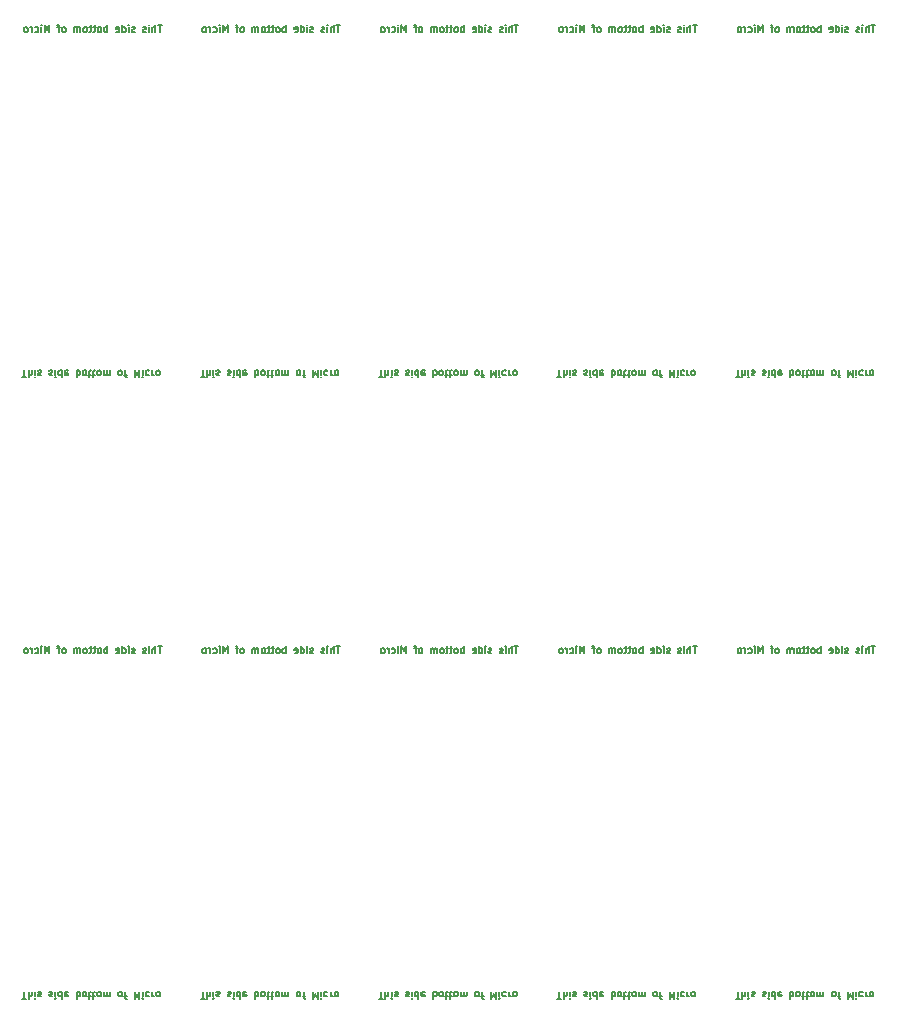
<source format=gbr>
%TF.GenerationSoftware,KiCad,Pcbnew,7.0.7*%
%TF.CreationDate,2023-12-24T11:29:26-08:00*%
%TF.ProjectId,Micro_AGB_Dongle_Panel,4d696372-6f5f-4414-9742-5f446f6e676c,rev?*%
%TF.SameCoordinates,Original*%
%TF.FileFunction,Legend,Bot*%
%TF.FilePolarity,Positive*%
%FSLAX46Y46*%
G04 Gerber Fmt 4.6, Leading zero omitted, Abs format (unit mm)*
G04 Created by KiCad (PCBNEW 7.0.7) date 2023-12-24 11:29:26*
%MOMM*%
%LPD*%
G01*
G04 APERTURE LIST*
%ADD10C,0.150000*%
G04 APERTURE END LIST*
D10*
X124207142Y-22869771D02*
X123864285Y-22869771D01*
X124035713Y-23469771D02*
X124035713Y-22869771D01*
X123664284Y-23469771D02*
X123664284Y-22869771D01*
X123407142Y-23469771D02*
X123407142Y-23155485D01*
X123407142Y-23155485D02*
X123435713Y-23098342D01*
X123435713Y-23098342D02*
X123492856Y-23069771D01*
X123492856Y-23069771D02*
X123578570Y-23069771D01*
X123578570Y-23069771D02*
X123635713Y-23098342D01*
X123635713Y-23098342D02*
X123664284Y-23126914D01*
X123121427Y-23469771D02*
X123121427Y-23069771D01*
X123121427Y-22869771D02*
X123149999Y-22898342D01*
X123149999Y-22898342D02*
X123121427Y-22926914D01*
X123121427Y-22926914D02*
X123092856Y-22898342D01*
X123092856Y-22898342D02*
X123121427Y-22869771D01*
X123121427Y-22869771D02*
X123121427Y-22926914D01*
X122864285Y-23441200D02*
X122807142Y-23469771D01*
X122807142Y-23469771D02*
X122692856Y-23469771D01*
X122692856Y-23469771D02*
X122635713Y-23441200D01*
X122635713Y-23441200D02*
X122607142Y-23384057D01*
X122607142Y-23384057D02*
X122607142Y-23355485D01*
X122607142Y-23355485D02*
X122635713Y-23298342D01*
X122635713Y-23298342D02*
X122692856Y-23269771D01*
X122692856Y-23269771D02*
X122778571Y-23269771D01*
X122778571Y-23269771D02*
X122835713Y-23241200D01*
X122835713Y-23241200D02*
X122864285Y-23184057D01*
X122864285Y-23184057D02*
X122864285Y-23155485D01*
X122864285Y-23155485D02*
X122835713Y-23098342D01*
X122835713Y-23098342D02*
X122778571Y-23069771D01*
X122778571Y-23069771D02*
X122692856Y-23069771D01*
X122692856Y-23069771D02*
X122635713Y-23098342D01*
X121921428Y-23441200D02*
X121864285Y-23469771D01*
X121864285Y-23469771D02*
X121749999Y-23469771D01*
X121749999Y-23469771D02*
X121692856Y-23441200D01*
X121692856Y-23441200D02*
X121664285Y-23384057D01*
X121664285Y-23384057D02*
X121664285Y-23355485D01*
X121664285Y-23355485D02*
X121692856Y-23298342D01*
X121692856Y-23298342D02*
X121749999Y-23269771D01*
X121749999Y-23269771D02*
X121835714Y-23269771D01*
X121835714Y-23269771D02*
X121892856Y-23241200D01*
X121892856Y-23241200D02*
X121921428Y-23184057D01*
X121921428Y-23184057D02*
X121921428Y-23155485D01*
X121921428Y-23155485D02*
X121892856Y-23098342D01*
X121892856Y-23098342D02*
X121835714Y-23069771D01*
X121835714Y-23069771D02*
X121749999Y-23069771D01*
X121749999Y-23069771D02*
X121692856Y-23098342D01*
X121407142Y-23469771D02*
X121407142Y-23069771D01*
X121407142Y-22869771D02*
X121435714Y-22898342D01*
X121435714Y-22898342D02*
X121407142Y-22926914D01*
X121407142Y-22926914D02*
X121378571Y-22898342D01*
X121378571Y-22898342D02*
X121407142Y-22869771D01*
X121407142Y-22869771D02*
X121407142Y-22926914D01*
X120864286Y-23469771D02*
X120864286Y-22869771D01*
X120864286Y-23441200D02*
X120921428Y-23469771D01*
X120921428Y-23469771D02*
X121035714Y-23469771D01*
X121035714Y-23469771D02*
X121092857Y-23441200D01*
X121092857Y-23441200D02*
X121121428Y-23412628D01*
X121121428Y-23412628D02*
X121150000Y-23355485D01*
X121150000Y-23355485D02*
X121150000Y-23184057D01*
X121150000Y-23184057D02*
X121121428Y-23126914D01*
X121121428Y-23126914D02*
X121092857Y-23098342D01*
X121092857Y-23098342D02*
X121035714Y-23069771D01*
X121035714Y-23069771D02*
X120921428Y-23069771D01*
X120921428Y-23069771D02*
X120864286Y-23098342D01*
X120350000Y-23441200D02*
X120407143Y-23469771D01*
X120407143Y-23469771D02*
X120521429Y-23469771D01*
X120521429Y-23469771D02*
X120578571Y-23441200D01*
X120578571Y-23441200D02*
X120607143Y-23384057D01*
X120607143Y-23384057D02*
X120607143Y-23155485D01*
X120607143Y-23155485D02*
X120578571Y-23098342D01*
X120578571Y-23098342D02*
X120521429Y-23069771D01*
X120521429Y-23069771D02*
X120407143Y-23069771D01*
X120407143Y-23069771D02*
X120350000Y-23098342D01*
X120350000Y-23098342D02*
X120321429Y-23155485D01*
X120321429Y-23155485D02*
X120321429Y-23212628D01*
X120321429Y-23212628D02*
X120607143Y-23269771D01*
X119607142Y-23469771D02*
X119607142Y-22869771D01*
X119607142Y-23098342D02*
X119550000Y-23069771D01*
X119550000Y-23069771D02*
X119435714Y-23069771D01*
X119435714Y-23069771D02*
X119378571Y-23098342D01*
X119378571Y-23098342D02*
X119350000Y-23126914D01*
X119350000Y-23126914D02*
X119321428Y-23184057D01*
X119321428Y-23184057D02*
X119321428Y-23355485D01*
X119321428Y-23355485D02*
X119350000Y-23412628D01*
X119350000Y-23412628D02*
X119378571Y-23441200D01*
X119378571Y-23441200D02*
X119435714Y-23469771D01*
X119435714Y-23469771D02*
X119550000Y-23469771D01*
X119550000Y-23469771D02*
X119607142Y-23441200D01*
X118978571Y-23469771D02*
X119035714Y-23441200D01*
X119035714Y-23441200D02*
X119064285Y-23412628D01*
X119064285Y-23412628D02*
X119092857Y-23355485D01*
X119092857Y-23355485D02*
X119092857Y-23184057D01*
X119092857Y-23184057D02*
X119064285Y-23126914D01*
X119064285Y-23126914D02*
X119035714Y-23098342D01*
X119035714Y-23098342D02*
X118978571Y-23069771D01*
X118978571Y-23069771D02*
X118892857Y-23069771D01*
X118892857Y-23069771D02*
X118835714Y-23098342D01*
X118835714Y-23098342D02*
X118807143Y-23126914D01*
X118807143Y-23126914D02*
X118778571Y-23184057D01*
X118778571Y-23184057D02*
X118778571Y-23355485D01*
X118778571Y-23355485D02*
X118807143Y-23412628D01*
X118807143Y-23412628D02*
X118835714Y-23441200D01*
X118835714Y-23441200D02*
X118892857Y-23469771D01*
X118892857Y-23469771D02*
X118978571Y-23469771D01*
X118607143Y-23069771D02*
X118378571Y-23069771D01*
X118521428Y-22869771D02*
X118521428Y-23384057D01*
X118521428Y-23384057D02*
X118492857Y-23441200D01*
X118492857Y-23441200D02*
X118435714Y-23469771D01*
X118435714Y-23469771D02*
X118378571Y-23469771D01*
X118264286Y-23069771D02*
X118035714Y-23069771D01*
X118178571Y-22869771D02*
X118178571Y-23384057D01*
X118178571Y-23384057D02*
X118150000Y-23441200D01*
X118150000Y-23441200D02*
X118092857Y-23469771D01*
X118092857Y-23469771D02*
X118035714Y-23469771D01*
X117750000Y-23469771D02*
X117807143Y-23441200D01*
X117807143Y-23441200D02*
X117835714Y-23412628D01*
X117835714Y-23412628D02*
X117864286Y-23355485D01*
X117864286Y-23355485D02*
X117864286Y-23184057D01*
X117864286Y-23184057D02*
X117835714Y-23126914D01*
X117835714Y-23126914D02*
X117807143Y-23098342D01*
X117807143Y-23098342D02*
X117750000Y-23069771D01*
X117750000Y-23069771D02*
X117664286Y-23069771D01*
X117664286Y-23069771D02*
X117607143Y-23098342D01*
X117607143Y-23098342D02*
X117578572Y-23126914D01*
X117578572Y-23126914D02*
X117550000Y-23184057D01*
X117550000Y-23184057D02*
X117550000Y-23355485D01*
X117550000Y-23355485D02*
X117578572Y-23412628D01*
X117578572Y-23412628D02*
X117607143Y-23441200D01*
X117607143Y-23441200D02*
X117664286Y-23469771D01*
X117664286Y-23469771D02*
X117750000Y-23469771D01*
X117292857Y-23469771D02*
X117292857Y-23069771D01*
X117292857Y-23126914D02*
X117264286Y-23098342D01*
X117264286Y-23098342D02*
X117207143Y-23069771D01*
X117207143Y-23069771D02*
X117121429Y-23069771D01*
X117121429Y-23069771D02*
X117064286Y-23098342D01*
X117064286Y-23098342D02*
X117035715Y-23155485D01*
X117035715Y-23155485D02*
X117035715Y-23469771D01*
X117035715Y-23155485D02*
X117007143Y-23098342D01*
X117007143Y-23098342D02*
X116950000Y-23069771D01*
X116950000Y-23069771D02*
X116864286Y-23069771D01*
X116864286Y-23069771D02*
X116807143Y-23098342D01*
X116807143Y-23098342D02*
X116778572Y-23155485D01*
X116778572Y-23155485D02*
X116778572Y-23469771D01*
X115950000Y-23469771D02*
X116007143Y-23441200D01*
X116007143Y-23441200D02*
X116035714Y-23412628D01*
X116035714Y-23412628D02*
X116064286Y-23355485D01*
X116064286Y-23355485D02*
X116064286Y-23184057D01*
X116064286Y-23184057D02*
X116035714Y-23126914D01*
X116035714Y-23126914D02*
X116007143Y-23098342D01*
X116007143Y-23098342D02*
X115950000Y-23069771D01*
X115950000Y-23069771D02*
X115864286Y-23069771D01*
X115864286Y-23069771D02*
X115807143Y-23098342D01*
X115807143Y-23098342D02*
X115778572Y-23126914D01*
X115778572Y-23126914D02*
X115750000Y-23184057D01*
X115750000Y-23184057D02*
X115750000Y-23355485D01*
X115750000Y-23355485D02*
X115778572Y-23412628D01*
X115778572Y-23412628D02*
X115807143Y-23441200D01*
X115807143Y-23441200D02*
X115864286Y-23469771D01*
X115864286Y-23469771D02*
X115950000Y-23469771D01*
X115578572Y-23069771D02*
X115350000Y-23069771D01*
X115492857Y-23469771D02*
X115492857Y-22955485D01*
X115492857Y-22955485D02*
X115464286Y-22898342D01*
X115464286Y-22898342D02*
X115407143Y-22869771D01*
X115407143Y-22869771D02*
X115350000Y-22869771D01*
X114692857Y-23469771D02*
X114692857Y-22869771D01*
X114692857Y-22869771D02*
X114492857Y-23298342D01*
X114492857Y-23298342D02*
X114292857Y-22869771D01*
X114292857Y-22869771D02*
X114292857Y-23469771D01*
X114007143Y-23469771D02*
X114007143Y-23069771D01*
X114007143Y-22869771D02*
X114035715Y-22898342D01*
X114035715Y-22898342D02*
X114007143Y-22926914D01*
X114007143Y-22926914D02*
X113978572Y-22898342D01*
X113978572Y-22898342D02*
X114007143Y-22869771D01*
X114007143Y-22869771D02*
X114007143Y-22926914D01*
X113464287Y-23441200D02*
X113521429Y-23469771D01*
X113521429Y-23469771D02*
X113635715Y-23469771D01*
X113635715Y-23469771D02*
X113692858Y-23441200D01*
X113692858Y-23441200D02*
X113721429Y-23412628D01*
X113721429Y-23412628D02*
X113750001Y-23355485D01*
X113750001Y-23355485D02*
X113750001Y-23184057D01*
X113750001Y-23184057D02*
X113721429Y-23126914D01*
X113721429Y-23126914D02*
X113692858Y-23098342D01*
X113692858Y-23098342D02*
X113635715Y-23069771D01*
X113635715Y-23069771D02*
X113521429Y-23069771D01*
X113521429Y-23069771D02*
X113464287Y-23098342D01*
X113207143Y-23469771D02*
X113207143Y-23069771D01*
X113207143Y-23184057D02*
X113178572Y-23126914D01*
X113178572Y-23126914D02*
X113150001Y-23098342D01*
X113150001Y-23098342D02*
X113092858Y-23069771D01*
X113092858Y-23069771D02*
X113035715Y-23069771D01*
X112750000Y-23469771D02*
X112807143Y-23441200D01*
X112807143Y-23441200D02*
X112835714Y-23412628D01*
X112835714Y-23412628D02*
X112864286Y-23355485D01*
X112864286Y-23355485D02*
X112864286Y-23184057D01*
X112864286Y-23184057D02*
X112835714Y-23126914D01*
X112835714Y-23126914D02*
X112807143Y-23098342D01*
X112807143Y-23098342D02*
X112750000Y-23069771D01*
X112750000Y-23069771D02*
X112664286Y-23069771D01*
X112664286Y-23069771D02*
X112607143Y-23098342D01*
X112607143Y-23098342D02*
X112578572Y-23126914D01*
X112578572Y-23126914D02*
X112550000Y-23184057D01*
X112550000Y-23184057D02*
X112550000Y-23355485D01*
X112550000Y-23355485D02*
X112578572Y-23412628D01*
X112578572Y-23412628D02*
X112607143Y-23441200D01*
X112607143Y-23441200D02*
X112664286Y-23469771D01*
X112664286Y-23469771D02*
X112750000Y-23469771D01*
X172792857Y-105330228D02*
X173135715Y-105330228D01*
X172964286Y-104730228D02*
X172964286Y-105330228D01*
X173335715Y-104730228D02*
X173335715Y-105330228D01*
X173592858Y-104730228D02*
X173592858Y-105044514D01*
X173592858Y-105044514D02*
X173564286Y-105101657D01*
X173564286Y-105101657D02*
X173507143Y-105130228D01*
X173507143Y-105130228D02*
X173421429Y-105130228D01*
X173421429Y-105130228D02*
X173364286Y-105101657D01*
X173364286Y-105101657D02*
X173335715Y-105073085D01*
X173878572Y-104730228D02*
X173878572Y-105130228D01*
X173878572Y-105330228D02*
X173850000Y-105301657D01*
X173850000Y-105301657D02*
X173878572Y-105273085D01*
X173878572Y-105273085D02*
X173907143Y-105301657D01*
X173907143Y-105301657D02*
X173878572Y-105330228D01*
X173878572Y-105330228D02*
X173878572Y-105273085D01*
X174135714Y-104758800D02*
X174192857Y-104730228D01*
X174192857Y-104730228D02*
X174307143Y-104730228D01*
X174307143Y-104730228D02*
X174364286Y-104758800D01*
X174364286Y-104758800D02*
X174392857Y-104815942D01*
X174392857Y-104815942D02*
X174392857Y-104844514D01*
X174392857Y-104844514D02*
X174364286Y-104901657D01*
X174364286Y-104901657D02*
X174307143Y-104930228D01*
X174307143Y-104930228D02*
X174221429Y-104930228D01*
X174221429Y-104930228D02*
X174164286Y-104958800D01*
X174164286Y-104958800D02*
X174135714Y-105015942D01*
X174135714Y-105015942D02*
X174135714Y-105044514D01*
X174135714Y-105044514D02*
X174164286Y-105101657D01*
X174164286Y-105101657D02*
X174221429Y-105130228D01*
X174221429Y-105130228D02*
X174307143Y-105130228D01*
X174307143Y-105130228D02*
X174364286Y-105101657D01*
X175078571Y-104758800D02*
X175135714Y-104730228D01*
X175135714Y-104730228D02*
X175250000Y-104730228D01*
X175250000Y-104730228D02*
X175307143Y-104758800D01*
X175307143Y-104758800D02*
X175335714Y-104815942D01*
X175335714Y-104815942D02*
X175335714Y-104844514D01*
X175335714Y-104844514D02*
X175307143Y-104901657D01*
X175307143Y-104901657D02*
X175250000Y-104930228D01*
X175250000Y-104930228D02*
X175164286Y-104930228D01*
X175164286Y-104930228D02*
X175107143Y-104958800D01*
X175107143Y-104958800D02*
X175078571Y-105015942D01*
X175078571Y-105015942D02*
X175078571Y-105044514D01*
X175078571Y-105044514D02*
X175107143Y-105101657D01*
X175107143Y-105101657D02*
X175164286Y-105130228D01*
X175164286Y-105130228D02*
X175250000Y-105130228D01*
X175250000Y-105130228D02*
X175307143Y-105101657D01*
X175592857Y-104730228D02*
X175592857Y-105130228D01*
X175592857Y-105330228D02*
X175564285Y-105301657D01*
X175564285Y-105301657D02*
X175592857Y-105273085D01*
X175592857Y-105273085D02*
X175621428Y-105301657D01*
X175621428Y-105301657D02*
X175592857Y-105330228D01*
X175592857Y-105330228D02*
X175592857Y-105273085D01*
X176135714Y-104730228D02*
X176135714Y-105330228D01*
X176135714Y-104758800D02*
X176078571Y-104730228D01*
X176078571Y-104730228D02*
X175964285Y-104730228D01*
X175964285Y-104730228D02*
X175907142Y-104758800D01*
X175907142Y-104758800D02*
X175878571Y-104787371D01*
X175878571Y-104787371D02*
X175849999Y-104844514D01*
X175849999Y-104844514D02*
X175849999Y-105015942D01*
X175849999Y-105015942D02*
X175878571Y-105073085D01*
X175878571Y-105073085D02*
X175907142Y-105101657D01*
X175907142Y-105101657D02*
X175964285Y-105130228D01*
X175964285Y-105130228D02*
X176078571Y-105130228D01*
X176078571Y-105130228D02*
X176135714Y-105101657D01*
X176649999Y-104758800D02*
X176592856Y-104730228D01*
X176592856Y-104730228D02*
X176478571Y-104730228D01*
X176478571Y-104730228D02*
X176421428Y-104758800D01*
X176421428Y-104758800D02*
X176392856Y-104815942D01*
X176392856Y-104815942D02*
X176392856Y-105044514D01*
X176392856Y-105044514D02*
X176421428Y-105101657D01*
X176421428Y-105101657D02*
X176478571Y-105130228D01*
X176478571Y-105130228D02*
X176592856Y-105130228D01*
X176592856Y-105130228D02*
X176649999Y-105101657D01*
X176649999Y-105101657D02*
X176678571Y-105044514D01*
X176678571Y-105044514D02*
X176678571Y-104987371D01*
X176678571Y-104987371D02*
X176392856Y-104930228D01*
X177392857Y-104730228D02*
X177392857Y-105330228D01*
X177392857Y-105101657D02*
X177450000Y-105130228D01*
X177450000Y-105130228D02*
X177564285Y-105130228D01*
X177564285Y-105130228D02*
X177621428Y-105101657D01*
X177621428Y-105101657D02*
X177650000Y-105073085D01*
X177650000Y-105073085D02*
X177678571Y-105015942D01*
X177678571Y-105015942D02*
X177678571Y-104844514D01*
X177678571Y-104844514D02*
X177650000Y-104787371D01*
X177650000Y-104787371D02*
X177621428Y-104758800D01*
X177621428Y-104758800D02*
X177564285Y-104730228D01*
X177564285Y-104730228D02*
X177450000Y-104730228D01*
X177450000Y-104730228D02*
X177392857Y-104758800D01*
X178021428Y-104730228D02*
X177964285Y-104758800D01*
X177964285Y-104758800D02*
X177935714Y-104787371D01*
X177935714Y-104787371D02*
X177907142Y-104844514D01*
X177907142Y-104844514D02*
X177907142Y-105015942D01*
X177907142Y-105015942D02*
X177935714Y-105073085D01*
X177935714Y-105073085D02*
X177964285Y-105101657D01*
X177964285Y-105101657D02*
X178021428Y-105130228D01*
X178021428Y-105130228D02*
X178107142Y-105130228D01*
X178107142Y-105130228D02*
X178164285Y-105101657D01*
X178164285Y-105101657D02*
X178192857Y-105073085D01*
X178192857Y-105073085D02*
X178221428Y-105015942D01*
X178221428Y-105015942D02*
X178221428Y-104844514D01*
X178221428Y-104844514D02*
X178192857Y-104787371D01*
X178192857Y-104787371D02*
X178164285Y-104758800D01*
X178164285Y-104758800D02*
X178107142Y-104730228D01*
X178107142Y-104730228D02*
X178021428Y-104730228D01*
X178392856Y-105130228D02*
X178621428Y-105130228D01*
X178478571Y-105330228D02*
X178478571Y-104815942D01*
X178478571Y-104815942D02*
X178507142Y-104758800D01*
X178507142Y-104758800D02*
X178564285Y-104730228D01*
X178564285Y-104730228D02*
X178621428Y-104730228D01*
X178735713Y-105130228D02*
X178964285Y-105130228D01*
X178821428Y-105330228D02*
X178821428Y-104815942D01*
X178821428Y-104815942D02*
X178849999Y-104758800D01*
X178849999Y-104758800D02*
X178907142Y-104730228D01*
X178907142Y-104730228D02*
X178964285Y-104730228D01*
X179249999Y-104730228D02*
X179192856Y-104758800D01*
X179192856Y-104758800D02*
X179164285Y-104787371D01*
X179164285Y-104787371D02*
X179135713Y-104844514D01*
X179135713Y-104844514D02*
X179135713Y-105015942D01*
X179135713Y-105015942D02*
X179164285Y-105073085D01*
X179164285Y-105073085D02*
X179192856Y-105101657D01*
X179192856Y-105101657D02*
X179249999Y-105130228D01*
X179249999Y-105130228D02*
X179335713Y-105130228D01*
X179335713Y-105130228D02*
X179392856Y-105101657D01*
X179392856Y-105101657D02*
X179421428Y-105073085D01*
X179421428Y-105073085D02*
X179449999Y-105015942D01*
X179449999Y-105015942D02*
X179449999Y-104844514D01*
X179449999Y-104844514D02*
X179421428Y-104787371D01*
X179421428Y-104787371D02*
X179392856Y-104758800D01*
X179392856Y-104758800D02*
X179335713Y-104730228D01*
X179335713Y-104730228D02*
X179249999Y-104730228D01*
X179707142Y-104730228D02*
X179707142Y-105130228D01*
X179707142Y-105073085D02*
X179735713Y-105101657D01*
X179735713Y-105101657D02*
X179792856Y-105130228D01*
X179792856Y-105130228D02*
X179878570Y-105130228D01*
X179878570Y-105130228D02*
X179935713Y-105101657D01*
X179935713Y-105101657D02*
X179964285Y-105044514D01*
X179964285Y-105044514D02*
X179964285Y-104730228D01*
X179964285Y-105044514D02*
X179992856Y-105101657D01*
X179992856Y-105101657D02*
X180049999Y-105130228D01*
X180049999Y-105130228D02*
X180135713Y-105130228D01*
X180135713Y-105130228D02*
X180192856Y-105101657D01*
X180192856Y-105101657D02*
X180221427Y-105044514D01*
X180221427Y-105044514D02*
X180221427Y-104730228D01*
X181049999Y-104730228D02*
X180992856Y-104758800D01*
X180992856Y-104758800D02*
X180964285Y-104787371D01*
X180964285Y-104787371D02*
X180935713Y-104844514D01*
X180935713Y-104844514D02*
X180935713Y-105015942D01*
X180935713Y-105015942D02*
X180964285Y-105073085D01*
X180964285Y-105073085D02*
X180992856Y-105101657D01*
X180992856Y-105101657D02*
X181049999Y-105130228D01*
X181049999Y-105130228D02*
X181135713Y-105130228D01*
X181135713Y-105130228D02*
X181192856Y-105101657D01*
X181192856Y-105101657D02*
X181221428Y-105073085D01*
X181221428Y-105073085D02*
X181249999Y-105015942D01*
X181249999Y-105015942D02*
X181249999Y-104844514D01*
X181249999Y-104844514D02*
X181221428Y-104787371D01*
X181221428Y-104787371D02*
X181192856Y-104758800D01*
X181192856Y-104758800D02*
X181135713Y-104730228D01*
X181135713Y-104730228D02*
X181049999Y-104730228D01*
X181421427Y-105130228D02*
X181649999Y-105130228D01*
X181507142Y-104730228D02*
X181507142Y-105244514D01*
X181507142Y-105244514D02*
X181535713Y-105301657D01*
X181535713Y-105301657D02*
X181592856Y-105330228D01*
X181592856Y-105330228D02*
X181649999Y-105330228D01*
X182307142Y-104730228D02*
X182307142Y-105330228D01*
X182307142Y-105330228D02*
X182507142Y-104901657D01*
X182507142Y-104901657D02*
X182707142Y-105330228D01*
X182707142Y-105330228D02*
X182707142Y-104730228D01*
X182992856Y-104730228D02*
X182992856Y-105130228D01*
X182992856Y-105330228D02*
X182964284Y-105301657D01*
X182964284Y-105301657D02*
X182992856Y-105273085D01*
X182992856Y-105273085D02*
X183021427Y-105301657D01*
X183021427Y-105301657D02*
X182992856Y-105330228D01*
X182992856Y-105330228D02*
X182992856Y-105273085D01*
X183535713Y-104758800D02*
X183478570Y-104730228D01*
X183478570Y-104730228D02*
X183364284Y-104730228D01*
X183364284Y-104730228D02*
X183307141Y-104758800D01*
X183307141Y-104758800D02*
X183278570Y-104787371D01*
X183278570Y-104787371D02*
X183249998Y-104844514D01*
X183249998Y-104844514D02*
X183249998Y-105015942D01*
X183249998Y-105015942D02*
X183278570Y-105073085D01*
X183278570Y-105073085D02*
X183307141Y-105101657D01*
X183307141Y-105101657D02*
X183364284Y-105130228D01*
X183364284Y-105130228D02*
X183478570Y-105130228D01*
X183478570Y-105130228D02*
X183535713Y-105101657D01*
X183792856Y-104730228D02*
X183792856Y-105130228D01*
X183792856Y-105015942D02*
X183821427Y-105073085D01*
X183821427Y-105073085D02*
X183849999Y-105101657D01*
X183849999Y-105101657D02*
X183907141Y-105130228D01*
X183907141Y-105130228D02*
X183964284Y-105130228D01*
X184249999Y-104730228D02*
X184192856Y-104758800D01*
X184192856Y-104758800D02*
X184164285Y-104787371D01*
X184164285Y-104787371D02*
X184135713Y-104844514D01*
X184135713Y-104844514D02*
X184135713Y-105015942D01*
X184135713Y-105015942D02*
X184164285Y-105073085D01*
X184164285Y-105073085D02*
X184192856Y-105101657D01*
X184192856Y-105101657D02*
X184249999Y-105130228D01*
X184249999Y-105130228D02*
X184335713Y-105130228D01*
X184335713Y-105130228D02*
X184392856Y-105101657D01*
X184392856Y-105101657D02*
X184421428Y-105073085D01*
X184421428Y-105073085D02*
X184449999Y-105015942D01*
X184449999Y-105015942D02*
X184449999Y-104844514D01*
X184449999Y-104844514D02*
X184421428Y-104787371D01*
X184421428Y-104787371D02*
X184392856Y-104758800D01*
X184392856Y-104758800D02*
X184335713Y-104730228D01*
X184335713Y-104730228D02*
X184249999Y-104730228D01*
X184607142Y-22869771D02*
X184264285Y-22869771D01*
X184435713Y-23469771D02*
X184435713Y-22869771D01*
X184064284Y-23469771D02*
X184064284Y-22869771D01*
X183807142Y-23469771D02*
X183807142Y-23155485D01*
X183807142Y-23155485D02*
X183835713Y-23098342D01*
X183835713Y-23098342D02*
X183892856Y-23069771D01*
X183892856Y-23069771D02*
X183978570Y-23069771D01*
X183978570Y-23069771D02*
X184035713Y-23098342D01*
X184035713Y-23098342D02*
X184064284Y-23126914D01*
X183521427Y-23469771D02*
X183521427Y-23069771D01*
X183521427Y-22869771D02*
X183549999Y-22898342D01*
X183549999Y-22898342D02*
X183521427Y-22926914D01*
X183521427Y-22926914D02*
X183492856Y-22898342D01*
X183492856Y-22898342D02*
X183521427Y-22869771D01*
X183521427Y-22869771D02*
X183521427Y-22926914D01*
X183264285Y-23441200D02*
X183207142Y-23469771D01*
X183207142Y-23469771D02*
X183092856Y-23469771D01*
X183092856Y-23469771D02*
X183035713Y-23441200D01*
X183035713Y-23441200D02*
X183007142Y-23384057D01*
X183007142Y-23384057D02*
X183007142Y-23355485D01*
X183007142Y-23355485D02*
X183035713Y-23298342D01*
X183035713Y-23298342D02*
X183092856Y-23269771D01*
X183092856Y-23269771D02*
X183178571Y-23269771D01*
X183178571Y-23269771D02*
X183235713Y-23241200D01*
X183235713Y-23241200D02*
X183264285Y-23184057D01*
X183264285Y-23184057D02*
X183264285Y-23155485D01*
X183264285Y-23155485D02*
X183235713Y-23098342D01*
X183235713Y-23098342D02*
X183178571Y-23069771D01*
X183178571Y-23069771D02*
X183092856Y-23069771D01*
X183092856Y-23069771D02*
X183035713Y-23098342D01*
X182321428Y-23441200D02*
X182264285Y-23469771D01*
X182264285Y-23469771D02*
X182149999Y-23469771D01*
X182149999Y-23469771D02*
X182092856Y-23441200D01*
X182092856Y-23441200D02*
X182064285Y-23384057D01*
X182064285Y-23384057D02*
X182064285Y-23355485D01*
X182064285Y-23355485D02*
X182092856Y-23298342D01*
X182092856Y-23298342D02*
X182149999Y-23269771D01*
X182149999Y-23269771D02*
X182235714Y-23269771D01*
X182235714Y-23269771D02*
X182292856Y-23241200D01*
X182292856Y-23241200D02*
X182321428Y-23184057D01*
X182321428Y-23184057D02*
X182321428Y-23155485D01*
X182321428Y-23155485D02*
X182292856Y-23098342D01*
X182292856Y-23098342D02*
X182235714Y-23069771D01*
X182235714Y-23069771D02*
X182149999Y-23069771D01*
X182149999Y-23069771D02*
X182092856Y-23098342D01*
X181807142Y-23469771D02*
X181807142Y-23069771D01*
X181807142Y-22869771D02*
X181835714Y-22898342D01*
X181835714Y-22898342D02*
X181807142Y-22926914D01*
X181807142Y-22926914D02*
X181778571Y-22898342D01*
X181778571Y-22898342D02*
X181807142Y-22869771D01*
X181807142Y-22869771D02*
X181807142Y-22926914D01*
X181264286Y-23469771D02*
X181264286Y-22869771D01*
X181264286Y-23441200D02*
X181321428Y-23469771D01*
X181321428Y-23469771D02*
X181435714Y-23469771D01*
X181435714Y-23469771D02*
X181492857Y-23441200D01*
X181492857Y-23441200D02*
X181521428Y-23412628D01*
X181521428Y-23412628D02*
X181550000Y-23355485D01*
X181550000Y-23355485D02*
X181550000Y-23184057D01*
X181550000Y-23184057D02*
X181521428Y-23126914D01*
X181521428Y-23126914D02*
X181492857Y-23098342D01*
X181492857Y-23098342D02*
X181435714Y-23069771D01*
X181435714Y-23069771D02*
X181321428Y-23069771D01*
X181321428Y-23069771D02*
X181264286Y-23098342D01*
X180750000Y-23441200D02*
X180807143Y-23469771D01*
X180807143Y-23469771D02*
X180921429Y-23469771D01*
X180921429Y-23469771D02*
X180978571Y-23441200D01*
X180978571Y-23441200D02*
X181007143Y-23384057D01*
X181007143Y-23384057D02*
X181007143Y-23155485D01*
X181007143Y-23155485D02*
X180978571Y-23098342D01*
X180978571Y-23098342D02*
X180921429Y-23069771D01*
X180921429Y-23069771D02*
X180807143Y-23069771D01*
X180807143Y-23069771D02*
X180750000Y-23098342D01*
X180750000Y-23098342D02*
X180721429Y-23155485D01*
X180721429Y-23155485D02*
X180721429Y-23212628D01*
X180721429Y-23212628D02*
X181007143Y-23269771D01*
X180007142Y-23469771D02*
X180007142Y-22869771D01*
X180007142Y-23098342D02*
X179950000Y-23069771D01*
X179950000Y-23069771D02*
X179835714Y-23069771D01*
X179835714Y-23069771D02*
X179778571Y-23098342D01*
X179778571Y-23098342D02*
X179750000Y-23126914D01*
X179750000Y-23126914D02*
X179721428Y-23184057D01*
X179721428Y-23184057D02*
X179721428Y-23355485D01*
X179721428Y-23355485D02*
X179750000Y-23412628D01*
X179750000Y-23412628D02*
X179778571Y-23441200D01*
X179778571Y-23441200D02*
X179835714Y-23469771D01*
X179835714Y-23469771D02*
X179950000Y-23469771D01*
X179950000Y-23469771D02*
X180007142Y-23441200D01*
X179378571Y-23469771D02*
X179435714Y-23441200D01*
X179435714Y-23441200D02*
X179464285Y-23412628D01*
X179464285Y-23412628D02*
X179492857Y-23355485D01*
X179492857Y-23355485D02*
X179492857Y-23184057D01*
X179492857Y-23184057D02*
X179464285Y-23126914D01*
X179464285Y-23126914D02*
X179435714Y-23098342D01*
X179435714Y-23098342D02*
X179378571Y-23069771D01*
X179378571Y-23069771D02*
X179292857Y-23069771D01*
X179292857Y-23069771D02*
X179235714Y-23098342D01*
X179235714Y-23098342D02*
X179207143Y-23126914D01*
X179207143Y-23126914D02*
X179178571Y-23184057D01*
X179178571Y-23184057D02*
X179178571Y-23355485D01*
X179178571Y-23355485D02*
X179207143Y-23412628D01*
X179207143Y-23412628D02*
X179235714Y-23441200D01*
X179235714Y-23441200D02*
X179292857Y-23469771D01*
X179292857Y-23469771D02*
X179378571Y-23469771D01*
X179007143Y-23069771D02*
X178778571Y-23069771D01*
X178921428Y-22869771D02*
X178921428Y-23384057D01*
X178921428Y-23384057D02*
X178892857Y-23441200D01*
X178892857Y-23441200D02*
X178835714Y-23469771D01*
X178835714Y-23469771D02*
X178778571Y-23469771D01*
X178664286Y-23069771D02*
X178435714Y-23069771D01*
X178578571Y-22869771D02*
X178578571Y-23384057D01*
X178578571Y-23384057D02*
X178550000Y-23441200D01*
X178550000Y-23441200D02*
X178492857Y-23469771D01*
X178492857Y-23469771D02*
X178435714Y-23469771D01*
X178150000Y-23469771D02*
X178207143Y-23441200D01*
X178207143Y-23441200D02*
X178235714Y-23412628D01*
X178235714Y-23412628D02*
X178264286Y-23355485D01*
X178264286Y-23355485D02*
X178264286Y-23184057D01*
X178264286Y-23184057D02*
X178235714Y-23126914D01*
X178235714Y-23126914D02*
X178207143Y-23098342D01*
X178207143Y-23098342D02*
X178150000Y-23069771D01*
X178150000Y-23069771D02*
X178064286Y-23069771D01*
X178064286Y-23069771D02*
X178007143Y-23098342D01*
X178007143Y-23098342D02*
X177978572Y-23126914D01*
X177978572Y-23126914D02*
X177950000Y-23184057D01*
X177950000Y-23184057D02*
X177950000Y-23355485D01*
X177950000Y-23355485D02*
X177978572Y-23412628D01*
X177978572Y-23412628D02*
X178007143Y-23441200D01*
X178007143Y-23441200D02*
X178064286Y-23469771D01*
X178064286Y-23469771D02*
X178150000Y-23469771D01*
X177692857Y-23469771D02*
X177692857Y-23069771D01*
X177692857Y-23126914D02*
X177664286Y-23098342D01*
X177664286Y-23098342D02*
X177607143Y-23069771D01*
X177607143Y-23069771D02*
X177521429Y-23069771D01*
X177521429Y-23069771D02*
X177464286Y-23098342D01*
X177464286Y-23098342D02*
X177435715Y-23155485D01*
X177435715Y-23155485D02*
X177435715Y-23469771D01*
X177435715Y-23155485D02*
X177407143Y-23098342D01*
X177407143Y-23098342D02*
X177350000Y-23069771D01*
X177350000Y-23069771D02*
X177264286Y-23069771D01*
X177264286Y-23069771D02*
X177207143Y-23098342D01*
X177207143Y-23098342D02*
X177178572Y-23155485D01*
X177178572Y-23155485D02*
X177178572Y-23469771D01*
X176350000Y-23469771D02*
X176407143Y-23441200D01*
X176407143Y-23441200D02*
X176435714Y-23412628D01*
X176435714Y-23412628D02*
X176464286Y-23355485D01*
X176464286Y-23355485D02*
X176464286Y-23184057D01*
X176464286Y-23184057D02*
X176435714Y-23126914D01*
X176435714Y-23126914D02*
X176407143Y-23098342D01*
X176407143Y-23098342D02*
X176350000Y-23069771D01*
X176350000Y-23069771D02*
X176264286Y-23069771D01*
X176264286Y-23069771D02*
X176207143Y-23098342D01*
X176207143Y-23098342D02*
X176178572Y-23126914D01*
X176178572Y-23126914D02*
X176150000Y-23184057D01*
X176150000Y-23184057D02*
X176150000Y-23355485D01*
X176150000Y-23355485D02*
X176178572Y-23412628D01*
X176178572Y-23412628D02*
X176207143Y-23441200D01*
X176207143Y-23441200D02*
X176264286Y-23469771D01*
X176264286Y-23469771D02*
X176350000Y-23469771D01*
X175978572Y-23069771D02*
X175750000Y-23069771D01*
X175892857Y-23469771D02*
X175892857Y-22955485D01*
X175892857Y-22955485D02*
X175864286Y-22898342D01*
X175864286Y-22898342D02*
X175807143Y-22869771D01*
X175807143Y-22869771D02*
X175750000Y-22869771D01*
X175092857Y-23469771D02*
X175092857Y-22869771D01*
X175092857Y-22869771D02*
X174892857Y-23298342D01*
X174892857Y-23298342D02*
X174692857Y-22869771D01*
X174692857Y-22869771D02*
X174692857Y-23469771D01*
X174407143Y-23469771D02*
X174407143Y-23069771D01*
X174407143Y-22869771D02*
X174435715Y-22898342D01*
X174435715Y-22898342D02*
X174407143Y-22926914D01*
X174407143Y-22926914D02*
X174378572Y-22898342D01*
X174378572Y-22898342D02*
X174407143Y-22869771D01*
X174407143Y-22869771D02*
X174407143Y-22926914D01*
X173864287Y-23441200D02*
X173921429Y-23469771D01*
X173921429Y-23469771D02*
X174035715Y-23469771D01*
X174035715Y-23469771D02*
X174092858Y-23441200D01*
X174092858Y-23441200D02*
X174121429Y-23412628D01*
X174121429Y-23412628D02*
X174150001Y-23355485D01*
X174150001Y-23355485D02*
X174150001Y-23184057D01*
X174150001Y-23184057D02*
X174121429Y-23126914D01*
X174121429Y-23126914D02*
X174092858Y-23098342D01*
X174092858Y-23098342D02*
X174035715Y-23069771D01*
X174035715Y-23069771D02*
X173921429Y-23069771D01*
X173921429Y-23069771D02*
X173864287Y-23098342D01*
X173607143Y-23469771D02*
X173607143Y-23069771D01*
X173607143Y-23184057D02*
X173578572Y-23126914D01*
X173578572Y-23126914D02*
X173550001Y-23098342D01*
X173550001Y-23098342D02*
X173492858Y-23069771D01*
X173492858Y-23069771D02*
X173435715Y-23069771D01*
X173150000Y-23469771D02*
X173207143Y-23441200D01*
X173207143Y-23441200D02*
X173235714Y-23412628D01*
X173235714Y-23412628D02*
X173264286Y-23355485D01*
X173264286Y-23355485D02*
X173264286Y-23184057D01*
X173264286Y-23184057D02*
X173235714Y-23126914D01*
X173235714Y-23126914D02*
X173207143Y-23098342D01*
X173207143Y-23098342D02*
X173150000Y-23069771D01*
X173150000Y-23069771D02*
X173064286Y-23069771D01*
X173064286Y-23069771D02*
X173007143Y-23098342D01*
X173007143Y-23098342D02*
X172978572Y-23126914D01*
X172978572Y-23126914D02*
X172950000Y-23184057D01*
X172950000Y-23184057D02*
X172950000Y-23355485D01*
X172950000Y-23355485D02*
X172978572Y-23412628D01*
X172978572Y-23412628D02*
X173007143Y-23441200D01*
X173007143Y-23441200D02*
X173064286Y-23469771D01*
X173064286Y-23469771D02*
X173150000Y-23469771D01*
X169507142Y-75469771D02*
X169164285Y-75469771D01*
X169335713Y-76069771D02*
X169335713Y-75469771D01*
X168964284Y-76069771D02*
X168964284Y-75469771D01*
X168707142Y-76069771D02*
X168707142Y-75755485D01*
X168707142Y-75755485D02*
X168735713Y-75698342D01*
X168735713Y-75698342D02*
X168792856Y-75669771D01*
X168792856Y-75669771D02*
X168878570Y-75669771D01*
X168878570Y-75669771D02*
X168935713Y-75698342D01*
X168935713Y-75698342D02*
X168964284Y-75726914D01*
X168421427Y-76069771D02*
X168421427Y-75669771D01*
X168421427Y-75469771D02*
X168449999Y-75498342D01*
X168449999Y-75498342D02*
X168421427Y-75526914D01*
X168421427Y-75526914D02*
X168392856Y-75498342D01*
X168392856Y-75498342D02*
X168421427Y-75469771D01*
X168421427Y-75469771D02*
X168421427Y-75526914D01*
X168164285Y-76041200D02*
X168107142Y-76069771D01*
X168107142Y-76069771D02*
X167992856Y-76069771D01*
X167992856Y-76069771D02*
X167935713Y-76041200D01*
X167935713Y-76041200D02*
X167907142Y-75984057D01*
X167907142Y-75984057D02*
X167907142Y-75955485D01*
X167907142Y-75955485D02*
X167935713Y-75898342D01*
X167935713Y-75898342D02*
X167992856Y-75869771D01*
X167992856Y-75869771D02*
X168078571Y-75869771D01*
X168078571Y-75869771D02*
X168135713Y-75841200D01*
X168135713Y-75841200D02*
X168164285Y-75784057D01*
X168164285Y-75784057D02*
X168164285Y-75755485D01*
X168164285Y-75755485D02*
X168135713Y-75698342D01*
X168135713Y-75698342D02*
X168078571Y-75669771D01*
X168078571Y-75669771D02*
X167992856Y-75669771D01*
X167992856Y-75669771D02*
X167935713Y-75698342D01*
X167221428Y-76041200D02*
X167164285Y-76069771D01*
X167164285Y-76069771D02*
X167049999Y-76069771D01*
X167049999Y-76069771D02*
X166992856Y-76041200D01*
X166992856Y-76041200D02*
X166964285Y-75984057D01*
X166964285Y-75984057D02*
X166964285Y-75955485D01*
X166964285Y-75955485D02*
X166992856Y-75898342D01*
X166992856Y-75898342D02*
X167049999Y-75869771D01*
X167049999Y-75869771D02*
X167135714Y-75869771D01*
X167135714Y-75869771D02*
X167192856Y-75841200D01*
X167192856Y-75841200D02*
X167221428Y-75784057D01*
X167221428Y-75784057D02*
X167221428Y-75755485D01*
X167221428Y-75755485D02*
X167192856Y-75698342D01*
X167192856Y-75698342D02*
X167135714Y-75669771D01*
X167135714Y-75669771D02*
X167049999Y-75669771D01*
X167049999Y-75669771D02*
X166992856Y-75698342D01*
X166707142Y-76069771D02*
X166707142Y-75669771D01*
X166707142Y-75469771D02*
X166735714Y-75498342D01*
X166735714Y-75498342D02*
X166707142Y-75526914D01*
X166707142Y-75526914D02*
X166678571Y-75498342D01*
X166678571Y-75498342D02*
X166707142Y-75469771D01*
X166707142Y-75469771D02*
X166707142Y-75526914D01*
X166164286Y-76069771D02*
X166164286Y-75469771D01*
X166164286Y-76041200D02*
X166221428Y-76069771D01*
X166221428Y-76069771D02*
X166335714Y-76069771D01*
X166335714Y-76069771D02*
X166392857Y-76041200D01*
X166392857Y-76041200D02*
X166421428Y-76012628D01*
X166421428Y-76012628D02*
X166450000Y-75955485D01*
X166450000Y-75955485D02*
X166450000Y-75784057D01*
X166450000Y-75784057D02*
X166421428Y-75726914D01*
X166421428Y-75726914D02*
X166392857Y-75698342D01*
X166392857Y-75698342D02*
X166335714Y-75669771D01*
X166335714Y-75669771D02*
X166221428Y-75669771D01*
X166221428Y-75669771D02*
X166164286Y-75698342D01*
X165650000Y-76041200D02*
X165707143Y-76069771D01*
X165707143Y-76069771D02*
X165821429Y-76069771D01*
X165821429Y-76069771D02*
X165878571Y-76041200D01*
X165878571Y-76041200D02*
X165907143Y-75984057D01*
X165907143Y-75984057D02*
X165907143Y-75755485D01*
X165907143Y-75755485D02*
X165878571Y-75698342D01*
X165878571Y-75698342D02*
X165821429Y-75669771D01*
X165821429Y-75669771D02*
X165707143Y-75669771D01*
X165707143Y-75669771D02*
X165650000Y-75698342D01*
X165650000Y-75698342D02*
X165621429Y-75755485D01*
X165621429Y-75755485D02*
X165621429Y-75812628D01*
X165621429Y-75812628D02*
X165907143Y-75869771D01*
X164907142Y-76069771D02*
X164907142Y-75469771D01*
X164907142Y-75698342D02*
X164850000Y-75669771D01*
X164850000Y-75669771D02*
X164735714Y-75669771D01*
X164735714Y-75669771D02*
X164678571Y-75698342D01*
X164678571Y-75698342D02*
X164650000Y-75726914D01*
X164650000Y-75726914D02*
X164621428Y-75784057D01*
X164621428Y-75784057D02*
X164621428Y-75955485D01*
X164621428Y-75955485D02*
X164650000Y-76012628D01*
X164650000Y-76012628D02*
X164678571Y-76041200D01*
X164678571Y-76041200D02*
X164735714Y-76069771D01*
X164735714Y-76069771D02*
X164850000Y-76069771D01*
X164850000Y-76069771D02*
X164907142Y-76041200D01*
X164278571Y-76069771D02*
X164335714Y-76041200D01*
X164335714Y-76041200D02*
X164364285Y-76012628D01*
X164364285Y-76012628D02*
X164392857Y-75955485D01*
X164392857Y-75955485D02*
X164392857Y-75784057D01*
X164392857Y-75784057D02*
X164364285Y-75726914D01*
X164364285Y-75726914D02*
X164335714Y-75698342D01*
X164335714Y-75698342D02*
X164278571Y-75669771D01*
X164278571Y-75669771D02*
X164192857Y-75669771D01*
X164192857Y-75669771D02*
X164135714Y-75698342D01*
X164135714Y-75698342D02*
X164107143Y-75726914D01*
X164107143Y-75726914D02*
X164078571Y-75784057D01*
X164078571Y-75784057D02*
X164078571Y-75955485D01*
X164078571Y-75955485D02*
X164107143Y-76012628D01*
X164107143Y-76012628D02*
X164135714Y-76041200D01*
X164135714Y-76041200D02*
X164192857Y-76069771D01*
X164192857Y-76069771D02*
X164278571Y-76069771D01*
X163907143Y-75669771D02*
X163678571Y-75669771D01*
X163821428Y-75469771D02*
X163821428Y-75984057D01*
X163821428Y-75984057D02*
X163792857Y-76041200D01*
X163792857Y-76041200D02*
X163735714Y-76069771D01*
X163735714Y-76069771D02*
X163678571Y-76069771D01*
X163564286Y-75669771D02*
X163335714Y-75669771D01*
X163478571Y-75469771D02*
X163478571Y-75984057D01*
X163478571Y-75984057D02*
X163450000Y-76041200D01*
X163450000Y-76041200D02*
X163392857Y-76069771D01*
X163392857Y-76069771D02*
X163335714Y-76069771D01*
X163050000Y-76069771D02*
X163107143Y-76041200D01*
X163107143Y-76041200D02*
X163135714Y-76012628D01*
X163135714Y-76012628D02*
X163164286Y-75955485D01*
X163164286Y-75955485D02*
X163164286Y-75784057D01*
X163164286Y-75784057D02*
X163135714Y-75726914D01*
X163135714Y-75726914D02*
X163107143Y-75698342D01*
X163107143Y-75698342D02*
X163050000Y-75669771D01*
X163050000Y-75669771D02*
X162964286Y-75669771D01*
X162964286Y-75669771D02*
X162907143Y-75698342D01*
X162907143Y-75698342D02*
X162878572Y-75726914D01*
X162878572Y-75726914D02*
X162850000Y-75784057D01*
X162850000Y-75784057D02*
X162850000Y-75955485D01*
X162850000Y-75955485D02*
X162878572Y-76012628D01*
X162878572Y-76012628D02*
X162907143Y-76041200D01*
X162907143Y-76041200D02*
X162964286Y-76069771D01*
X162964286Y-76069771D02*
X163050000Y-76069771D01*
X162592857Y-76069771D02*
X162592857Y-75669771D01*
X162592857Y-75726914D02*
X162564286Y-75698342D01*
X162564286Y-75698342D02*
X162507143Y-75669771D01*
X162507143Y-75669771D02*
X162421429Y-75669771D01*
X162421429Y-75669771D02*
X162364286Y-75698342D01*
X162364286Y-75698342D02*
X162335715Y-75755485D01*
X162335715Y-75755485D02*
X162335715Y-76069771D01*
X162335715Y-75755485D02*
X162307143Y-75698342D01*
X162307143Y-75698342D02*
X162250000Y-75669771D01*
X162250000Y-75669771D02*
X162164286Y-75669771D01*
X162164286Y-75669771D02*
X162107143Y-75698342D01*
X162107143Y-75698342D02*
X162078572Y-75755485D01*
X162078572Y-75755485D02*
X162078572Y-76069771D01*
X161250000Y-76069771D02*
X161307143Y-76041200D01*
X161307143Y-76041200D02*
X161335714Y-76012628D01*
X161335714Y-76012628D02*
X161364286Y-75955485D01*
X161364286Y-75955485D02*
X161364286Y-75784057D01*
X161364286Y-75784057D02*
X161335714Y-75726914D01*
X161335714Y-75726914D02*
X161307143Y-75698342D01*
X161307143Y-75698342D02*
X161250000Y-75669771D01*
X161250000Y-75669771D02*
X161164286Y-75669771D01*
X161164286Y-75669771D02*
X161107143Y-75698342D01*
X161107143Y-75698342D02*
X161078572Y-75726914D01*
X161078572Y-75726914D02*
X161050000Y-75784057D01*
X161050000Y-75784057D02*
X161050000Y-75955485D01*
X161050000Y-75955485D02*
X161078572Y-76012628D01*
X161078572Y-76012628D02*
X161107143Y-76041200D01*
X161107143Y-76041200D02*
X161164286Y-76069771D01*
X161164286Y-76069771D02*
X161250000Y-76069771D01*
X160878572Y-75669771D02*
X160650000Y-75669771D01*
X160792857Y-76069771D02*
X160792857Y-75555485D01*
X160792857Y-75555485D02*
X160764286Y-75498342D01*
X160764286Y-75498342D02*
X160707143Y-75469771D01*
X160707143Y-75469771D02*
X160650000Y-75469771D01*
X159992857Y-76069771D02*
X159992857Y-75469771D01*
X159992857Y-75469771D02*
X159792857Y-75898342D01*
X159792857Y-75898342D02*
X159592857Y-75469771D01*
X159592857Y-75469771D02*
X159592857Y-76069771D01*
X159307143Y-76069771D02*
X159307143Y-75669771D01*
X159307143Y-75469771D02*
X159335715Y-75498342D01*
X159335715Y-75498342D02*
X159307143Y-75526914D01*
X159307143Y-75526914D02*
X159278572Y-75498342D01*
X159278572Y-75498342D02*
X159307143Y-75469771D01*
X159307143Y-75469771D02*
X159307143Y-75526914D01*
X158764287Y-76041200D02*
X158821429Y-76069771D01*
X158821429Y-76069771D02*
X158935715Y-76069771D01*
X158935715Y-76069771D02*
X158992858Y-76041200D01*
X158992858Y-76041200D02*
X159021429Y-76012628D01*
X159021429Y-76012628D02*
X159050001Y-75955485D01*
X159050001Y-75955485D02*
X159050001Y-75784057D01*
X159050001Y-75784057D02*
X159021429Y-75726914D01*
X159021429Y-75726914D02*
X158992858Y-75698342D01*
X158992858Y-75698342D02*
X158935715Y-75669771D01*
X158935715Y-75669771D02*
X158821429Y-75669771D01*
X158821429Y-75669771D02*
X158764287Y-75698342D01*
X158507143Y-76069771D02*
X158507143Y-75669771D01*
X158507143Y-75784057D02*
X158478572Y-75726914D01*
X158478572Y-75726914D02*
X158450001Y-75698342D01*
X158450001Y-75698342D02*
X158392858Y-75669771D01*
X158392858Y-75669771D02*
X158335715Y-75669771D01*
X158050000Y-76069771D02*
X158107143Y-76041200D01*
X158107143Y-76041200D02*
X158135714Y-76012628D01*
X158135714Y-76012628D02*
X158164286Y-75955485D01*
X158164286Y-75955485D02*
X158164286Y-75784057D01*
X158164286Y-75784057D02*
X158135714Y-75726914D01*
X158135714Y-75726914D02*
X158107143Y-75698342D01*
X158107143Y-75698342D02*
X158050000Y-75669771D01*
X158050000Y-75669771D02*
X157964286Y-75669771D01*
X157964286Y-75669771D02*
X157907143Y-75698342D01*
X157907143Y-75698342D02*
X157878572Y-75726914D01*
X157878572Y-75726914D02*
X157850000Y-75784057D01*
X157850000Y-75784057D02*
X157850000Y-75955485D01*
X157850000Y-75955485D02*
X157878572Y-76012628D01*
X157878572Y-76012628D02*
X157907143Y-76041200D01*
X157907143Y-76041200D02*
X157964286Y-76069771D01*
X157964286Y-76069771D02*
X158050000Y-76069771D01*
X127492857Y-52730228D02*
X127835715Y-52730228D01*
X127664286Y-52130228D02*
X127664286Y-52730228D01*
X128035715Y-52130228D02*
X128035715Y-52730228D01*
X128292858Y-52130228D02*
X128292858Y-52444514D01*
X128292858Y-52444514D02*
X128264286Y-52501657D01*
X128264286Y-52501657D02*
X128207143Y-52530228D01*
X128207143Y-52530228D02*
X128121429Y-52530228D01*
X128121429Y-52530228D02*
X128064286Y-52501657D01*
X128064286Y-52501657D02*
X128035715Y-52473085D01*
X128578572Y-52130228D02*
X128578572Y-52530228D01*
X128578572Y-52730228D02*
X128550000Y-52701657D01*
X128550000Y-52701657D02*
X128578572Y-52673085D01*
X128578572Y-52673085D02*
X128607143Y-52701657D01*
X128607143Y-52701657D02*
X128578572Y-52730228D01*
X128578572Y-52730228D02*
X128578572Y-52673085D01*
X128835714Y-52158800D02*
X128892857Y-52130228D01*
X128892857Y-52130228D02*
X129007143Y-52130228D01*
X129007143Y-52130228D02*
X129064286Y-52158800D01*
X129064286Y-52158800D02*
X129092857Y-52215942D01*
X129092857Y-52215942D02*
X129092857Y-52244514D01*
X129092857Y-52244514D02*
X129064286Y-52301657D01*
X129064286Y-52301657D02*
X129007143Y-52330228D01*
X129007143Y-52330228D02*
X128921429Y-52330228D01*
X128921429Y-52330228D02*
X128864286Y-52358800D01*
X128864286Y-52358800D02*
X128835714Y-52415942D01*
X128835714Y-52415942D02*
X128835714Y-52444514D01*
X128835714Y-52444514D02*
X128864286Y-52501657D01*
X128864286Y-52501657D02*
X128921429Y-52530228D01*
X128921429Y-52530228D02*
X129007143Y-52530228D01*
X129007143Y-52530228D02*
X129064286Y-52501657D01*
X129778571Y-52158800D02*
X129835714Y-52130228D01*
X129835714Y-52130228D02*
X129950000Y-52130228D01*
X129950000Y-52130228D02*
X130007143Y-52158800D01*
X130007143Y-52158800D02*
X130035714Y-52215942D01*
X130035714Y-52215942D02*
X130035714Y-52244514D01*
X130035714Y-52244514D02*
X130007143Y-52301657D01*
X130007143Y-52301657D02*
X129950000Y-52330228D01*
X129950000Y-52330228D02*
X129864286Y-52330228D01*
X129864286Y-52330228D02*
X129807143Y-52358800D01*
X129807143Y-52358800D02*
X129778571Y-52415942D01*
X129778571Y-52415942D02*
X129778571Y-52444514D01*
X129778571Y-52444514D02*
X129807143Y-52501657D01*
X129807143Y-52501657D02*
X129864286Y-52530228D01*
X129864286Y-52530228D02*
X129950000Y-52530228D01*
X129950000Y-52530228D02*
X130007143Y-52501657D01*
X130292857Y-52130228D02*
X130292857Y-52530228D01*
X130292857Y-52730228D02*
X130264285Y-52701657D01*
X130264285Y-52701657D02*
X130292857Y-52673085D01*
X130292857Y-52673085D02*
X130321428Y-52701657D01*
X130321428Y-52701657D02*
X130292857Y-52730228D01*
X130292857Y-52730228D02*
X130292857Y-52673085D01*
X130835714Y-52130228D02*
X130835714Y-52730228D01*
X130835714Y-52158800D02*
X130778571Y-52130228D01*
X130778571Y-52130228D02*
X130664285Y-52130228D01*
X130664285Y-52130228D02*
X130607142Y-52158800D01*
X130607142Y-52158800D02*
X130578571Y-52187371D01*
X130578571Y-52187371D02*
X130549999Y-52244514D01*
X130549999Y-52244514D02*
X130549999Y-52415942D01*
X130549999Y-52415942D02*
X130578571Y-52473085D01*
X130578571Y-52473085D02*
X130607142Y-52501657D01*
X130607142Y-52501657D02*
X130664285Y-52530228D01*
X130664285Y-52530228D02*
X130778571Y-52530228D01*
X130778571Y-52530228D02*
X130835714Y-52501657D01*
X131349999Y-52158800D02*
X131292856Y-52130228D01*
X131292856Y-52130228D02*
X131178571Y-52130228D01*
X131178571Y-52130228D02*
X131121428Y-52158800D01*
X131121428Y-52158800D02*
X131092856Y-52215942D01*
X131092856Y-52215942D02*
X131092856Y-52444514D01*
X131092856Y-52444514D02*
X131121428Y-52501657D01*
X131121428Y-52501657D02*
X131178571Y-52530228D01*
X131178571Y-52530228D02*
X131292856Y-52530228D01*
X131292856Y-52530228D02*
X131349999Y-52501657D01*
X131349999Y-52501657D02*
X131378571Y-52444514D01*
X131378571Y-52444514D02*
X131378571Y-52387371D01*
X131378571Y-52387371D02*
X131092856Y-52330228D01*
X132092857Y-52130228D02*
X132092857Y-52730228D01*
X132092857Y-52501657D02*
X132150000Y-52530228D01*
X132150000Y-52530228D02*
X132264285Y-52530228D01*
X132264285Y-52530228D02*
X132321428Y-52501657D01*
X132321428Y-52501657D02*
X132350000Y-52473085D01*
X132350000Y-52473085D02*
X132378571Y-52415942D01*
X132378571Y-52415942D02*
X132378571Y-52244514D01*
X132378571Y-52244514D02*
X132350000Y-52187371D01*
X132350000Y-52187371D02*
X132321428Y-52158800D01*
X132321428Y-52158800D02*
X132264285Y-52130228D01*
X132264285Y-52130228D02*
X132150000Y-52130228D01*
X132150000Y-52130228D02*
X132092857Y-52158800D01*
X132721428Y-52130228D02*
X132664285Y-52158800D01*
X132664285Y-52158800D02*
X132635714Y-52187371D01*
X132635714Y-52187371D02*
X132607142Y-52244514D01*
X132607142Y-52244514D02*
X132607142Y-52415942D01*
X132607142Y-52415942D02*
X132635714Y-52473085D01*
X132635714Y-52473085D02*
X132664285Y-52501657D01*
X132664285Y-52501657D02*
X132721428Y-52530228D01*
X132721428Y-52530228D02*
X132807142Y-52530228D01*
X132807142Y-52530228D02*
X132864285Y-52501657D01*
X132864285Y-52501657D02*
X132892857Y-52473085D01*
X132892857Y-52473085D02*
X132921428Y-52415942D01*
X132921428Y-52415942D02*
X132921428Y-52244514D01*
X132921428Y-52244514D02*
X132892857Y-52187371D01*
X132892857Y-52187371D02*
X132864285Y-52158800D01*
X132864285Y-52158800D02*
X132807142Y-52130228D01*
X132807142Y-52130228D02*
X132721428Y-52130228D01*
X133092856Y-52530228D02*
X133321428Y-52530228D01*
X133178571Y-52730228D02*
X133178571Y-52215942D01*
X133178571Y-52215942D02*
X133207142Y-52158800D01*
X133207142Y-52158800D02*
X133264285Y-52130228D01*
X133264285Y-52130228D02*
X133321428Y-52130228D01*
X133435713Y-52530228D02*
X133664285Y-52530228D01*
X133521428Y-52730228D02*
X133521428Y-52215942D01*
X133521428Y-52215942D02*
X133549999Y-52158800D01*
X133549999Y-52158800D02*
X133607142Y-52130228D01*
X133607142Y-52130228D02*
X133664285Y-52130228D01*
X133949999Y-52130228D02*
X133892856Y-52158800D01*
X133892856Y-52158800D02*
X133864285Y-52187371D01*
X133864285Y-52187371D02*
X133835713Y-52244514D01*
X133835713Y-52244514D02*
X133835713Y-52415942D01*
X133835713Y-52415942D02*
X133864285Y-52473085D01*
X133864285Y-52473085D02*
X133892856Y-52501657D01*
X133892856Y-52501657D02*
X133949999Y-52530228D01*
X133949999Y-52530228D02*
X134035713Y-52530228D01*
X134035713Y-52530228D02*
X134092856Y-52501657D01*
X134092856Y-52501657D02*
X134121428Y-52473085D01*
X134121428Y-52473085D02*
X134149999Y-52415942D01*
X134149999Y-52415942D02*
X134149999Y-52244514D01*
X134149999Y-52244514D02*
X134121428Y-52187371D01*
X134121428Y-52187371D02*
X134092856Y-52158800D01*
X134092856Y-52158800D02*
X134035713Y-52130228D01*
X134035713Y-52130228D02*
X133949999Y-52130228D01*
X134407142Y-52130228D02*
X134407142Y-52530228D01*
X134407142Y-52473085D02*
X134435713Y-52501657D01*
X134435713Y-52501657D02*
X134492856Y-52530228D01*
X134492856Y-52530228D02*
X134578570Y-52530228D01*
X134578570Y-52530228D02*
X134635713Y-52501657D01*
X134635713Y-52501657D02*
X134664285Y-52444514D01*
X134664285Y-52444514D02*
X134664285Y-52130228D01*
X134664285Y-52444514D02*
X134692856Y-52501657D01*
X134692856Y-52501657D02*
X134749999Y-52530228D01*
X134749999Y-52530228D02*
X134835713Y-52530228D01*
X134835713Y-52530228D02*
X134892856Y-52501657D01*
X134892856Y-52501657D02*
X134921427Y-52444514D01*
X134921427Y-52444514D02*
X134921427Y-52130228D01*
X135749999Y-52130228D02*
X135692856Y-52158800D01*
X135692856Y-52158800D02*
X135664285Y-52187371D01*
X135664285Y-52187371D02*
X135635713Y-52244514D01*
X135635713Y-52244514D02*
X135635713Y-52415942D01*
X135635713Y-52415942D02*
X135664285Y-52473085D01*
X135664285Y-52473085D02*
X135692856Y-52501657D01*
X135692856Y-52501657D02*
X135749999Y-52530228D01*
X135749999Y-52530228D02*
X135835713Y-52530228D01*
X135835713Y-52530228D02*
X135892856Y-52501657D01*
X135892856Y-52501657D02*
X135921428Y-52473085D01*
X135921428Y-52473085D02*
X135949999Y-52415942D01*
X135949999Y-52415942D02*
X135949999Y-52244514D01*
X135949999Y-52244514D02*
X135921428Y-52187371D01*
X135921428Y-52187371D02*
X135892856Y-52158800D01*
X135892856Y-52158800D02*
X135835713Y-52130228D01*
X135835713Y-52130228D02*
X135749999Y-52130228D01*
X136121427Y-52530228D02*
X136349999Y-52530228D01*
X136207142Y-52130228D02*
X136207142Y-52644514D01*
X136207142Y-52644514D02*
X136235713Y-52701657D01*
X136235713Y-52701657D02*
X136292856Y-52730228D01*
X136292856Y-52730228D02*
X136349999Y-52730228D01*
X137007142Y-52130228D02*
X137007142Y-52730228D01*
X137007142Y-52730228D02*
X137207142Y-52301657D01*
X137207142Y-52301657D02*
X137407142Y-52730228D01*
X137407142Y-52730228D02*
X137407142Y-52130228D01*
X137692856Y-52130228D02*
X137692856Y-52530228D01*
X137692856Y-52730228D02*
X137664284Y-52701657D01*
X137664284Y-52701657D02*
X137692856Y-52673085D01*
X137692856Y-52673085D02*
X137721427Y-52701657D01*
X137721427Y-52701657D02*
X137692856Y-52730228D01*
X137692856Y-52730228D02*
X137692856Y-52673085D01*
X138235713Y-52158800D02*
X138178570Y-52130228D01*
X138178570Y-52130228D02*
X138064284Y-52130228D01*
X138064284Y-52130228D02*
X138007141Y-52158800D01*
X138007141Y-52158800D02*
X137978570Y-52187371D01*
X137978570Y-52187371D02*
X137949998Y-52244514D01*
X137949998Y-52244514D02*
X137949998Y-52415942D01*
X137949998Y-52415942D02*
X137978570Y-52473085D01*
X137978570Y-52473085D02*
X138007141Y-52501657D01*
X138007141Y-52501657D02*
X138064284Y-52530228D01*
X138064284Y-52530228D02*
X138178570Y-52530228D01*
X138178570Y-52530228D02*
X138235713Y-52501657D01*
X138492856Y-52130228D02*
X138492856Y-52530228D01*
X138492856Y-52415942D02*
X138521427Y-52473085D01*
X138521427Y-52473085D02*
X138549999Y-52501657D01*
X138549999Y-52501657D02*
X138607141Y-52530228D01*
X138607141Y-52530228D02*
X138664284Y-52530228D01*
X138949999Y-52130228D02*
X138892856Y-52158800D01*
X138892856Y-52158800D02*
X138864285Y-52187371D01*
X138864285Y-52187371D02*
X138835713Y-52244514D01*
X138835713Y-52244514D02*
X138835713Y-52415942D01*
X138835713Y-52415942D02*
X138864285Y-52473085D01*
X138864285Y-52473085D02*
X138892856Y-52501657D01*
X138892856Y-52501657D02*
X138949999Y-52530228D01*
X138949999Y-52530228D02*
X139035713Y-52530228D01*
X139035713Y-52530228D02*
X139092856Y-52501657D01*
X139092856Y-52501657D02*
X139121428Y-52473085D01*
X139121428Y-52473085D02*
X139149999Y-52415942D01*
X139149999Y-52415942D02*
X139149999Y-52244514D01*
X139149999Y-52244514D02*
X139121428Y-52187371D01*
X139121428Y-52187371D02*
X139092856Y-52158800D01*
X139092856Y-52158800D02*
X139035713Y-52130228D01*
X139035713Y-52130228D02*
X138949999Y-52130228D01*
X142592857Y-52730228D02*
X142935715Y-52730228D01*
X142764286Y-52130228D02*
X142764286Y-52730228D01*
X143135715Y-52130228D02*
X143135715Y-52730228D01*
X143392858Y-52130228D02*
X143392858Y-52444514D01*
X143392858Y-52444514D02*
X143364286Y-52501657D01*
X143364286Y-52501657D02*
X143307143Y-52530228D01*
X143307143Y-52530228D02*
X143221429Y-52530228D01*
X143221429Y-52530228D02*
X143164286Y-52501657D01*
X143164286Y-52501657D02*
X143135715Y-52473085D01*
X143678572Y-52130228D02*
X143678572Y-52530228D01*
X143678572Y-52730228D02*
X143650000Y-52701657D01*
X143650000Y-52701657D02*
X143678572Y-52673085D01*
X143678572Y-52673085D02*
X143707143Y-52701657D01*
X143707143Y-52701657D02*
X143678572Y-52730228D01*
X143678572Y-52730228D02*
X143678572Y-52673085D01*
X143935714Y-52158800D02*
X143992857Y-52130228D01*
X143992857Y-52130228D02*
X144107143Y-52130228D01*
X144107143Y-52130228D02*
X144164286Y-52158800D01*
X144164286Y-52158800D02*
X144192857Y-52215942D01*
X144192857Y-52215942D02*
X144192857Y-52244514D01*
X144192857Y-52244514D02*
X144164286Y-52301657D01*
X144164286Y-52301657D02*
X144107143Y-52330228D01*
X144107143Y-52330228D02*
X144021429Y-52330228D01*
X144021429Y-52330228D02*
X143964286Y-52358800D01*
X143964286Y-52358800D02*
X143935714Y-52415942D01*
X143935714Y-52415942D02*
X143935714Y-52444514D01*
X143935714Y-52444514D02*
X143964286Y-52501657D01*
X143964286Y-52501657D02*
X144021429Y-52530228D01*
X144021429Y-52530228D02*
X144107143Y-52530228D01*
X144107143Y-52530228D02*
X144164286Y-52501657D01*
X144878571Y-52158800D02*
X144935714Y-52130228D01*
X144935714Y-52130228D02*
X145050000Y-52130228D01*
X145050000Y-52130228D02*
X145107143Y-52158800D01*
X145107143Y-52158800D02*
X145135714Y-52215942D01*
X145135714Y-52215942D02*
X145135714Y-52244514D01*
X145135714Y-52244514D02*
X145107143Y-52301657D01*
X145107143Y-52301657D02*
X145050000Y-52330228D01*
X145050000Y-52330228D02*
X144964286Y-52330228D01*
X144964286Y-52330228D02*
X144907143Y-52358800D01*
X144907143Y-52358800D02*
X144878571Y-52415942D01*
X144878571Y-52415942D02*
X144878571Y-52444514D01*
X144878571Y-52444514D02*
X144907143Y-52501657D01*
X144907143Y-52501657D02*
X144964286Y-52530228D01*
X144964286Y-52530228D02*
X145050000Y-52530228D01*
X145050000Y-52530228D02*
X145107143Y-52501657D01*
X145392857Y-52130228D02*
X145392857Y-52530228D01*
X145392857Y-52730228D02*
X145364285Y-52701657D01*
X145364285Y-52701657D02*
X145392857Y-52673085D01*
X145392857Y-52673085D02*
X145421428Y-52701657D01*
X145421428Y-52701657D02*
X145392857Y-52730228D01*
X145392857Y-52730228D02*
X145392857Y-52673085D01*
X145935714Y-52130228D02*
X145935714Y-52730228D01*
X145935714Y-52158800D02*
X145878571Y-52130228D01*
X145878571Y-52130228D02*
X145764285Y-52130228D01*
X145764285Y-52130228D02*
X145707142Y-52158800D01*
X145707142Y-52158800D02*
X145678571Y-52187371D01*
X145678571Y-52187371D02*
X145649999Y-52244514D01*
X145649999Y-52244514D02*
X145649999Y-52415942D01*
X145649999Y-52415942D02*
X145678571Y-52473085D01*
X145678571Y-52473085D02*
X145707142Y-52501657D01*
X145707142Y-52501657D02*
X145764285Y-52530228D01*
X145764285Y-52530228D02*
X145878571Y-52530228D01*
X145878571Y-52530228D02*
X145935714Y-52501657D01*
X146449999Y-52158800D02*
X146392856Y-52130228D01*
X146392856Y-52130228D02*
X146278571Y-52130228D01*
X146278571Y-52130228D02*
X146221428Y-52158800D01*
X146221428Y-52158800D02*
X146192856Y-52215942D01*
X146192856Y-52215942D02*
X146192856Y-52444514D01*
X146192856Y-52444514D02*
X146221428Y-52501657D01*
X146221428Y-52501657D02*
X146278571Y-52530228D01*
X146278571Y-52530228D02*
X146392856Y-52530228D01*
X146392856Y-52530228D02*
X146449999Y-52501657D01*
X146449999Y-52501657D02*
X146478571Y-52444514D01*
X146478571Y-52444514D02*
X146478571Y-52387371D01*
X146478571Y-52387371D02*
X146192856Y-52330228D01*
X147192857Y-52130228D02*
X147192857Y-52730228D01*
X147192857Y-52501657D02*
X147250000Y-52530228D01*
X147250000Y-52530228D02*
X147364285Y-52530228D01*
X147364285Y-52530228D02*
X147421428Y-52501657D01*
X147421428Y-52501657D02*
X147450000Y-52473085D01*
X147450000Y-52473085D02*
X147478571Y-52415942D01*
X147478571Y-52415942D02*
X147478571Y-52244514D01*
X147478571Y-52244514D02*
X147450000Y-52187371D01*
X147450000Y-52187371D02*
X147421428Y-52158800D01*
X147421428Y-52158800D02*
X147364285Y-52130228D01*
X147364285Y-52130228D02*
X147250000Y-52130228D01*
X147250000Y-52130228D02*
X147192857Y-52158800D01*
X147821428Y-52130228D02*
X147764285Y-52158800D01*
X147764285Y-52158800D02*
X147735714Y-52187371D01*
X147735714Y-52187371D02*
X147707142Y-52244514D01*
X147707142Y-52244514D02*
X147707142Y-52415942D01*
X147707142Y-52415942D02*
X147735714Y-52473085D01*
X147735714Y-52473085D02*
X147764285Y-52501657D01*
X147764285Y-52501657D02*
X147821428Y-52530228D01*
X147821428Y-52530228D02*
X147907142Y-52530228D01*
X147907142Y-52530228D02*
X147964285Y-52501657D01*
X147964285Y-52501657D02*
X147992857Y-52473085D01*
X147992857Y-52473085D02*
X148021428Y-52415942D01*
X148021428Y-52415942D02*
X148021428Y-52244514D01*
X148021428Y-52244514D02*
X147992857Y-52187371D01*
X147992857Y-52187371D02*
X147964285Y-52158800D01*
X147964285Y-52158800D02*
X147907142Y-52130228D01*
X147907142Y-52130228D02*
X147821428Y-52130228D01*
X148192856Y-52530228D02*
X148421428Y-52530228D01*
X148278571Y-52730228D02*
X148278571Y-52215942D01*
X148278571Y-52215942D02*
X148307142Y-52158800D01*
X148307142Y-52158800D02*
X148364285Y-52130228D01*
X148364285Y-52130228D02*
X148421428Y-52130228D01*
X148535713Y-52530228D02*
X148764285Y-52530228D01*
X148621428Y-52730228D02*
X148621428Y-52215942D01*
X148621428Y-52215942D02*
X148649999Y-52158800D01*
X148649999Y-52158800D02*
X148707142Y-52130228D01*
X148707142Y-52130228D02*
X148764285Y-52130228D01*
X149049999Y-52130228D02*
X148992856Y-52158800D01*
X148992856Y-52158800D02*
X148964285Y-52187371D01*
X148964285Y-52187371D02*
X148935713Y-52244514D01*
X148935713Y-52244514D02*
X148935713Y-52415942D01*
X148935713Y-52415942D02*
X148964285Y-52473085D01*
X148964285Y-52473085D02*
X148992856Y-52501657D01*
X148992856Y-52501657D02*
X149049999Y-52530228D01*
X149049999Y-52530228D02*
X149135713Y-52530228D01*
X149135713Y-52530228D02*
X149192856Y-52501657D01*
X149192856Y-52501657D02*
X149221428Y-52473085D01*
X149221428Y-52473085D02*
X149249999Y-52415942D01*
X149249999Y-52415942D02*
X149249999Y-52244514D01*
X149249999Y-52244514D02*
X149221428Y-52187371D01*
X149221428Y-52187371D02*
X149192856Y-52158800D01*
X149192856Y-52158800D02*
X149135713Y-52130228D01*
X149135713Y-52130228D02*
X149049999Y-52130228D01*
X149507142Y-52130228D02*
X149507142Y-52530228D01*
X149507142Y-52473085D02*
X149535713Y-52501657D01*
X149535713Y-52501657D02*
X149592856Y-52530228D01*
X149592856Y-52530228D02*
X149678570Y-52530228D01*
X149678570Y-52530228D02*
X149735713Y-52501657D01*
X149735713Y-52501657D02*
X149764285Y-52444514D01*
X149764285Y-52444514D02*
X149764285Y-52130228D01*
X149764285Y-52444514D02*
X149792856Y-52501657D01*
X149792856Y-52501657D02*
X149849999Y-52530228D01*
X149849999Y-52530228D02*
X149935713Y-52530228D01*
X149935713Y-52530228D02*
X149992856Y-52501657D01*
X149992856Y-52501657D02*
X150021427Y-52444514D01*
X150021427Y-52444514D02*
X150021427Y-52130228D01*
X150849999Y-52130228D02*
X150792856Y-52158800D01*
X150792856Y-52158800D02*
X150764285Y-52187371D01*
X150764285Y-52187371D02*
X150735713Y-52244514D01*
X150735713Y-52244514D02*
X150735713Y-52415942D01*
X150735713Y-52415942D02*
X150764285Y-52473085D01*
X150764285Y-52473085D02*
X150792856Y-52501657D01*
X150792856Y-52501657D02*
X150849999Y-52530228D01*
X150849999Y-52530228D02*
X150935713Y-52530228D01*
X150935713Y-52530228D02*
X150992856Y-52501657D01*
X150992856Y-52501657D02*
X151021428Y-52473085D01*
X151021428Y-52473085D02*
X151049999Y-52415942D01*
X151049999Y-52415942D02*
X151049999Y-52244514D01*
X151049999Y-52244514D02*
X151021428Y-52187371D01*
X151021428Y-52187371D02*
X150992856Y-52158800D01*
X150992856Y-52158800D02*
X150935713Y-52130228D01*
X150935713Y-52130228D02*
X150849999Y-52130228D01*
X151221427Y-52530228D02*
X151449999Y-52530228D01*
X151307142Y-52130228D02*
X151307142Y-52644514D01*
X151307142Y-52644514D02*
X151335713Y-52701657D01*
X151335713Y-52701657D02*
X151392856Y-52730228D01*
X151392856Y-52730228D02*
X151449999Y-52730228D01*
X152107142Y-52130228D02*
X152107142Y-52730228D01*
X152107142Y-52730228D02*
X152307142Y-52301657D01*
X152307142Y-52301657D02*
X152507142Y-52730228D01*
X152507142Y-52730228D02*
X152507142Y-52130228D01*
X152792856Y-52130228D02*
X152792856Y-52530228D01*
X152792856Y-52730228D02*
X152764284Y-52701657D01*
X152764284Y-52701657D02*
X152792856Y-52673085D01*
X152792856Y-52673085D02*
X152821427Y-52701657D01*
X152821427Y-52701657D02*
X152792856Y-52730228D01*
X152792856Y-52730228D02*
X152792856Y-52673085D01*
X153335713Y-52158800D02*
X153278570Y-52130228D01*
X153278570Y-52130228D02*
X153164284Y-52130228D01*
X153164284Y-52130228D02*
X153107141Y-52158800D01*
X153107141Y-52158800D02*
X153078570Y-52187371D01*
X153078570Y-52187371D02*
X153049998Y-52244514D01*
X153049998Y-52244514D02*
X153049998Y-52415942D01*
X153049998Y-52415942D02*
X153078570Y-52473085D01*
X153078570Y-52473085D02*
X153107141Y-52501657D01*
X153107141Y-52501657D02*
X153164284Y-52530228D01*
X153164284Y-52530228D02*
X153278570Y-52530228D01*
X153278570Y-52530228D02*
X153335713Y-52501657D01*
X153592856Y-52130228D02*
X153592856Y-52530228D01*
X153592856Y-52415942D02*
X153621427Y-52473085D01*
X153621427Y-52473085D02*
X153649999Y-52501657D01*
X153649999Y-52501657D02*
X153707141Y-52530228D01*
X153707141Y-52530228D02*
X153764284Y-52530228D01*
X154049999Y-52130228D02*
X153992856Y-52158800D01*
X153992856Y-52158800D02*
X153964285Y-52187371D01*
X153964285Y-52187371D02*
X153935713Y-52244514D01*
X153935713Y-52244514D02*
X153935713Y-52415942D01*
X153935713Y-52415942D02*
X153964285Y-52473085D01*
X153964285Y-52473085D02*
X153992856Y-52501657D01*
X153992856Y-52501657D02*
X154049999Y-52530228D01*
X154049999Y-52530228D02*
X154135713Y-52530228D01*
X154135713Y-52530228D02*
X154192856Y-52501657D01*
X154192856Y-52501657D02*
X154221428Y-52473085D01*
X154221428Y-52473085D02*
X154249999Y-52415942D01*
X154249999Y-52415942D02*
X154249999Y-52244514D01*
X154249999Y-52244514D02*
X154221428Y-52187371D01*
X154221428Y-52187371D02*
X154192856Y-52158800D01*
X154192856Y-52158800D02*
X154135713Y-52130228D01*
X154135713Y-52130228D02*
X154049999Y-52130228D01*
X169507142Y-22869771D02*
X169164285Y-22869771D01*
X169335713Y-23469771D02*
X169335713Y-22869771D01*
X168964284Y-23469771D02*
X168964284Y-22869771D01*
X168707142Y-23469771D02*
X168707142Y-23155485D01*
X168707142Y-23155485D02*
X168735713Y-23098342D01*
X168735713Y-23098342D02*
X168792856Y-23069771D01*
X168792856Y-23069771D02*
X168878570Y-23069771D01*
X168878570Y-23069771D02*
X168935713Y-23098342D01*
X168935713Y-23098342D02*
X168964284Y-23126914D01*
X168421427Y-23469771D02*
X168421427Y-23069771D01*
X168421427Y-22869771D02*
X168449999Y-22898342D01*
X168449999Y-22898342D02*
X168421427Y-22926914D01*
X168421427Y-22926914D02*
X168392856Y-22898342D01*
X168392856Y-22898342D02*
X168421427Y-22869771D01*
X168421427Y-22869771D02*
X168421427Y-22926914D01*
X168164285Y-23441200D02*
X168107142Y-23469771D01*
X168107142Y-23469771D02*
X167992856Y-23469771D01*
X167992856Y-23469771D02*
X167935713Y-23441200D01*
X167935713Y-23441200D02*
X167907142Y-23384057D01*
X167907142Y-23384057D02*
X167907142Y-23355485D01*
X167907142Y-23355485D02*
X167935713Y-23298342D01*
X167935713Y-23298342D02*
X167992856Y-23269771D01*
X167992856Y-23269771D02*
X168078571Y-23269771D01*
X168078571Y-23269771D02*
X168135713Y-23241200D01*
X168135713Y-23241200D02*
X168164285Y-23184057D01*
X168164285Y-23184057D02*
X168164285Y-23155485D01*
X168164285Y-23155485D02*
X168135713Y-23098342D01*
X168135713Y-23098342D02*
X168078571Y-23069771D01*
X168078571Y-23069771D02*
X167992856Y-23069771D01*
X167992856Y-23069771D02*
X167935713Y-23098342D01*
X167221428Y-23441200D02*
X167164285Y-23469771D01*
X167164285Y-23469771D02*
X167049999Y-23469771D01*
X167049999Y-23469771D02*
X166992856Y-23441200D01*
X166992856Y-23441200D02*
X166964285Y-23384057D01*
X166964285Y-23384057D02*
X166964285Y-23355485D01*
X166964285Y-23355485D02*
X166992856Y-23298342D01*
X166992856Y-23298342D02*
X167049999Y-23269771D01*
X167049999Y-23269771D02*
X167135714Y-23269771D01*
X167135714Y-23269771D02*
X167192856Y-23241200D01*
X167192856Y-23241200D02*
X167221428Y-23184057D01*
X167221428Y-23184057D02*
X167221428Y-23155485D01*
X167221428Y-23155485D02*
X167192856Y-23098342D01*
X167192856Y-23098342D02*
X167135714Y-23069771D01*
X167135714Y-23069771D02*
X167049999Y-23069771D01*
X167049999Y-23069771D02*
X166992856Y-23098342D01*
X166707142Y-23469771D02*
X166707142Y-23069771D01*
X166707142Y-22869771D02*
X166735714Y-22898342D01*
X166735714Y-22898342D02*
X166707142Y-22926914D01*
X166707142Y-22926914D02*
X166678571Y-22898342D01*
X166678571Y-22898342D02*
X166707142Y-22869771D01*
X166707142Y-22869771D02*
X166707142Y-22926914D01*
X166164286Y-23469771D02*
X166164286Y-22869771D01*
X166164286Y-23441200D02*
X166221428Y-23469771D01*
X166221428Y-23469771D02*
X166335714Y-23469771D01*
X166335714Y-23469771D02*
X166392857Y-23441200D01*
X166392857Y-23441200D02*
X166421428Y-23412628D01*
X166421428Y-23412628D02*
X166450000Y-23355485D01*
X166450000Y-23355485D02*
X166450000Y-23184057D01*
X166450000Y-23184057D02*
X166421428Y-23126914D01*
X166421428Y-23126914D02*
X166392857Y-23098342D01*
X166392857Y-23098342D02*
X166335714Y-23069771D01*
X166335714Y-23069771D02*
X166221428Y-23069771D01*
X166221428Y-23069771D02*
X166164286Y-23098342D01*
X165650000Y-23441200D02*
X165707143Y-23469771D01*
X165707143Y-23469771D02*
X165821429Y-23469771D01*
X165821429Y-23469771D02*
X165878571Y-23441200D01*
X165878571Y-23441200D02*
X165907143Y-23384057D01*
X165907143Y-23384057D02*
X165907143Y-23155485D01*
X165907143Y-23155485D02*
X165878571Y-23098342D01*
X165878571Y-23098342D02*
X165821429Y-23069771D01*
X165821429Y-23069771D02*
X165707143Y-23069771D01*
X165707143Y-23069771D02*
X165650000Y-23098342D01*
X165650000Y-23098342D02*
X165621429Y-23155485D01*
X165621429Y-23155485D02*
X165621429Y-23212628D01*
X165621429Y-23212628D02*
X165907143Y-23269771D01*
X164907142Y-23469771D02*
X164907142Y-22869771D01*
X164907142Y-23098342D02*
X164850000Y-23069771D01*
X164850000Y-23069771D02*
X164735714Y-23069771D01*
X164735714Y-23069771D02*
X164678571Y-23098342D01*
X164678571Y-23098342D02*
X164650000Y-23126914D01*
X164650000Y-23126914D02*
X164621428Y-23184057D01*
X164621428Y-23184057D02*
X164621428Y-23355485D01*
X164621428Y-23355485D02*
X164650000Y-23412628D01*
X164650000Y-23412628D02*
X164678571Y-23441200D01*
X164678571Y-23441200D02*
X164735714Y-23469771D01*
X164735714Y-23469771D02*
X164850000Y-23469771D01*
X164850000Y-23469771D02*
X164907142Y-23441200D01*
X164278571Y-23469771D02*
X164335714Y-23441200D01*
X164335714Y-23441200D02*
X164364285Y-23412628D01*
X164364285Y-23412628D02*
X164392857Y-23355485D01*
X164392857Y-23355485D02*
X164392857Y-23184057D01*
X164392857Y-23184057D02*
X164364285Y-23126914D01*
X164364285Y-23126914D02*
X164335714Y-23098342D01*
X164335714Y-23098342D02*
X164278571Y-23069771D01*
X164278571Y-23069771D02*
X164192857Y-23069771D01*
X164192857Y-23069771D02*
X164135714Y-23098342D01*
X164135714Y-23098342D02*
X164107143Y-23126914D01*
X164107143Y-23126914D02*
X164078571Y-23184057D01*
X164078571Y-23184057D02*
X164078571Y-23355485D01*
X164078571Y-23355485D02*
X164107143Y-23412628D01*
X164107143Y-23412628D02*
X164135714Y-23441200D01*
X164135714Y-23441200D02*
X164192857Y-23469771D01*
X164192857Y-23469771D02*
X164278571Y-23469771D01*
X163907143Y-23069771D02*
X163678571Y-23069771D01*
X163821428Y-22869771D02*
X163821428Y-23384057D01*
X163821428Y-23384057D02*
X163792857Y-23441200D01*
X163792857Y-23441200D02*
X163735714Y-23469771D01*
X163735714Y-23469771D02*
X163678571Y-23469771D01*
X163564286Y-23069771D02*
X163335714Y-23069771D01*
X163478571Y-22869771D02*
X163478571Y-23384057D01*
X163478571Y-23384057D02*
X163450000Y-23441200D01*
X163450000Y-23441200D02*
X163392857Y-23469771D01*
X163392857Y-23469771D02*
X163335714Y-23469771D01*
X163050000Y-23469771D02*
X163107143Y-23441200D01*
X163107143Y-23441200D02*
X163135714Y-23412628D01*
X163135714Y-23412628D02*
X163164286Y-23355485D01*
X163164286Y-23355485D02*
X163164286Y-23184057D01*
X163164286Y-23184057D02*
X163135714Y-23126914D01*
X163135714Y-23126914D02*
X163107143Y-23098342D01*
X163107143Y-23098342D02*
X163050000Y-23069771D01*
X163050000Y-23069771D02*
X162964286Y-23069771D01*
X162964286Y-23069771D02*
X162907143Y-23098342D01*
X162907143Y-23098342D02*
X162878572Y-23126914D01*
X162878572Y-23126914D02*
X162850000Y-23184057D01*
X162850000Y-23184057D02*
X162850000Y-23355485D01*
X162850000Y-23355485D02*
X162878572Y-23412628D01*
X162878572Y-23412628D02*
X162907143Y-23441200D01*
X162907143Y-23441200D02*
X162964286Y-23469771D01*
X162964286Y-23469771D02*
X163050000Y-23469771D01*
X162592857Y-23469771D02*
X162592857Y-23069771D01*
X162592857Y-23126914D02*
X162564286Y-23098342D01*
X162564286Y-23098342D02*
X162507143Y-23069771D01*
X162507143Y-23069771D02*
X162421429Y-23069771D01*
X162421429Y-23069771D02*
X162364286Y-23098342D01*
X162364286Y-23098342D02*
X162335715Y-23155485D01*
X162335715Y-23155485D02*
X162335715Y-23469771D01*
X162335715Y-23155485D02*
X162307143Y-23098342D01*
X162307143Y-23098342D02*
X162250000Y-23069771D01*
X162250000Y-23069771D02*
X162164286Y-23069771D01*
X162164286Y-23069771D02*
X162107143Y-23098342D01*
X162107143Y-23098342D02*
X162078572Y-23155485D01*
X162078572Y-23155485D02*
X162078572Y-23469771D01*
X161250000Y-23469771D02*
X161307143Y-23441200D01*
X161307143Y-23441200D02*
X161335714Y-23412628D01*
X161335714Y-23412628D02*
X161364286Y-23355485D01*
X161364286Y-23355485D02*
X161364286Y-23184057D01*
X161364286Y-23184057D02*
X161335714Y-23126914D01*
X161335714Y-23126914D02*
X161307143Y-23098342D01*
X161307143Y-23098342D02*
X161250000Y-23069771D01*
X161250000Y-23069771D02*
X161164286Y-23069771D01*
X161164286Y-23069771D02*
X161107143Y-23098342D01*
X161107143Y-23098342D02*
X161078572Y-23126914D01*
X161078572Y-23126914D02*
X161050000Y-23184057D01*
X161050000Y-23184057D02*
X161050000Y-23355485D01*
X161050000Y-23355485D02*
X161078572Y-23412628D01*
X161078572Y-23412628D02*
X161107143Y-23441200D01*
X161107143Y-23441200D02*
X161164286Y-23469771D01*
X161164286Y-23469771D02*
X161250000Y-23469771D01*
X160878572Y-23069771D02*
X160650000Y-23069771D01*
X160792857Y-23469771D02*
X160792857Y-22955485D01*
X160792857Y-22955485D02*
X160764286Y-22898342D01*
X160764286Y-22898342D02*
X160707143Y-22869771D01*
X160707143Y-22869771D02*
X160650000Y-22869771D01*
X159992857Y-23469771D02*
X159992857Y-22869771D01*
X159992857Y-22869771D02*
X159792857Y-23298342D01*
X159792857Y-23298342D02*
X159592857Y-22869771D01*
X159592857Y-22869771D02*
X159592857Y-23469771D01*
X159307143Y-23469771D02*
X159307143Y-23069771D01*
X159307143Y-22869771D02*
X159335715Y-22898342D01*
X159335715Y-22898342D02*
X159307143Y-22926914D01*
X159307143Y-22926914D02*
X159278572Y-22898342D01*
X159278572Y-22898342D02*
X159307143Y-22869771D01*
X159307143Y-22869771D02*
X159307143Y-22926914D01*
X158764287Y-23441200D02*
X158821429Y-23469771D01*
X158821429Y-23469771D02*
X158935715Y-23469771D01*
X158935715Y-23469771D02*
X158992858Y-23441200D01*
X158992858Y-23441200D02*
X159021429Y-23412628D01*
X159021429Y-23412628D02*
X159050001Y-23355485D01*
X159050001Y-23355485D02*
X159050001Y-23184057D01*
X159050001Y-23184057D02*
X159021429Y-23126914D01*
X159021429Y-23126914D02*
X158992858Y-23098342D01*
X158992858Y-23098342D02*
X158935715Y-23069771D01*
X158935715Y-23069771D02*
X158821429Y-23069771D01*
X158821429Y-23069771D02*
X158764287Y-23098342D01*
X158507143Y-23469771D02*
X158507143Y-23069771D01*
X158507143Y-23184057D02*
X158478572Y-23126914D01*
X158478572Y-23126914D02*
X158450001Y-23098342D01*
X158450001Y-23098342D02*
X158392858Y-23069771D01*
X158392858Y-23069771D02*
X158335715Y-23069771D01*
X158050000Y-23469771D02*
X158107143Y-23441200D01*
X158107143Y-23441200D02*
X158135714Y-23412628D01*
X158135714Y-23412628D02*
X158164286Y-23355485D01*
X158164286Y-23355485D02*
X158164286Y-23184057D01*
X158164286Y-23184057D02*
X158135714Y-23126914D01*
X158135714Y-23126914D02*
X158107143Y-23098342D01*
X158107143Y-23098342D02*
X158050000Y-23069771D01*
X158050000Y-23069771D02*
X157964286Y-23069771D01*
X157964286Y-23069771D02*
X157907143Y-23098342D01*
X157907143Y-23098342D02*
X157878572Y-23126914D01*
X157878572Y-23126914D02*
X157850000Y-23184057D01*
X157850000Y-23184057D02*
X157850000Y-23355485D01*
X157850000Y-23355485D02*
X157878572Y-23412628D01*
X157878572Y-23412628D02*
X157907143Y-23441200D01*
X157907143Y-23441200D02*
X157964286Y-23469771D01*
X157964286Y-23469771D02*
X158050000Y-23469771D01*
X127492857Y-105330228D02*
X127835715Y-105330228D01*
X127664286Y-104730228D02*
X127664286Y-105330228D01*
X128035715Y-104730228D02*
X128035715Y-105330228D01*
X128292858Y-104730228D02*
X128292858Y-105044514D01*
X128292858Y-105044514D02*
X128264286Y-105101657D01*
X128264286Y-105101657D02*
X128207143Y-105130228D01*
X128207143Y-105130228D02*
X128121429Y-105130228D01*
X128121429Y-105130228D02*
X128064286Y-105101657D01*
X128064286Y-105101657D02*
X128035715Y-105073085D01*
X128578572Y-104730228D02*
X128578572Y-105130228D01*
X128578572Y-105330228D02*
X128550000Y-105301657D01*
X128550000Y-105301657D02*
X128578572Y-105273085D01*
X128578572Y-105273085D02*
X128607143Y-105301657D01*
X128607143Y-105301657D02*
X128578572Y-105330228D01*
X128578572Y-105330228D02*
X128578572Y-105273085D01*
X128835714Y-104758800D02*
X128892857Y-104730228D01*
X128892857Y-104730228D02*
X129007143Y-104730228D01*
X129007143Y-104730228D02*
X129064286Y-104758800D01*
X129064286Y-104758800D02*
X129092857Y-104815942D01*
X129092857Y-104815942D02*
X129092857Y-104844514D01*
X129092857Y-104844514D02*
X129064286Y-104901657D01*
X129064286Y-104901657D02*
X129007143Y-104930228D01*
X129007143Y-104930228D02*
X128921429Y-104930228D01*
X128921429Y-104930228D02*
X128864286Y-104958800D01*
X128864286Y-104958800D02*
X128835714Y-105015942D01*
X128835714Y-105015942D02*
X128835714Y-105044514D01*
X128835714Y-105044514D02*
X128864286Y-105101657D01*
X128864286Y-105101657D02*
X128921429Y-105130228D01*
X128921429Y-105130228D02*
X129007143Y-105130228D01*
X129007143Y-105130228D02*
X129064286Y-105101657D01*
X129778571Y-104758800D02*
X129835714Y-104730228D01*
X129835714Y-104730228D02*
X129950000Y-104730228D01*
X129950000Y-104730228D02*
X130007143Y-104758800D01*
X130007143Y-104758800D02*
X130035714Y-104815942D01*
X130035714Y-104815942D02*
X130035714Y-104844514D01*
X130035714Y-104844514D02*
X130007143Y-104901657D01*
X130007143Y-104901657D02*
X129950000Y-104930228D01*
X129950000Y-104930228D02*
X129864286Y-104930228D01*
X129864286Y-104930228D02*
X129807143Y-104958800D01*
X129807143Y-104958800D02*
X129778571Y-105015942D01*
X129778571Y-105015942D02*
X129778571Y-105044514D01*
X129778571Y-105044514D02*
X129807143Y-105101657D01*
X129807143Y-105101657D02*
X129864286Y-105130228D01*
X129864286Y-105130228D02*
X129950000Y-105130228D01*
X129950000Y-105130228D02*
X130007143Y-105101657D01*
X130292857Y-104730228D02*
X130292857Y-105130228D01*
X130292857Y-105330228D02*
X130264285Y-105301657D01*
X130264285Y-105301657D02*
X130292857Y-105273085D01*
X130292857Y-105273085D02*
X130321428Y-105301657D01*
X130321428Y-105301657D02*
X130292857Y-105330228D01*
X130292857Y-105330228D02*
X130292857Y-105273085D01*
X130835714Y-104730228D02*
X130835714Y-105330228D01*
X130835714Y-104758800D02*
X130778571Y-104730228D01*
X130778571Y-104730228D02*
X130664285Y-104730228D01*
X130664285Y-104730228D02*
X130607142Y-104758800D01*
X130607142Y-104758800D02*
X130578571Y-104787371D01*
X130578571Y-104787371D02*
X130549999Y-104844514D01*
X130549999Y-104844514D02*
X130549999Y-105015942D01*
X130549999Y-105015942D02*
X130578571Y-105073085D01*
X130578571Y-105073085D02*
X130607142Y-105101657D01*
X130607142Y-105101657D02*
X130664285Y-105130228D01*
X130664285Y-105130228D02*
X130778571Y-105130228D01*
X130778571Y-105130228D02*
X130835714Y-105101657D01*
X131349999Y-104758800D02*
X131292856Y-104730228D01*
X131292856Y-104730228D02*
X131178571Y-104730228D01*
X131178571Y-104730228D02*
X131121428Y-104758800D01*
X131121428Y-104758800D02*
X131092856Y-104815942D01*
X131092856Y-104815942D02*
X131092856Y-105044514D01*
X131092856Y-105044514D02*
X131121428Y-105101657D01*
X131121428Y-105101657D02*
X131178571Y-105130228D01*
X131178571Y-105130228D02*
X131292856Y-105130228D01*
X131292856Y-105130228D02*
X131349999Y-105101657D01*
X131349999Y-105101657D02*
X131378571Y-105044514D01*
X131378571Y-105044514D02*
X131378571Y-104987371D01*
X131378571Y-104987371D02*
X131092856Y-104930228D01*
X132092857Y-104730228D02*
X132092857Y-105330228D01*
X132092857Y-105101657D02*
X132150000Y-105130228D01*
X132150000Y-105130228D02*
X132264285Y-105130228D01*
X132264285Y-105130228D02*
X132321428Y-105101657D01*
X132321428Y-105101657D02*
X132350000Y-105073085D01*
X132350000Y-105073085D02*
X132378571Y-105015942D01*
X132378571Y-105015942D02*
X132378571Y-104844514D01*
X132378571Y-104844514D02*
X132350000Y-104787371D01*
X132350000Y-104787371D02*
X132321428Y-104758800D01*
X132321428Y-104758800D02*
X132264285Y-104730228D01*
X132264285Y-104730228D02*
X132150000Y-104730228D01*
X132150000Y-104730228D02*
X132092857Y-104758800D01*
X132721428Y-104730228D02*
X132664285Y-104758800D01*
X132664285Y-104758800D02*
X132635714Y-104787371D01*
X132635714Y-104787371D02*
X132607142Y-104844514D01*
X132607142Y-104844514D02*
X132607142Y-105015942D01*
X132607142Y-105015942D02*
X132635714Y-105073085D01*
X132635714Y-105073085D02*
X132664285Y-105101657D01*
X132664285Y-105101657D02*
X132721428Y-105130228D01*
X132721428Y-105130228D02*
X132807142Y-105130228D01*
X132807142Y-105130228D02*
X132864285Y-105101657D01*
X132864285Y-105101657D02*
X132892857Y-105073085D01*
X132892857Y-105073085D02*
X132921428Y-105015942D01*
X132921428Y-105015942D02*
X132921428Y-104844514D01*
X132921428Y-104844514D02*
X132892857Y-104787371D01*
X132892857Y-104787371D02*
X132864285Y-104758800D01*
X132864285Y-104758800D02*
X132807142Y-104730228D01*
X132807142Y-104730228D02*
X132721428Y-104730228D01*
X133092856Y-105130228D02*
X133321428Y-105130228D01*
X133178571Y-105330228D02*
X133178571Y-104815942D01*
X133178571Y-104815942D02*
X133207142Y-104758800D01*
X133207142Y-104758800D02*
X133264285Y-104730228D01*
X133264285Y-104730228D02*
X133321428Y-104730228D01*
X133435713Y-105130228D02*
X133664285Y-105130228D01*
X133521428Y-105330228D02*
X133521428Y-104815942D01*
X133521428Y-104815942D02*
X133549999Y-104758800D01*
X133549999Y-104758800D02*
X133607142Y-104730228D01*
X133607142Y-104730228D02*
X133664285Y-104730228D01*
X133949999Y-104730228D02*
X133892856Y-104758800D01*
X133892856Y-104758800D02*
X133864285Y-104787371D01*
X133864285Y-104787371D02*
X133835713Y-104844514D01*
X133835713Y-104844514D02*
X133835713Y-105015942D01*
X133835713Y-105015942D02*
X133864285Y-105073085D01*
X133864285Y-105073085D02*
X133892856Y-105101657D01*
X133892856Y-105101657D02*
X133949999Y-105130228D01*
X133949999Y-105130228D02*
X134035713Y-105130228D01*
X134035713Y-105130228D02*
X134092856Y-105101657D01*
X134092856Y-105101657D02*
X134121428Y-105073085D01*
X134121428Y-105073085D02*
X134149999Y-105015942D01*
X134149999Y-105015942D02*
X134149999Y-104844514D01*
X134149999Y-104844514D02*
X134121428Y-104787371D01*
X134121428Y-104787371D02*
X134092856Y-104758800D01*
X134092856Y-104758800D02*
X134035713Y-104730228D01*
X134035713Y-104730228D02*
X133949999Y-104730228D01*
X134407142Y-104730228D02*
X134407142Y-105130228D01*
X134407142Y-105073085D02*
X134435713Y-105101657D01*
X134435713Y-105101657D02*
X134492856Y-105130228D01*
X134492856Y-105130228D02*
X134578570Y-105130228D01*
X134578570Y-105130228D02*
X134635713Y-105101657D01*
X134635713Y-105101657D02*
X134664285Y-105044514D01*
X134664285Y-105044514D02*
X134664285Y-104730228D01*
X134664285Y-105044514D02*
X134692856Y-105101657D01*
X134692856Y-105101657D02*
X134749999Y-105130228D01*
X134749999Y-105130228D02*
X134835713Y-105130228D01*
X134835713Y-105130228D02*
X134892856Y-105101657D01*
X134892856Y-105101657D02*
X134921427Y-105044514D01*
X134921427Y-105044514D02*
X134921427Y-104730228D01*
X135749999Y-104730228D02*
X135692856Y-104758800D01*
X135692856Y-104758800D02*
X135664285Y-104787371D01*
X135664285Y-104787371D02*
X135635713Y-104844514D01*
X135635713Y-104844514D02*
X135635713Y-105015942D01*
X135635713Y-105015942D02*
X135664285Y-105073085D01*
X135664285Y-105073085D02*
X135692856Y-105101657D01*
X135692856Y-105101657D02*
X135749999Y-105130228D01*
X135749999Y-105130228D02*
X135835713Y-105130228D01*
X135835713Y-105130228D02*
X135892856Y-105101657D01*
X135892856Y-105101657D02*
X135921428Y-105073085D01*
X135921428Y-105073085D02*
X135949999Y-105015942D01*
X135949999Y-105015942D02*
X135949999Y-104844514D01*
X135949999Y-104844514D02*
X135921428Y-104787371D01*
X135921428Y-104787371D02*
X135892856Y-104758800D01*
X135892856Y-104758800D02*
X135835713Y-104730228D01*
X135835713Y-104730228D02*
X135749999Y-104730228D01*
X136121427Y-105130228D02*
X136349999Y-105130228D01*
X136207142Y-104730228D02*
X136207142Y-105244514D01*
X136207142Y-105244514D02*
X136235713Y-105301657D01*
X136235713Y-105301657D02*
X136292856Y-105330228D01*
X136292856Y-105330228D02*
X136349999Y-105330228D01*
X137007142Y-104730228D02*
X137007142Y-105330228D01*
X137007142Y-105330228D02*
X137207142Y-104901657D01*
X137207142Y-104901657D02*
X137407142Y-105330228D01*
X137407142Y-105330228D02*
X137407142Y-104730228D01*
X137692856Y-104730228D02*
X137692856Y-105130228D01*
X137692856Y-105330228D02*
X137664284Y-105301657D01*
X137664284Y-105301657D02*
X137692856Y-105273085D01*
X137692856Y-105273085D02*
X137721427Y-105301657D01*
X137721427Y-105301657D02*
X137692856Y-105330228D01*
X137692856Y-105330228D02*
X137692856Y-105273085D01*
X138235713Y-104758800D02*
X138178570Y-104730228D01*
X138178570Y-104730228D02*
X138064284Y-104730228D01*
X138064284Y-104730228D02*
X138007141Y-104758800D01*
X138007141Y-104758800D02*
X137978570Y-104787371D01*
X137978570Y-104787371D02*
X137949998Y-104844514D01*
X137949998Y-104844514D02*
X137949998Y-105015942D01*
X137949998Y-105015942D02*
X137978570Y-105073085D01*
X137978570Y-105073085D02*
X138007141Y-105101657D01*
X138007141Y-105101657D02*
X138064284Y-105130228D01*
X138064284Y-105130228D02*
X138178570Y-105130228D01*
X138178570Y-105130228D02*
X138235713Y-105101657D01*
X138492856Y-104730228D02*
X138492856Y-105130228D01*
X138492856Y-105015942D02*
X138521427Y-105073085D01*
X138521427Y-105073085D02*
X138549999Y-105101657D01*
X138549999Y-105101657D02*
X138607141Y-105130228D01*
X138607141Y-105130228D02*
X138664284Y-105130228D01*
X138949999Y-104730228D02*
X138892856Y-104758800D01*
X138892856Y-104758800D02*
X138864285Y-104787371D01*
X138864285Y-104787371D02*
X138835713Y-104844514D01*
X138835713Y-104844514D02*
X138835713Y-105015942D01*
X138835713Y-105015942D02*
X138864285Y-105073085D01*
X138864285Y-105073085D02*
X138892856Y-105101657D01*
X138892856Y-105101657D02*
X138949999Y-105130228D01*
X138949999Y-105130228D02*
X139035713Y-105130228D01*
X139035713Y-105130228D02*
X139092856Y-105101657D01*
X139092856Y-105101657D02*
X139121428Y-105073085D01*
X139121428Y-105073085D02*
X139149999Y-105015942D01*
X139149999Y-105015942D02*
X139149999Y-104844514D01*
X139149999Y-104844514D02*
X139121428Y-104787371D01*
X139121428Y-104787371D02*
X139092856Y-104758800D01*
X139092856Y-104758800D02*
X139035713Y-104730228D01*
X139035713Y-104730228D02*
X138949999Y-104730228D01*
X124207142Y-75469771D02*
X123864285Y-75469771D01*
X124035713Y-76069771D02*
X124035713Y-75469771D01*
X123664284Y-76069771D02*
X123664284Y-75469771D01*
X123407142Y-76069771D02*
X123407142Y-75755485D01*
X123407142Y-75755485D02*
X123435713Y-75698342D01*
X123435713Y-75698342D02*
X123492856Y-75669771D01*
X123492856Y-75669771D02*
X123578570Y-75669771D01*
X123578570Y-75669771D02*
X123635713Y-75698342D01*
X123635713Y-75698342D02*
X123664284Y-75726914D01*
X123121427Y-76069771D02*
X123121427Y-75669771D01*
X123121427Y-75469771D02*
X123149999Y-75498342D01*
X123149999Y-75498342D02*
X123121427Y-75526914D01*
X123121427Y-75526914D02*
X123092856Y-75498342D01*
X123092856Y-75498342D02*
X123121427Y-75469771D01*
X123121427Y-75469771D02*
X123121427Y-75526914D01*
X122864285Y-76041200D02*
X122807142Y-76069771D01*
X122807142Y-76069771D02*
X122692856Y-76069771D01*
X122692856Y-76069771D02*
X122635713Y-76041200D01*
X122635713Y-76041200D02*
X122607142Y-75984057D01*
X122607142Y-75984057D02*
X122607142Y-75955485D01*
X122607142Y-75955485D02*
X122635713Y-75898342D01*
X122635713Y-75898342D02*
X122692856Y-75869771D01*
X122692856Y-75869771D02*
X122778571Y-75869771D01*
X122778571Y-75869771D02*
X122835713Y-75841200D01*
X122835713Y-75841200D02*
X122864285Y-75784057D01*
X122864285Y-75784057D02*
X122864285Y-75755485D01*
X122864285Y-75755485D02*
X122835713Y-75698342D01*
X122835713Y-75698342D02*
X122778571Y-75669771D01*
X122778571Y-75669771D02*
X122692856Y-75669771D01*
X122692856Y-75669771D02*
X122635713Y-75698342D01*
X121921428Y-76041200D02*
X121864285Y-76069771D01*
X121864285Y-76069771D02*
X121749999Y-76069771D01*
X121749999Y-76069771D02*
X121692856Y-76041200D01*
X121692856Y-76041200D02*
X121664285Y-75984057D01*
X121664285Y-75984057D02*
X121664285Y-75955485D01*
X121664285Y-75955485D02*
X121692856Y-75898342D01*
X121692856Y-75898342D02*
X121749999Y-75869771D01*
X121749999Y-75869771D02*
X121835714Y-75869771D01*
X121835714Y-75869771D02*
X121892856Y-75841200D01*
X121892856Y-75841200D02*
X121921428Y-75784057D01*
X121921428Y-75784057D02*
X121921428Y-75755485D01*
X121921428Y-75755485D02*
X121892856Y-75698342D01*
X121892856Y-75698342D02*
X121835714Y-75669771D01*
X121835714Y-75669771D02*
X121749999Y-75669771D01*
X121749999Y-75669771D02*
X121692856Y-75698342D01*
X121407142Y-76069771D02*
X121407142Y-75669771D01*
X121407142Y-75469771D02*
X121435714Y-75498342D01*
X121435714Y-75498342D02*
X121407142Y-75526914D01*
X121407142Y-75526914D02*
X121378571Y-75498342D01*
X121378571Y-75498342D02*
X121407142Y-75469771D01*
X121407142Y-75469771D02*
X121407142Y-75526914D01*
X120864286Y-76069771D02*
X120864286Y-75469771D01*
X120864286Y-76041200D02*
X120921428Y-76069771D01*
X120921428Y-76069771D02*
X121035714Y-76069771D01*
X121035714Y-76069771D02*
X121092857Y-76041200D01*
X121092857Y-76041200D02*
X121121428Y-76012628D01*
X121121428Y-76012628D02*
X121150000Y-75955485D01*
X121150000Y-75955485D02*
X121150000Y-75784057D01*
X121150000Y-75784057D02*
X121121428Y-75726914D01*
X121121428Y-75726914D02*
X121092857Y-75698342D01*
X121092857Y-75698342D02*
X121035714Y-75669771D01*
X121035714Y-75669771D02*
X120921428Y-75669771D01*
X120921428Y-75669771D02*
X120864286Y-75698342D01*
X120350000Y-76041200D02*
X120407143Y-76069771D01*
X120407143Y-76069771D02*
X120521429Y-76069771D01*
X120521429Y-76069771D02*
X120578571Y-76041200D01*
X120578571Y-76041200D02*
X120607143Y-75984057D01*
X120607143Y-75984057D02*
X120607143Y-75755485D01*
X120607143Y-75755485D02*
X120578571Y-75698342D01*
X120578571Y-75698342D02*
X120521429Y-75669771D01*
X120521429Y-75669771D02*
X120407143Y-75669771D01*
X120407143Y-75669771D02*
X120350000Y-75698342D01*
X120350000Y-75698342D02*
X120321429Y-75755485D01*
X120321429Y-75755485D02*
X120321429Y-75812628D01*
X120321429Y-75812628D02*
X120607143Y-75869771D01*
X119607142Y-76069771D02*
X119607142Y-75469771D01*
X119607142Y-75698342D02*
X119550000Y-75669771D01*
X119550000Y-75669771D02*
X119435714Y-75669771D01*
X119435714Y-75669771D02*
X119378571Y-75698342D01*
X119378571Y-75698342D02*
X119350000Y-75726914D01*
X119350000Y-75726914D02*
X119321428Y-75784057D01*
X119321428Y-75784057D02*
X119321428Y-75955485D01*
X119321428Y-75955485D02*
X119350000Y-76012628D01*
X119350000Y-76012628D02*
X119378571Y-76041200D01*
X119378571Y-76041200D02*
X119435714Y-76069771D01*
X119435714Y-76069771D02*
X119550000Y-76069771D01*
X119550000Y-76069771D02*
X119607142Y-76041200D01*
X118978571Y-76069771D02*
X119035714Y-76041200D01*
X119035714Y-76041200D02*
X119064285Y-76012628D01*
X119064285Y-76012628D02*
X119092857Y-75955485D01*
X119092857Y-75955485D02*
X119092857Y-75784057D01*
X119092857Y-75784057D02*
X119064285Y-75726914D01*
X119064285Y-75726914D02*
X119035714Y-75698342D01*
X119035714Y-75698342D02*
X118978571Y-75669771D01*
X118978571Y-75669771D02*
X118892857Y-75669771D01*
X118892857Y-75669771D02*
X118835714Y-75698342D01*
X118835714Y-75698342D02*
X118807143Y-75726914D01*
X118807143Y-75726914D02*
X118778571Y-75784057D01*
X118778571Y-75784057D02*
X118778571Y-75955485D01*
X118778571Y-75955485D02*
X118807143Y-76012628D01*
X118807143Y-76012628D02*
X118835714Y-76041200D01*
X118835714Y-76041200D02*
X118892857Y-76069771D01*
X118892857Y-76069771D02*
X118978571Y-76069771D01*
X118607143Y-75669771D02*
X118378571Y-75669771D01*
X118521428Y-75469771D02*
X118521428Y-75984057D01*
X118521428Y-75984057D02*
X118492857Y-76041200D01*
X118492857Y-76041200D02*
X118435714Y-76069771D01*
X118435714Y-76069771D02*
X118378571Y-76069771D01*
X118264286Y-75669771D02*
X118035714Y-75669771D01*
X118178571Y-75469771D02*
X118178571Y-75984057D01*
X118178571Y-75984057D02*
X118150000Y-76041200D01*
X118150000Y-76041200D02*
X118092857Y-76069771D01*
X118092857Y-76069771D02*
X118035714Y-76069771D01*
X117750000Y-76069771D02*
X117807143Y-76041200D01*
X117807143Y-76041200D02*
X117835714Y-76012628D01*
X117835714Y-76012628D02*
X117864286Y-75955485D01*
X117864286Y-75955485D02*
X117864286Y-75784057D01*
X117864286Y-75784057D02*
X117835714Y-75726914D01*
X117835714Y-75726914D02*
X117807143Y-75698342D01*
X117807143Y-75698342D02*
X117750000Y-75669771D01*
X117750000Y-75669771D02*
X117664286Y-75669771D01*
X117664286Y-75669771D02*
X117607143Y-75698342D01*
X117607143Y-75698342D02*
X117578572Y-75726914D01*
X117578572Y-75726914D02*
X117550000Y-75784057D01*
X117550000Y-75784057D02*
X117550000Y-75955485D01*
X117550000Y-75955485D02*
X117578572Y-76012628D01*
X117578572Y-76012628D02*
X117607143Y-76041200D01*
X117607143Y-76041200D02*
X117664286Y-76069771D01*
X117664286Y-76069771D02*
X117750000Y-76069771D01*
X117292857Y-76069771D02*
X117292857Y-75669771D01*
X117292857Y-75726914D02*
X117264286Y-75698342D01*
X117264286Y-75698342D02*
X117207143Y-75669771D01*
X117207143Y-75669771D02*
X117121429Y-75669771D01*
X117121429Y-75669771D02*
X117064286Y-75698342D01*
X117064286Y-75698342D02*
X117035715Y-75755485D01*
X117035715Y-75755485D02*
X117035715Y-76069771D01*
X117035715Y-75755485D02*
X117007143Y-75698342D01*
X117007143Y-75698342D02*
X116950000Y-75669771D01*
X116950000Y-75669771D02*
X116864286Y-75669771D01*
X116864286Y-75669771D02*
X116807143Y-75698342D01*
X116807143Y-75698342D02*
X116778572Y-75755485D01*
X116778572Y-75755485D02*
X116778572Y-76069771D01*
X115950000Y-76069771D02*
X116007143Y-76041200D01*
X116007143Y-76041200D02*
X116035714Y-76012628D01*
X116035714Y-76012628D02*
X116064286Y-75955485D01*
X116064286Y-75955485D02*
X116064286Y-75784057D01*
X116064286Y-75784057D02*
X116035714Y-75726914D01*
X116035714Y-75726914D02*
X116007143Y-75698342D01*
X116007143Y-75698342D02*
X115950000Y-75669771D01*
X115950000Y-75669771D02*
X115864286Y-75669771D01*
X115864286Y-75669771D02*
X115807143Y-75698342D01*
X115807143Y-75698342D02*
X115778572Y-75726914D01*
X115778572Y-75726914D02*
X115750000Y-75784057D01*
X115750000Y-75784057D02*
X115750000Y-75955485D01*
X115750000Y-75955485D02*
X115778572Y-76012628D01*
X115778572Y-76012628D02*
X115807143Y-76041200D01*
X115807143Y-76041200D02*
X115864286Y-76069771D01*
X115864286Y-76069771D02*
X115950000Y-76069771D01*
X115578572Y-75669771D02*
X115350000Y-75669771D01*
X115492857Y-76069771D02*
X115492857Y-75555485D01*
X115492857Y-75555485D02*
X115464286Y-75498342D01*
X115464286Y-75498342D02*
X115407143Y-75469771D01*
X115407143Y-75469771D02*
X115350000Y-75469771D01*
X114692857Y-76069771D02*
X114692857Y-75469771D01*
X114692857Y-75469771D02*
X114492857Y-75898342D01*
X114492857Y-75898342D02*
X114292857Y-75469771D01*
X114292857Y-75469771D02*
X114292857Y-76069771D01*
X114007143Y-76069771D02*
X114007143Y-75669771D01*
X114007143Y-75469771D02*
X114035715Y-75498342D01*
X114035715Y-75498342D02*
X114007143Y-75526914D01*
X114007143Y-75526914D02*
X113978572Y-75498342D01*
X113978572Y-75498342D02*
X114007143Y-75469771D01*
X114007143Y-75469771D02*
X114007143Y-75526914D01*
X113464287Y-76041200D02*
X113521429Y-76069771D01*
X113521429Y-76069771D02*
X113635715Y-76069771D01*
X113635715Y-76069771D02*
X113692858Y-76041200D01*
X113692858Y-76041200D02*
X113721429Y-76012628D01*
X113721429Y-76012628D02*
X113750001Y-75955485D01*
X113750001Y-75955485D02*
X113750001Y-75784057D01*
X113750001Y-75784057D02*
X113721429Y-75726914D01*
X113721429Y-75726914D02*
X113692858Y-75698342D01*
X113692858Y-75698342D02*
X113635715Y-75669771D01*
X113635715Y-75669771D02*
X113521429Y-75669771D01*
X113521429Y-75669771D02*
X113464287Y-75698342D01*
X113207143Y-76069771D02*
X113207143Y-75669771D01*
X113207143Y-75784057D02*
X113178572Y-75726914D01*
X113178572Y-75726914D02*
X113150001Y-75698342D01*
X113150001Y-75698342D02*
X113092858Y-75669771D01*
X113092858Y-75669771D02*
X113035715Y-75669771D01*
X112750000Y-76069771D02*
X112807143Y-76041200D01*
X112807143Y-76041200D02*
X112835714Y-76012628D01*
X112835714Y-76012628D02*
X112864286Y-75955485D01*
X112864286Y-75955485D02*
X112864286Y-75784057D01*
X112864286Y-75784057D02*
X112835714Y-75726914D01*
X112835714Y-75726914D02*
X112807143Y-75698342D01*
X112807143Y-75698342D02*
X112750000Y-75669771D01*
X112750000Y-75669771D02*
X112664286Y-75669771D01*
X112664286Y-75669771D02*
X112607143Y-75698342D01*
X112607143Y-75698342D02*
X112578572Y-75726914D01*
X112578572Y-75726914D02*
X112550000Y-75784057D01*
X112550000Y-75784057D02*
X112550000Y-75955485D01*
X112550000Y-75955485D02*
X112578572Y-76012628D01*
X112578572Y-76012628D02*
X112607143Y-76041200D01*
X112607143Y-76041200D02*
X112664286Y-76069771D01*
X112664286Y-76069771D02*
X112750000Y-76069771D01*
X142592857Y-105330228D02*
X142935715Y-105330228D01*
X142764286Y-104730228D02*
X142764286Y-105330228D01*
X143135715Y-104730228D02*
X143135715Y-105330228D01*
X143392858Y-104730228D02*
X143392858Y-105044514D01*
X143392858Y-105044514D02*
X143364286Y-105101657D01*
X143364286Y-105101657D02*
X143307143Y-105130228D01*
X143307143Y-105130228D02*
X143221429Y-105130228D01*
X143221429Y-105130228D02*
X143164286Y-105101657D01*
X143164286Y-105101657D02*
X143135715Y-105073085D01*
X143678572Y-104730228D02*
X143678572Y-105130228D01*
X143678572Y-105330228D02*
X143650000Y-105301657D01*
X143650000Y-105301657D02*
X143678572Y-105273085D01*
X143678572Y-105273085D02*
X143707143Y-105301657D01*
X143707143Y-105301657D02*
X143678572Y-105330228D01*
X143678572Y-105330228D02*
X143678572Y-105273085D01*
X143935714Y-104758800D02*
X143992857Y-104730228D01*
X143992857Y-104730228D02*
X144107143Y-104730228D01*
X144107143Y-104730228D02*
X144164286Y-104758800D01*
X144164286Y-104758800D02*
X144192857Y-104815942D01*
X144192857Y-104815942D02*
X144192857Y-104844514D01*
X144192857Y-104844514D02*
X144164286Y-104901657D01*
X144164286Y-104901657D02*
X144107143Y-104930228D01*
X144107143Y-104930228D02*
X144021429Y-104930228D01*
X144021429Y-104930228D02*
X143964286Y-104958800D01*
X143964286Y-104958800D02*
X143935714Y-105015942D01*
X143935714Y-105015942D02*
X143935714Y-105044514D01*
X143935714Y-105044514D02*
X143964286Y-105101657D01*
X143964286Y-105101657D02*
X144021429Y-105130228D01*
X144021429Y-105130228D02*
X144107143Y-105130228D01*
X144107143Y-105130228D02*
X144164286Y-105101657D01*
X144878571Y-104758800D02*
X144935714Y-104730228D01*
X144935714Y-104730228D02*
X145050000Y-104730228D01*
X145050000Y-104730228D02*
X145107143Y-104758800D01*
X145107143Y-104758800D02*
X145135714Y-104815942D01*
X145135714Y-104815942D02*
X145135714Y-104844514D01*
X145135714Y-104844514D02*
X145107143Y-104901657D01*
X145107143Y-104901657D02*
X145050000Y-104930228D01*
X145050000Y-104930228D02*
X144964286Y-104930228D01*
X144964286Y-104930228D02*
X144907143Y-104958800D01*
X144907143Y-104958800D02*
X144878571Y-105015942D01*
X144878571Y-105015942D02*
X144878571Y-105044514D01*
X144878571Y-105044514D02*
X144907143Y-105101657D01*
X144907143Y-105101657D02*
X144964286Y-105130228D01*
X144964286Y-105130228D02*
X145050000Y-105130228D01*
X145050000Y-105130228D02*
X145107143Y-105101657D01*
X145392857Y-104730228D02*
X145392857Y-105130228D01*
X145392857Y-105330228D02*
X145364285Y-105301657D01*
X145364285Y-105301657D02*
X145392857Y-105273085D01*
X145392857Y-105273085D02*
X145421428Y-105301657D01*
X145421428Y-105301657D02*
X145392857Y-105330228D01*
X145392857Y-105330228D02*
X145392857Y-105273085D01*
X145935714Y-104730228D02*
X145935714Y-105330228D01*
X145935714Y-104758800D02*
X145878571Y-104730228D01*
X145878571Y-104730228D02*
X145764285Y-104730228D01*
X145764285Y-104730228D02*
X145707142Y-104758800D01*
X145707142Y-104758800D02*
X145678571Y-104787371D01*
X145678571Y-104787371D02*
X145649999Y-104844514D01*
X145649999Y-104844514D02*
X145649999Y-105015942D01*
X145649999Y-105015942D02*
X145678571Y-105073085D01*
X145678571Y-105073085D02*
X145707142Y-105101657D01*
X145707142Y-105101657D02*
X145764285Y-105130228D01*
X145764285Y-105130228D02*
X145878571Y-105130228D01*
X145878571Y-105130228D02*
X145935714Y-105101657D01*
X146449999Y-104758800D02*
X146392856Y-104730228D01*
X146392856Y-104730228D02*
X146278571Y-104730228D01*
X146278571Y-104730228D02*
X146221428Y-104758800D01*
X146221428Y-104758800D02*
X146192856Y-104815942D01*
X146192856Y-104815942D02*
X146192856Y-105044514D01*
X146192856Y-105044514D02*
X146221428Y-105101657D01*
X146221428Y-105101657D02*
X146278571Y-105130228D01*
X146278571Y-105130228D02*
X146392856Y-105130228D01*
X146392856Y-105130228D02*
X146449999Y-105101657D01*
X146449999Y-105101657D02*
X146478571Y-105044514D01*
X146478571Y-105044514D02*
X146478571Y-104987371D01*
X146478571Y-104987371D02*
X146192856Y-104930228D01*
X147192857Y-104730228D02*
X147192857Y-105330228D01*
X147192857Y-105101657D02*
X147250000Y-105130228D01*
X147250000Y-105130228D02*
X147364285Y-105130228D01*
X147364285Y-105130228D02*
X147421428Y-105101657D01*
X147421428Y-105101657D02*
X147450000Y-105073085D01*
X147450000Y-105073085D02*
X147478571Y-105015942D01*
X147478571Y-105015942D02*
X147478571Y-104844514D01*
X147478571Y-104844514D02*
X147450000Y-104787371D01*
X147450000Y-104787371D02*
X147421428Y-104758800D01*
X147421428Y-104758800D02*
X147364285Y-104730228D01*
X147364285Y-104730228D02*
X147250000Y-104730228D01*
X147250000Y-104730228D02*
X147192857Y-104758800D01*
X147821428Y-104730228D02*
X147764285Y-104758800D01*
X147764285Y-104758800D02*
X147735714Y-104787371D01*
X147735714Y-104787371D02*
X147707142Y-104844514D01*
X147707142Y-104844514D02*
X147707142Y-105015942D01*
X147707142Y-105015942D02*
X147735714Y-105073085D01*
X147735714Y-105073085D02*
X147764285Y-105101657D01*
X147764285Y-105101657D02*
X147821428Y-105130228D01*
X147821428Y-105130228D02*
X147907142Y-105130228D01*
X147907142Y-105130228D02*
X147964285Y-105101657D01*
X147964285Y-105101657D02*
X147992857Y-105073085D01*
X147992857Y-105073085D02*
X148021428Y-105015942D01*
X148021428Y-105015942D02*
X148021428Y-104844514D01*
X148021428Y-104844514D02*
X147992857Y-104787371D01*
X147992857Y-104787371D02*
X147964285Y-104758800D01*
X147964285Y-104758800D02*
X147907142Y-104730228D01*
X147907142Y-104730228D02*
X147821428Y-104730228D01*
X148192856Y-105130228D02*
X148421428Y-105130228D01*
X148278571Y-105330228D02*
X148278571Y-104815942D01*
X148278571Y-104815942D02*
X148307142Y-104758800D01*
X148307142Y-104758800D02*
X148364285Y-104730228D01*
X148364285Y-104730228D02*
X148421428Y-104730228D01*
X148535713Y-105130228D02*
X148764285Y-105130228D01*
X148621428Y-105330228D02*
X148621428Y-104815942D01*
X148621428Y-104815942D02*
X148649999Y-104758800D01*
X148649999Y-104758800D02*
X148707142Y-104730228D01*
X148707142Y-104730228D02*
X148764285Y-104730228D01*
X149049999Y-104730228D02*
X148992856Y-104758800D01*
X148992856Y-104758800D02*
X148964285Y-104787371D01*
X148964285Y-104787371D02*
X148935713Y-104844514D01*
X148935713Y-104844514D02*
X148935713Y-105015942D01*
X148935713Y-105015942D02*
X148964285Y-105073085D01*
X148964285Y-105073085D02*
X148992856Y-105101657D01*
X148992856Y-105101657D02*
X149049999Y-105130228D01*
X149049999Y-105130228D02*
X149135713Y-105130228D01*
X149135713Y-105130228D02*
X149192856Y-105101657D01*
X149192856Y-105101657D02*
X149221428Y-105073085D01*
X149221428Y-105073085D02*
X149249999Y-105015942D01*
X149249999Y-105015942D02*
X149249999Y-104844514D01*
X149249999Y-104844514D02*
X149221428Y-104787371D01*
X149221428Y-104787371D02*
X149192856Y-104758800D01*
X149192856Y-104758800D02*
X149135713Y-104730228D01*
X149135713Y-104730228D02*
X149049999Y-104730228D01*
X149507142Y-104730228D02*
X149507142Y-105130228D01*
X149507142Y-105073085D02*
X149535713Y-105101657D01*
X149535713Y-105101657D02*
X149592856Y-105130228D01*
X149592856Y-105130228D02*
X149678570Y-105130228D01*
X149678570Y-105130228D02*
X149735713Y-105101657D01*
X149735713Y-105101657D02*
X149764285Y-105044514D01*
X149764285Y-105044514D02*
X149764285Y-104730228D01*
X149764285Y-105044514D02*
X149792856Y-105101657D01*
X149792856Y-105101657D02*
X149849999Y-105130228D01*
X149849999Y-105130228D02*
X149935713Y-105130228D01*
X149935713Y-105130228D02*
X149992856Y-105101657D01*
X149992856Y-105101657D02*
X150021427Y-105044514D01*
X150021427Y-105044514D02*
X150021427Y-104730228D01*
X150849999Y-104730228D02*
X150792856Y-104758800D01*
X150792856Y-104758800D02*
X150764285Y-104787371D01*
X150764285Y-104787371D02*
X150735713Y-104844514D01*
X150735713Y-104844514D02*
X150735713Y-105015942D01*
X150735713Y-105015942D02*
X150764285Y-105073085D01*
X150764285Y-105073085D02*
X150792856Y-105101657D01*
X150792856Y-105101657D02*
X150849999Y-105130228D01*
X150849999Y-105130228D02*
X150935713Y-105130228D01*
X150935713Y-105130228D02*
X150992856Y-105101657D01*
X150992856Y-105101657D02*
X151021428Y-105073085D01*
X151021428Y-105073085D02*
X151049999Y-105015942D01*
X151049999Y-105015942D02*
X151049999Y-104844514D01*
X151049999Y-104844514D02*
X151021428Y-104787371D01*
X151021428Y-104787371D02*
X150992856Y-104758800D01*
X150992856Y-104758800D02*
X150935713Y-104730228D01*
X150935713Y-104730228D02*
X150849999Y-104730228D01*
X151221427Y-105130228D02*
X151449999Y-105130228D01*
X151307142Y-104730228D02*
X151307142Y-105244514D01*
X151307142Y-105244514D02*
X151335713Y-105301657D01*
X151335713Y-105301657D02*
X151392856Y-105330228D01*
X151392856Y-105330228D02*
X151449999Y-105330228D01*
X152107142Y-104730228D02*
X152107142Y-105330228D01*
X152107142Y-105330228D02*
X152307142Y-104901657D01*
X152307142Y-104901657D02*
X152507142Y-105330228D01*
X152507142Y-105330228D02*
X152507142Y-104730228D01*
X152792856Y-104730228D02*
X152792856Y-105130228D01*
X152792856Y-105330228D02*
X152764284Y-105301657D01*
X152764284Y-105301657D02*
X152792856Y-105273085D01*
X152792856Y-105273085D02*
X152821427Y-105301657D01*
X152821427Y-105301657D02*
X152792856Y-105330228D01*
X152792856Y-105330228D02*
X152792856Y-105273085D01*
X153335713Y-104758800D02*
X153278570Y-104730228D01*
X153278570Y-104730228D02*
X153164284Y-104730228D01*
X153164284Y-104730228D02*
X153107141Y-104758800D01*
X153107141Y-104758800D02*
X153078570Y-104787371D01*
X153078570Y-104787371D02*
X153049998Y-104844514D01*
X153049998Y-104844514D02*
X153049998Y-105015942D01*
X153049998Y-105015942D02*
X153078570Y-105073085D01*
X153078570Y-105073085D02*
X153107141Y-105101657D01*
X153107141Y-105101657D02*
X153164284Y-105130228D01*
X153164284Y-105130228D02*
X153278570Y-105130228D01*
X153278570Y-105130228D02*
X153335713Y-105101657D01*
X153592856Y-104730228D02*
X153592856Y-105130228D01*
X153592856Y-105015942D02*
X153621427Y-105073085D01*
X153621427Y-105073085D02*
X153649999Y-105101657D01*
X153649999Y-105101657D02*
X153707141Y-105130228D01*
X153707141Y-105130228D02*
X153764284Y-105130228D01*
X154049999Y-104730228D02*
X153992856Y-104758800D01*
X153992856Y-104758800D02*
X153964285Y-104787371D01*
X153964285Y-104787371D02*
X153935713Y-104844514D01*
X153935713Y-104844514D02*
X153935713Y-105015942D01*
X153935713Y-105015942D02*
X153964285Y-105073085D01*
X153964285Y-105073085D02*
X153992856Y-105101657D01*
X153992856Y-105101657D02*
X154049999Y-105130228D01*
X154049999Y-105130228D02*
X154135713Y-105130228D01*
X154135713Y-105130228D02*
X154192856Y-105101657D01*
X154192856Y-105101657D02*
X154221428Y-105073085D01*
X154221428Y-105073085D02*
X154249999Y-105015942D01*
X154249999Y-105015942D02*
X154249999Y-104844514D01*
X154249999Y-104844514D02*
X154221428Y-104787371D01*
X154221428Y-104787371D02*
X154192856Y-104758800D01*
X154192856Y-104758800D02*
X154135713Y-104730228D01*
X154135713Y-104730228D02*
X154049999Y-104730228D01*
X112392857Y-105330228D02*
X112735715Y-105330228D01*
X112564286Y-104730228D02*
X112564286Y-105330228D01*
X112935715Y-104730228D02*
X112935715Y-105330228D01*
X113192858Y-104730228D02*
X113192858Y-105044514D01*
X113192858Y-105044514D02*
X113164286Y-105101657D01*
X113164286Y-105101657D02*
X113107143Y-105130228D01*
X113107143Y-105130228D02*
X113021429Y-105130228D01*
X113021429Y-105130228D02*
X112964286Y-105101657D01*
X112964286Y-105101657D02*
X112935715Y-105073085D01*
X113478572Y-104730228D02*
X113478572Y-105130228D01*
X113478572Y-105330228D02*
X113450000Y-105301657D01*
X113450000Y-105301657D02*
X113478572Y-105273085D01*
X113478572Y-105273085D02*
X113507143Y-105301657D01*
X113507143Y-105301657D02*
X113478572Y-105330228D01*
X113478572Y-105330228D02*
X113478572Y-105273085D01*
X113735714Y-104758800D02*
X113792857Y-104730228D01*
X113792857Y-104730228D02*
X113907143Y-104730228D01*
X113907143Y-104730228D02*
X113964286Y-104758800D01*
X113964286Y-104758800D02*
X113992857Y-104815942D01*
X113992857Y-104815942D02*
X113992857Y-104844514D01*
X113992857Y-104844514D02*
X113964286Y-104901657D01*
X113964286Y-104901657D02*
X113907143Y-104930228D01*
X113907143Y-104930228D02*
X113821429Y-104930228D01*
X113821429Y-104930228D02*
X113764286Y-104958800D01*
X113764286Y-104958800D02*
X113735714Y-105015942D01*
X113735714Y-105015942D02*
X113735714Y-105044514D01*
X113735714Y-105044514D02*
X113764286Y-105101657D01*
X113764286Y-105101657D02*
X113821429Y-105130228D01*
X113821429Y-105130228D02*
X113907143Y-105130228D01*
X113907143Y-105130228D02*
X113964286Y-105101657D01*
X114678571Y-104758800D02*
X114735714Y-104730228D01*
X114735714Y-104730228D02*
X114850000Y-104730228D01*
X114850000Y-104730228D02*
X114907143Y-104758800D01*
X114907143Y-104758800D02*
X114935714Y-104815942D01*
X114935714Y-104815942D02*
X114935714Y-104844514D01*
X114935714Y-104844514D02*
X114907143Y-104901657D01*
X114907143Y-104901657D02*
X114850000Y-104930228D01*
X114850000Y-104930228D02*
X114764286Y-104930228D01*
X114764286Y-104930228D02*
X114707143Y-104958800D01*
X114707143Y-104958800D02*
X114678571Y-105015942D01*
X114678571Y-105015942D02*
X114678571Y-105044514D01*
X114678571Y-105044514D02*
X114707143Y-105101657D01*
X114707143Y-105101657D02*
X114764286Y-105130228D01*
X114764286Y-105130228D02*
X114850000Y-105130228D01*
X114850000Y-105130228D02*
X114907143Y-105101657D01*
X115192857Y-104730228D02*
X115192857Y-105130228D01*
X115192857Y-105330228D02*
X115164285Y-105301657D01*
X115164285Y-105301657D02*
X115192857Y-105273085D01*
X115192857Y-105273085D02*
X115221428Y-105301657D01*
X115221428Y-105301657D02*
X115192857Y-105330228D01*
X115192857Y-105330228D02*
X115192857Y-105273085D01*
X115735714Y-104730228D02*
X115735714Y-105330228D01*
X115735714Y-104758800D02*
X115678571Y-104730228D01*
X115678571Y-104730228D02*
X115564285Y-104730228D01*
X115564285Y-104730228D02*
X115507142Y-104758800D01*
X115507142Y-104758800D02*
X115478571Y-104787371D01*
X115478571Y-104787371D02*
X115449999Y-104844514D01*
X115449999Y-104844514D02*
X115449999Y-105015942D01*
X115449999Y-105015942D02*
X115478571Y-105073085D01*
X115478571Y-105073085D02*
X115507142Y-105101657D01*
X115507142Y-105101657D02*
X115564285Y-105130228D01*
X115564285Y-105130228D02*
X115678571Y-105130228D01*
X115678571Y-105130228D02*
X115735714Y-105101657D01*
X116249999Y-104758800D02*
X116192856Y-104730228D01*
X116192856Y-104730228D02*
X116078571Y-104730228D01*
X116078571Y-104730228D02*
X116021428Y-104758800D01*
X116021428Y-104758800D02*
X115992856Y-104815942D01*
X115992856Y-104815942D02*
X115992856Y-105044514D01*
X115992856Y-105044514D02*
X116021428Y-105101657D01*
X116021428Y-105101657D02*
X116078571Y-105130228D01*
X116078571Y-105130228D02*
X116192856Y-105130228D01*
X116192856Y-105130228D02*
X116249999Y-105101657D01*
X116249999Y-105101657D02*
X116278571Y-105044514D01*
X116278571Y-105044514D02*
X116278571Y-104987371D01*
X116278571Y-104987371D02*
X115992856Y-104930228D01*
X116992857Y-104730228D02*
X116992857Y-105330228D01*
X116992857Y-105101657D02*
X117050000Y-105130228D01*
X117050000Y-105130228D02*
X117164285Y-105130228D01*
X117164285Y-105130228D02*
X117221428Y-105101657D01*
X117221428Y-105101657D02*
X117250000Y-105073085D01*
X117250000Y-105073085D02*
X117278571Y-105015942D01*
X117278571Y-105015942D02*
X117278571Y-104844514D01*
X117278571Y-104844514D02*
X117250000Y-104787371D01*
X117250000Y-104787371D02*
X117221428Y-104758800D01*
X117221428Y-104758800D02*
X117164285Y-104730228D01*
X117164285Y-104730228D02*
X117050000Y-104730228D01*
X117050000Y-104730228D02*
X116992857Y-104758800D01*
X117621428Y-104730228D02*
X117564285Y-104758800D01*
X117564285Y-104758800D02*
X117535714Y-104787371D01*
X117535714Y-104787371D02*
X117507142Y-104844514D01*
X117507142Y-104844514D02*
X117507142Y-105015942D01*
X117507142Y-105015942D02*
X117535714Y-105073085D01*
X117535714Y-105073085D02*
X117564285Y-105101657D01*
X117564285Y-105101657D02*
X117621428Y-105130228D01*
X117621428Y-105130228D02*
X117707142Y-105130228D01*
X117707142Y-105130228D02*
X117764285Y-105101657D01*
X117764285Y-105101657D02*
X117792857Y-105073085D01*
X117792857Y-105073085D02*
X117821428Y-105015942D01*
X117821428Y-105015942D02*
X117821428Y-104844514D01*
X117821428Y-104844514D02*
X117792857Y-104787371D01*
X117792857Y-104787371D02*
X117764285Y-104758800D01*
X117764285Y-104758800D02*
X117707142Y-104730228D01*
X117707142Y-104730228D02*
X117621428Y-104730228D01*
X117992856Y-105130228D02*
X118221428Y-105130228D01*
X118078571Y-105330228D02*
X118078571Y-104815942D01*
X118078571Y-104815942D02*
X118107142Y-104758800D01*
X118107142Y-104758800D02*
X118164285Y-104730228D01*
X118164285Y-104730228D02*
X118221428Y-104730228D01*
X118335713Y-105130228D02*
X118564285Y-105130228D01*
X118421428Y-105330228D02*
X118421428Y-104815942D01*
X118421428Y-104815942D02*
X118449999Y-104758800D01*
X118449999Y-104758800D02*
X118507142Y-104730228D01*
X118507142Y-104730228D02*
X118564285Y-104730228D01*
X118849999Y-104730228D02*
X118792856Y-104758800D01*
X118792856Y-104758800D02*
X118764285Y-104787371D01*
X118764285Y-104787371D02*
X118735713Y-104844514D01*
X118735713Y-104844514D02*
X118735713Y-105015942D01*
X118735713Y-105015942D02*
X118764285Y-105073085D01*
X118764285Y-105073085D02*
X118792856Y-105101657D01*
X118792856Y-105101657D02*
X118849999Y-105130228D01*
X118849999Y-105130228D02*
X118935713Y-105130228D01*
X118935713Y-105130228D02*
X118992856Y-105101657D01*
X118992856Y-105101657D02*
X119021428Y-105073085D01*
X119021428Y-105073085D02*
X119049999Y-105015942D01*
X119049999Y-105015942D02*
X119049999Y-104844514D01*
X119049999Y-104844514D02*
X119021428Y-104787371D01*
X119021428Y-104787371D02*
X118992856Y-104758800D01*
X118992856Y-104758800D02*
X118935713Y-104730228D01*
X118935713Y-104730228D02*
X118849999Y-104730228D01*
X119307142Y-104730228D02*
X119307142Y-105130228D01*
X119307142Y-105073085D02*
X119335713Y-105101657D01*
X119335713Y-105101657D02*
X119392856Y-105130228D01*
X119392856Y-105130228D02*
X119478570Y-105130228D01*
X119478570Y-105130228D02*
X119535713Y-105101657D01*
X119535713Y-105101657D02*
X119564285Y-105044514D01*
X119564285Y-105044514D02*
X119564285Y-104730228D01*
X119564285Y-105044514D02*
X119592856Y-105101657D01*
X119592856Y-105101657D02*
X119649999Y-105130228D01*
X119649999Y-105130228D02*
X119735713Y-105130228D01*
X119735713Y-105130228D02*
X119792856Y-105101657D01*
X119792856Y-105101657D02*
X119821427Y-105044514D01*
X119821427Y-105044514D02*
X119821427Y-104730228D01*
X120649999Y-104730228D02*
X120592856Y-104758800D01*
X120592856Y-104758800D02*
X120564285Y-104787371D01*
X120564285Y-104787371D02*
X120535713Y-104844514D01*
X120535713Y-104844514D02*
X120535713Y-105015942D01*
X120535713Y-105015942D02*
X120564285Y-105073085D01*
X120564285Y-105073085D02*
X120592856Y-105101657D01*
X120592856Y-105101657D02*
X120649999Y-105130228D01*
X120649999Y-105130228D02*
X120735713Y-105130228D01*
X120735713Y-105130228D02*
X120792856Y-105101657D01*
X120792856Y-105101657D02*
X120821428Y-105073085D01*
X120821428Y-105073085D02*
X120849999Y-105015942D01*
X120849999Y-105015942D02*
X120849999Y-104844514D01*
X120849999Y-104844514D02*
X120821428Y-104787371D01*
X120821428Y-104787371D02*
X120792856Y-104758800D01*
X120792856Y-104758800D02*
X120735713Y-104730228D01*
X120735713Y-104730228D02*
X120649999Y-104730228D01*
X121021427Y-105130228D02*
X121249999Y-105130228D01*
X121107142Y-104730228D02*
X121107142Y-105244514D01*
X121107142Y-105244514D02*
X121135713Y-105301657D01*
X121135713Y-105301657D02*
X121192856Y-105330228D01*
X121192856Y-105330228D02*
X121249999Y-105330228D01*
X121907142Y-104730228D02*
X121907142Y-105330228D01*
X121907142Y-105330228D02*
X122107142Y-104901657D01*
X122107142Y-104901657D02*
X122307142Y-105330228D01*
X122307142Y-105330228D02*
X122307142Y-104730228D01*
X122592856Y-104730228D02*
X122592856Y-105130228D01*
X122592856Y-105330228D02*
X122564284Y-105301657D01*
X122564284Y-105301657D02*
X122592856Y-105273085D01*
X122592856Y-105273085D02*
X122621427Y-105301657D01*
X122621427Y-105301657D02*
X122592856Y-105330228D01*
X122592856Y-105330228D02*
X122592856Y-105273085D01*
X123135713Y-104758800D02*
X123078570Y-104730228D01*
X123078570Y-104730228D02*
X122964284Y-104730228D01*
X122964284Y-104730228D02*
X122907141Y-104758800D01*
X122907141Y-104758800D02*
X122878570Y-104787371D01*
X122878570Y-104787371D02*
X122849998Y-104844514D01*
X122849998Y-104844514D02*
X122849998Y-105015942D01*
X122849998Y-105015942D02*
X122878570Y-105073085D01*
X122878570Y-105073085D02*
X122907141Y-105101657D01*
X122907141Y-105101657D02*
X122964284Y-105130228D01*
X122964284Y-105130228D02*
X123078570Y-105130228D01*
X123078570Y-105130228D02*
X123135713Y-105101657D01*
X123392856Y-104730228D02*
X123392856Y-105130228D01*
X123392856Y-105015942D02*
X123421427Y-105073085D01*
X123421427Y-105073085D02*
X123449999Y-105101657D01*
X123449999Y-105101657D02*
X123507141Y-105130228D01*
X123507141Y-105130228D02*
X123564284Y-105130228D01*
X123849999Y-104730228D02*
X123792856Y-104758800D01*
X123792856Y-104758800D02*
X123764285Y-104787371D01*
X123764285Y-104787371D02*
X123735713Y-104844514D01*
X123735713Y-104844514D02*
X123735713Y-105015942D01*
X123735713Y-105015942D02*
X123764285Y-105073085D01*
X123764285Y-105073085D02*
X123792856Y-105101657D01*
X123792856Y-105101657D02*
X123849999Y-105130228D01*
X123849999Y-105130228D02*
X123935713Y-105130228D01*
X123935713Y-105130228D02*
X123992856Y-105101657D01*
X123992856Y-105101657D02*
X124021428Y-105073085D01*
X124021428Y-105073085D02*
X124049999Y-105015942D01*
X124049999Y-105015942D02*
X124049999Y-104844514D01*
X124049999Y-104844514D02*
X124021428Y-104787371D01*
X124021428Y-104787371D02*
X123992856Y-104758800D01*
X123992856Y-104758800D02*
X123935713Y-104730228D01*
X123935713Y-104730228D02*
X123849999Y-104730228D01*
X154407142Y-75469771D02*
X154064285Y-75469771D01*
X154235713Y-76069771D02*
X154235713Y-75469771D01*
X153864284Y-76069771D02*
X153864284Y-75469771D01*
X153607142Y-76069771D02*
X153607142Y-75755485D01*
X153607142Y-75755485D02*
X153635713Y-75698342D01*
X153635713Y-75698342D02*
X153692856Y-75669771D01*
X153692856Y-75669771D02*
X153778570Y-75669771D01*
X153778570Y-75669771D02*
X153835713Y-75698342D01*
X153835713Y-75698342D02*
X153864284Y-75726914D01*
X153321427Y-76069771D02*
X153321427Y-75669771D01*
X153321427Y-75469771D02*
X153349999Y-75498342D01*
X153349999Y-75498342D02*
X153321427Y-75526914D01*
X153321427Y-75526914D02*
X153292856Y-75498342D01*
X153292856Y-75498342D02*
X153321427Y-75469771D01*
X153321427Y-75469771D02*
X153321427Y-75526914D01*
X153064285Y-76041200D02*
X153007142Y-76069771D01*
X153007142Y-76069771D02*
X152892856Y-76069771D01*
X152892856Y-76069771D02*
X152835713Y-76041200D01*
X152835713Y-76041200D02*
X152807142Y-75984057D01*
X152807142Y-75984057D02*
X152807142Y-75955485D01*
X152807142Y-75955485D02*
X152835713Y-75898342D01*
X152835713Y-75898342D02*
X152892856Y-75869771D01*
X152892856Y-75869771D02*
X152978571Y-75869771D01*
X152978571Y-75869771D02*
X153035713Y-75841200D01*
X153035713Y-75841200D02*
X153064285Y-75784057D01*
X153064285Y-75784057D02*
X153064285Y-75755485D01*
X153064285Y-75755485D02*
X153035713Y-75698342D01*
X153035713Y-75698342D02*
X152978571Y-75669771D01*
X152978571Y-75669771D02*
X152892856Y-75669771D01*
X152892856Y-75669771D02*
X152835713Y-75698342D01*
X152121428Y-76041200D02*
X152064285Y-76069771D01*
X152064285Y-76069771D02*
X151949999Y-76069771D01*
X151949999Y-76069771D02*
X151892856Y-76041200D01*
X151892856Y-76041200D02*
X151864285Y-75984057D01*
X151864285Y-75984057D02*
X151864285Y-75955485D01*
X151864285Y-75955485D02*
X151892856Y-75898342D01*
X151892856Y-75898342D02*
X151949999Y-75869771D01*
X151949999Y-75869771D02*
X152035714Y-75869771D01*
X152035714Y-75869771D02*
X152092856Y-75841200D01*
X152092856Y-75841200D02*
X152121428Y-75784057D01*
X152121428Y-75784057D02*
X152121428Y-75755485D01*
X152121428Y-75755485D02*
X152092856Y-75698342D01*
X152092856Y-75698342D02*
X152035714Y-75669771D01*
X152035714Y-75669771D02*
X151949999Y-75669771D01*
X151949999Y-75669771D02*
X151892856Y-75698342D01*
X151607142Y-76069771D02*
X151607142Y-75669771D01*
X151607142Y-75469771D02*
X151635714Y-75498342D01*
X151635714Y-75498342D02*
X151607142Y-75526914D01*
X151607142Y-75526914D02*
X151578571Y-75498342D01*
X151578571Y-75498342D02*
X151607142Y-75469771D01*
X151607142Y-75469771D02*
X151607142Y-75526914D01*
X151064286Y-76069771D02*
X151064286Y-75469771D01*
X151064286Y-76041200D02*
X151121428Y-76069771D01*
X151121428Y-76069771D02*
X151235714Y-76069771D01*
X151235714Y-76069771D02*
X151292857Y-76041200D01*
X151292857Y-76041200D02*
X151321428Y-76012628D01*
X151321428Y-76012628D02*
X151350000Y-75955485D01*
X151350000Y-75955485D02*
X151350000Y-75784057D01*
X151350000Y-75784057D02*
X151321428Y-75726914D01*
X151321428Y-75726914D02*
X151292857Y-75698342D01*
X151292857Y-75698342D02*
X151235714Y-75669771D01*
X151235714Y-75669771D02*
X151121428Y-75669771D01*
X151121428Y-75669771D02*
X151064286Y-75698342D01*
X150550000Y-76041200D02*
X150607143Y-76069771D01*
X150607143Y-76069771D02*
X150721429Y-76069771D01*
X150721429Y-76069771D02*
X150778571Y-76041200D01*
X150778571Y-76041200D02*
X150807143Y-75984057D01*
X150807143Y-75984057D02*
X150807143Y-75755485D01*
X150807143Y-75755485D02*
X150778571Y-75698342D01*
X150778571Y-75698342D02*
X150721429Y-75669771D01*
X150721429Y-75669771D02*
X150607143Y-75669771D01*
X150607143Y-75669771D02*
X150550000Y-75698342D01*
X150550000Y-75698342D02*
X150521429Y-75755485D01*
X150521429Y-75755485D02*
X150521429Y-75812628D01*
X150521429Y-75812628D02*
X150807143Y-75869771D01*
X149807142Y-76069771D02*
X149807142Y-75469771D01*
X149807142Y-75698342D02*
X149750000Y-75669771D01*
X149750000Y-75669771D02*
X149635714Y-75669771D01*
X149635714Y-75669771D02*
X149578571Y-75698342D01*
X149578571Y-75698342D02*
X149550000Y-75726914D01*
X149550000Y-75726914D02*
X149521428Y-75784057D01*
X149521428Y-75784057D02*
X149521428Y-75955485D01*
X149521428Y-75955485D02*
X149550000Y-76012628D01*
X149550000Y-76012628D02*
X149578571Y-76041200D01*
X149578571Y-76041200D02*
X149635714Y-76069771D01*
X149635714Y-76069771D02*
X149750000Y-76069771D01*
X149750000Y-76069771D02*
X149807142Y-76041200D01*
X149178571Y-76069771D02*
X149235714Y-76041200D01*
X149235714Y-76041200D02*
X149264285Y-76012628D01*
X149264285Y-76012628D02*
X149292857Y-75955485D01*
X149292857Y-75955485D02*
X149292857Y-75784057D01*
X149292857Y-75784057D02*
X149264285Y-75726914D01*
X149264285Y-75726914D02*
X149235714Y-75698342D01*
X149235714Y-75698342D02*
X149178571Y-75669771D01*
X149178571Y-75669771D02*
X149092857Y-75669771D01*
X149092857Y-75669771D02*
X149035714Y-75698342D01*
X149035714Y-75698342D02*
X149007143Y-75726914D01*
X149007143Y-75726914D02*
X148978571Y-75784057D01*
X148978571Y-75784057D02*
X148978571Y-75955485D01*
X148978571Y-75955485D02*
X149007143Y-76012628D01*
X149007143Y-76012628D02*
X149035714Y-76041200D01*
X149035714Y-76041200D02*
X149092857Y-76069771D01*
X149092857Y-76069771D02*
X149178571Y-76069771D01*
X148807143Y-75669771D02*
X148578571Y-75669771D01*
X148721428Y-75469771D02*
X148721428Y-75984057D01*
X148721428Y-75984057D02*
X148692857Y-76041200D01*
X148692857Y-76041200D02*
X148635714Y-76069771D01*
X148635714Y-76069771D02*
X148578571Y-76069771D01*
X148464286Y-75669771D02*
X148235714Y-75669771D01*
X148378571Y-75469771D02*
X148378571Y-75984057D01*
X148378571Y-75984057D02*
X148350000Y-76041200D01*
X148350000Y-76041200D02*
X148292857Y-76069771D01*
X148292857Y-76069771D02*
X148235714Y-76069771D01*
X147950000Y-76069771D02*
X148007143Y-76041200D01*
X148007143Y-76041200D02*
X148035714Y-76012628D01*
X148035714Y-76012628D02*
X148064286Y-75955485D01*
X148064286Y-75955485D02*
X148064286Y-75784057D01*
X148064286Y-75784057D02*
X148035714Y-75726914D01*
X148035714Y-75726914D02*
X148007143Y-75698342D01*
X148007143Y-75698342D02*
X147950000Y-75669771D01*
X147950000Y-75669771D02*
X147864286Y-75669771D01*
X147864286Y-75669771D02*
X147807143Y-75698342D01*
X147807143Y-75698342D02*
X147778572Y-75726914D01*
X147778572Y-75726914D02*
X147750000Y-75784057D01*
X147750000Y-75784057D02*
X147750000Y-75955485D01*
X147750000Y-75955485D02*
X147778572Y-76012628D01*
X147778572Y-76012628D02*
X147807143Y-76041200D01*
X147807143Y-76041200D02*
X147864286Y-76069771D01*
X147864286Y-76069771D02*
X147950000Y-76069771D01*
X147492857Y-76069771D02*
X147492857Y-75669771D01*
X147492857Y-75726914D02*
X147464286Y-75698342D01*
X147464286Y-75698342D02*
X147407143Y-75669771D01*
X147407143Y-75669771D02*
X147321429Y-75669771D01*
X147321429Y-75669771D02*
X147264286Y-75698342D01*
X147264286Y-75698342D02*
X147235715Y-75755485D01*
X147235715Y-75755485D02*
X147235715Y-76069771D01*
X147235715Y-75755485D02*
X147207143Y-75698342D01*
X147207143Y-75698342D02*
X147150000Y-75669771D01*
X147150000Y-75669771D02*
X147064286Y-75669771D01*
X147064286Y-75669771D02*
X147007143Y-75698342D01*
X147007143Y-75698342D02*
X146978572Y-75755485D01*
X146978572Y-75755485D02*
X146978572Y-76069771D01*
X146150000Y-76069771D02*
X146207143Y-76041200D01*
X146207143Y-76041200D02*
X146235714Y-76012628D01*
X146235714Y-76012628D02*
X146264286Y-75955485D01*
X146264286Y-75955485D02*
X146264286Y-75784057D01*
X146264286Y-75784057D02*
X146235714Y-75726914D01*
X146235714Y-75726914D02*
X146207143Y-75698342D01*
X146207143Y-75698342D02*
X146150000Y-75669771D01*
X146150000Y-75669771D02*
X146064286Y-75669771D01*
X146064286Y-75669771D02*
X146007143Y-75698342D01*
X146007143Y-75698342D02*
X145978572Y-75726914D01*
X145978572Y-75726914D02*
X145950000Y-75784057D01*
X145950000Y-75784057D02*
X145950000Y-75955485D01*
X145950000Y-75955485D02*
X145978572Y-76012628D01*
X145978572Y-76012628D02*
X146007143Y-76041200D01*
X146007143Y-76041200D02*
X146064286Y-76069771D01*
X146064286Y-76069771D02*
X146150000Y-76069771D01*
X145778572Y-75669771D02*
X145550000Y-75669771D01*
X145692857Y-76069771D02*
X145692857Y-75555485D01*
X145692857Y-75555485D02*
X145664286Y-75498342D01*
X145664286Y-75498342D02*
X145607143Y-75469771D01*
X145607143Y-75469771D02*
X145550000Y-75469771D01*
X144892857Y-76069771D02*
X144892857Y-75469771D01*
X144892857Y-75469771D02*
X144692857Y-75898342D01*
X144692857Y-75898342D02*
X144492857Y-75469771D01*
X144492857Y-75469771D02*
X144492857Y-76069771D01*
X144207143Y-76069771D02*
X144207143Y-75669771D01*
X144207143Y-75469771D02*
X144235715Y-75498342D01*
X144235715Y-75498342D02*
X144207143Y-75526914D01*
X144207143Y-75526914D02*
X144178572Y-75498342D01*
X144178572Y-75498342D02*
X144207143Y-75469771D01*
X144207143Y-75469771D02*
X144207143Y-75526914D01*
X143664287Y-76041200D02*
X143721429Y-76069771D01*
X143721429Y-76069771D02*
X143835715Y-76069771D01*
X143835715Y-76069771D02*
X143892858Y-76041200D01*
X143892858Y-76041200D02*
X143921429Y-76012628D01*
X143921429Y-76012628D02*
X143950001Y-75955485D01*
X143950001Y-75955485D02*
X143950001Y-75784057D01*
X143950001Y-75784057D02*
X143921429Y-75726914D01*
X143921429Y-75726914D02*
X143892858Y-75698342D01*
X143892858Y-75698342D02*
X143835715Y-75669771D01*
X143835715Y-75669771D02*
X143721429Y-75669771D01*
X143721429Y-75669771D02*
X143664287Y-75698342D01*
X143407143Y-76069771D02*
X143407143Y-75669771D01*
X143407143Y-75784057D02*
X143378572Y-75726914D01*
X143378572Y-75726914D02*
X143350001Y-75698342D01*
X143350001Y-75698342D02*
X143292858Y-75669771D01*
X143292858Y-75669771D02*
X143235715Y-75669771D01*
X142950000Y-76069771D02*
X143007143Y-76041200D01*
X143007143Y-76041200D02*
X143035714Y-76012628D01*
X143035714Y-76012628D02*
X143064286Y-75955485D01*
X143064286Y-75955485D02*
X143064286Y-75784057D01*
X143064286Y-75784057D02*
X143035714Y-75726914D01*
X143035714Y-75726914D02*
X143007143Y-75698342D01*
X143007143Y-75698342D02*
X142950000Y-75669771D01*
X142950000Y-75669771D02*
X142864286Y-75669771D01*
X142864286Y-75669771D02*
X142807143Y-75698342D01*
X142807143Y-75698342D02*
X142778572Y-75726914D01*
X142778572Y-75726914D02*
X142750000Y-75784057D01*
X142750000Y-75784057D02*
X142750000Y-75955485D01*
X142750000Y-75955485D02*
X142778572Y-76012628D01*
X142778572Y-76012628D02*
X142807143Y-76041200D01*
X142807143Y-76041200D02*
X142864286Y-76069771D01*
X142864286Y-76069771D02*
X142950000Y-76069771D01*
X172792857Y-52730228D02*
X173135715Y-52730228D01*
X172964286Y-52130228D02*
X172964286Y-52730228D01*
X173335715Y-52130228D02*
X173335715Y-52730228D01*
X173592858Y-52130228D02*
X173592858Y-52444514D01*
X173592858Y-52444514D02*
X173564286Y-52501657D01*
X173564286Y-52501657D02*
X173507143Y-52530228D01*
X173507143Y-52530228D02*
X173421429Y-52530228D01*
X173421429Y-52530228D02*
X173364286Y-52501657D01*
X173364286Y-52501657D02*
X173335715Y-52473085D01*
X173878572Y-52130228D02*
X173878572Y-52530228D01*
X173878572Y-52730228D02*
X173850000Y-52701657D01*
X173850000Y-52701657D02*
X173878572Y-52673085D01*
X173878572Y-52673085D02*
X173907143Y-52701657D01*
X173907143Y-52701657D02*
X173878572Y-52730228D01*
X173878572Y-52730228D02*
X173878572Y-52673085D01*
X174135714Y-52158800D02*
X174192857Y-52130228D01*
X174192857Y-52130228D02*
X174307143Y-52130228D01*
X174307143Y-52130228D02*
X174364286Y-52158800D01*
X174364286Y-52158800D02*
X174392857Y-52215942D01*
X174392857Y-52215942D02*
X174392857Y-52244514D01*
X174392857Y-52244514D02*
X174364286Y-52301657D01*
X174364286Y-52301657D02*
X174307143Y-52330228D01*
X174307143Y-52330228D02*
X174221429Y-52330228D01*
X174221429Y-52330228D02*
X174164286Y-52358800D01*
X174164286Y-52358800D02*
X174135714Y-52415942D01*
X174135714Y-52415942D02*
X174135714Y-52444514D01*
X174135714Y-52444514D02*
X174164286Y-52501657D01*
X174164286Y-52501657D02*
X174221429Y-52530228D01*
X174221429Y-52530228D02*
X174307143Y-52530228D01*
X174307143Y-52530228D02*
X174364286Y-52501657D01*
X175078571Y-52158800D02*
X175135714Y-52130228D01*
X175135714Y-52130228D02*
X175250000Y-52130228D01*
X175250000Y-52130228D02*
X175307143Y-52158800D01*
X175307143Y-52158800D02*
X175335714Y-52215942D01*
X175335714Y-52215942D02*
X175335714Y-52244514D01*
X175335714Y-52244514D02*
X175307143Y-52301657D01*
X175307143Y-52301657D02*
X175250000Y-52330228D01*
X175250000Y-52330228D02*
X175164286Y-52330228D01*
X175164286Y-52330228D02*
X175107143Y-52358800D01*
X175107143Y-52358800D02*
X175078571Y-52415942D01*
X175078571Y-52415942D02*
X175078571Y-52444514D01*
X175078571Y-52444514D02*
X175107143Y-52501657D01*
X175107143Y-52501657D02*
X175164286Y-52530228D01*
X175164286Y-52530228D02*
X175250000Y-52530228D01*
X175250000Y-52530228D02*
X175307143Y-52501657D01*
X175592857Y-52130228D02*
X175592857Y-52530228D01*
X175592857Y-52730228D02*
X175564285Y-52701657D01*
X175564285Y-52701657D02*
X175592857Y-52673085D01*
X175592857Y-52673085D02*
X175621428Y-52701657D01*
X175621428Y-52701657D02*
X175592857Y-52730228D01*
X175592857Y-52730228D02*
X175592857Y-52673085D01*
X176135714Y-52130228D02*
X176135714Y-52730228D01*
X176135714Y-52158800D02*
X176078571Y-52130228D01*
X176078571Y-52130228D02*
X175964285Y-52130228D01*
X175964285Y-52130228D02*
X175907142Y-52158800D01*
X175907142Y-52158800D02*
X175878571Y-52187371D01*
X175878571Y-52187371D02*
X175849999Y-52244514D01*
X175849999Y-52244514D02*
X175849999Y-52415942D01*
X175849999Y-52415942D02*
X175878571Y-52473085D01*
X175878571Y-52473085D02*
X175907142Y-52501657D01*
X175907142Y-52501657D02*
X175964285Y-52530228D01*
X175964285Y-52530228D02*
X176078571Y-52530228D01*
X176078571Y-52530228D02*
X176135714Y-52501657D01*
X176649999Y-52158800D02*
X176592856Y-52130228D01*
X176592856Y-52130228D02*
X176478571Y-52130228D01*
X176478571Y-52130228D02*
X176421428Y-52158800D01*
X176421428Y-52158800D02*
X176392856Y-52215942D01*
X176392856Y-52215942D02*
X176392856Y-52444514D01*
X176392856Y-52444514D02*
X176421428Y-52501657D01*
X176421428Y-52501657D02*
X176478571Y-52530228D01*
X176478571Y-52530228D02*
X176592856Y-52530228D01*
X176592856Y-52530228D02*
X176649999Y-52501657D01*
X176649999Y-52501657D02*
X176678571Y-52444514D01*
X176678571Y-52444514D02*
X176678571Y-52387371D01*
X176678571Y-52387371D02*
X176392856Y-52330228D01*
X177392857Y-52130228D02*
X177392857Y-52730228D01*
X177392857Y-52501657D02*
X177450000Y-52530228D01*
X177450000Y-52530228D02*
X177564285Y-52530228D01*
X177564285Y-52530228D02*
X177621428Y-52501657D01*
X177621428Y-52501657D02*
X177650000Y-52473085D01*
X177650000Y-52473085D02*
X177678571Y-52415942D01*
X177678571Y-52415942D02*
X177678571Y-52244514D01*
X177678571Y-52244514D02*
X177650000Y-52187371D01*
X177650000Y-52187371D02*
X177621428Y-52158800D01*
X177621428Y-52158800D02*
X177564285Y-52130228D01*
X177564285Y-52130228D02*
X177450000Y-52130228D01*
X177450000Y-52130228D02*
X177392857Y-52158800D01*
X178021428Y-52130228D02*
X177964285Y-52158800D01*
X177964285Y-52158800D02*
X177935714Y-52187371D01*
X177935714Y-52187371D02*
X177907142Y-52244514D01*
X177907142Y-52244514D02*
X177907142Y-52415942D01*
X177907142Y-52415942D02*
X177935714Y-52473085D01*
X177935714Y-52473085D02*
X177964285Y-52501657D01*
X177964285Y-52501657D02*
X178021428Y-52530228D01*
X178021428Y-52530228D02*
X178107142Y-52530228D01*
X178107142Y-52530228D02*
X178164285Y-52501657D01*
X178164285Y-52501657D02*
X178192857Y-52473085D01*
X178192857Y-52473085D02*
X178221428Y-52415942D01*
X178221428Y-52415942D02*
X178221428Y-52244514D01*
X178221428Y-52244514D02*
X178192857Y-52187371D01*
X178192857Y-52187371D02*
X178164285Y-52158800D01*
X178164285Y-52158800D02*
X178107142Y-52130228D01*
X178107142Y-52130228D02*
X178021428Y-52130228D01*
X178392856Y-52530228D02*
X178621428Y-52530228D01*
X178478571Y-52730228D02*
X178478571Y-52215942D01*
X178478571Y-52215942D02*
X178507142Y-52158800D01*
X178507142Y-52158800D02*
X178564285Y-52130228D01*
X178564285Y-52130228D02*
X178621428Y-52130228D01*
X178735713Y-52530228D02*
X178964285Y-52530228D01*
X178821428Y-52730228D02*
X178821428Y-52215942D01*
X178821428Y-52215942D02*
X178849999Y-52158800D01*
X178849999Y-52158800D02*
X178907142Y-52130228D01*
X178907142Y-52130228D02*
X178964285Y-52130228D01*
X179249999Y-52130228D02*
X179192856Y-52158800D01*
X179192856Y-52158800D02*
X179164285Y-52187371D01*
X179164285Y-52187371D02*
X179135713Y-52244514D01*
X179135713Y-52244514D02*
X179135713Y-52415942D01*
X179135713Y-52415942D02*
X179164285Y-52473085D01*
X179164285Y-52473085D02*
X179192856Y-52501657D01*
X179192856Y-52501657D02*
X179249999Y-52530228D01*
X179249999Y-52530228D02*
X179335713Y-52530228D01*
X179335713Y-52530228D02*
X179392856Y-52501657D01*
X179392856Y-52501657D02*
X179421428Y-52473085D01*
X179421428Y-52473085D02*
X179449999Y-52415942D01*
X179449999Y-52415942D02*
X179449999Y-52244514D01*
X179449999Y-52244514D02*
X179421428Y-52187371D01*
X179421428Y-52187371D02*
X179392856Y-52158800D01*
X179392856Y-52158800D02*
X179335713Y-52130228D01*
X179335713Y-52130228D02*
X179249999Y-52130228D01*
X179707142Y-52130228D02*
X179707142Y-52530228D01*
X179707142Y-52473085D02*
X179735713Y-52501657D01*
X179735713Y-52501657D02*
X179792856Y-52530228D01*
X179792856Y-52530228D02*
X179878570Y-52530228D01*
X179878570Y-52530228D02*
X179935713Y-52501657D01*
X179935713Y-52501657D02*
X179964285Y-52444514D01*
X179964285Y-52444514D02*
X179964285Y-52130228D01*
X179964285Y-52444514D02*
X179992856Y-52501657D01*
X179992856Y-52501657D02*
X180049999Y-52530228D01*
X180049999Y-52530228D02*
X180135713Y-52530228D01*
X180135713Y-52530228D02*
X180192856Y-52501657D01*
X180192856Y-52501657D02*
X180221427Y-52444514D01*
X180221427Y-52444514D02*
X180221427Y-52130228D01*
X181049999Y-52130228D02*
X180992856Y-52158800D01*
X180992856Y-52158800D02*
X180964285Y-52187371D01*
X180964285Y-52187371D02*
X180935713Y-52244514D01*
X180935713Y-52244514D02*
X180935713Y-52415942D01*
X180935713Y-52415942D02*
X180964285Y-52473085D01*
X180964285Y-52473085D02*
X180992856Y-52501657D01*
X180992856Y-52501657D02*
X181049999Y-52530228D01*
X181049999Y-52530228D02*
X181135713Y-52530228D01*
X181135713Y-52530228D02*
X181192856Y-52501657D01*
X181192856Y-52501657D02*
X181221428Y-52473085D01*
X181221428Y-52473085D02*
X181249999Y-52415942D01*
X181249999Y-52415942D02*
X181249999Y-52244514D01*
X181249999Y-52244514D02*
X181221428Y-52187371D01*
X181221428Y-52187371D02*
X181192856Y-52158800D01*
X181192856Y-52158800D02*
X181135713Y-52130228D01*
X181135713Y-52130228D02*
X181049999Y-52130228D01*
X181421427Y-52530228D02*
X181649999Y-52530228D01*
X181507142Y-52130228D02*
X181507142Y-52644514D01*
X181507142Y-52644514D02*
X181535713Y-52701657D01*
X181535713Y-52701657D02*
X181592856Y-52730228D01*
X181592856Y-52730228D02*
X181649999Y-52730228D01*
X182307142Y-52130228D02*
X182307142Y-52730228D01*
X182307142Y-52730228D02*
X182507142Y-52301657D01*
X182507142Y-52301657D02*
X182707142Y-52730228D01*
X182707142Y-52730228D02*
X182707142Y-52130228D01*
X182992856Y-52130228D02*
X182992856Y-52530228D01*
X182992856Y-52730228D02*
X182964284Y-52701657D01*
X182964284Y-52701657D02*
X182992856Y-52673085D01*
X182992856Y-52673085D02*
X183021427Y-52701657D01*
X183021427Y-52701657D02*
X182992856Y-52730228D01*
X182992856Y-52730228D02*
X182992856Y-52673085D01*
X183535713Y-52158800D02*
X183478570Y-52130228D01*
X183478570Y-52130228D02*
X183364284Y-52130228D01*
X183364284Y-52130228D02*
X183307141Y-52158800D01*
X183307141Y-52158800D02*
X183278570Y-52187371D01*
X183278570Y-52187371D02*
X183249998Y-52244514D01*
X183249998Y-52244514D02*
X183249998Y-52415942D01*
X183249998Y-52415942D02*
X183278570Y-52473085D01*
X183278570Y-52473085D02*
X183307141Y-52501657D01*
X183307141Y-52501657D02*
X183364284Y-52530228D01*
X183364284Y-52530228D02*
X183478570Y-52530228D01*
X183478570Y-52530228D02*
X183535713Y-52501657D01*
X183792856Y-52130228D02*
X183792856Y-52530228D01*
X183792856Y-52415942D02*
X183821427Y-52473085D01*
X183821427Y-52473085D02*
X183849999Y-52501657D01*
X183849999Y-52501657D02*
X183907141Y-52530228D01*
X183907141Y-52530228D02*
X183964284Y-52530228D01*
X184249999Y-52130228D02*
X184192856Y-52158800D01*
X184192856Y-52158800D02*
X184164285Y-52187371D01*
X184164285Y-52187371D02*
X184135713Y-52244514D01*
X184135713Y-52244514D02*
X184135713Y-52415942D01*
X184135713Y-52415942D02*
X184164285Y-52473085D01*
X184164285Y-52473085D02*
X184192856Y-52501657D01*
X184192856Y-52501657D02*
X184249999Y-52530228D01*
X184249999Y-52530228D02*
X184335713Y-52530228D01*
X184335713Y-52530228D02*
X184392856Y-52501657D01*
X184392856Y-52501657D02*
X184421428Y-52473085D01*
X184421428Y-52473085D02*
X184449999Y-52415942D01*
X184449999Y-52415942D02*
X184449999Y-52244514D01*
X184449999Y-52244514D02*
X184421428Y-52187371D01*
X184421428Y-52187371D02*
X184392856Y-52158800D01*
X184392856Y-52158800D02*
X184335713Y-52130228D01*
X184335713Y-52130228D02*
X184249999Y-52130228D01*
X139307142Y-22869771D02*
X138964285Y-22869771D01*
X139135713Y-23469771D02*
X139135713Y-22869771D01*
X138764284Y-23469771D02*
X138764284Y-22869771D01*
X138507142Y-23469771D02*
X138507142Y-23155485D01*
X138507142Y-23155485D02*
X138535713Y-23098342D01*
X138535713Y-23098342D02*
X138592856Y-23069771D01*
X138592856Y-23069771D02*
X138678570Y-23069771D01*
X138678570Y-23069771D02*
X138735713Y-23098342D01*
X138735713Y-23098342D02*
X138764284Y-23126914D01*
X138221427Y-23469771D02*
X138221427Y-23069771D01*
X138221427Y-22869771D02*
X138249999Y-22898342D01*
X138249999Y-22898342D02*
X138221427Y-22926914D01*
X138221427Y-22926914D02*
X138192856Y-22898342D01*
X138192856Y-22898342D02*
X138221427Y-22869771D01*
X138221427Y-22869771D02*
X138221427Y-22926914D01*
X137964285Y-23441200D02*
X137907142Y-23469771D01*
X137907142Y-23469771D02*
X137792856Y-23469771D01*
X137792856Y-23469771D02*
X137735713Y-23441200D01*
X137735713Y-23441200D02*
X137707142Y-23384057D01*
X137707142Y-23384057D02*
X137707142Y-23355485D01*
X137707142Y-23355485D02*
X137735713Y-23298342D01*
X137735713Y-23298342D02*
X137792856Y-23269771D01*
X137792856Y-23269771D02*
X137878571Y-23269771D01*
X137878571Y-23269771D02*
X137935713Y-23241200D01*
X137935713Y-23241200D02*
X137964285Y-23184057D01*
X137964285Y-23184057D02*
X137964285Y-23155485D01*
X137964285Y-23155485D02*
X137935713Y-23098342D01*
X137935713Y-23098342D02*
X137878571Y-23069771D01*
X137878571Y-23069771D02*
X137792856Y-23069771D01*
X137792856Y-23069771D02*
X137735713Y-23098342D01*
X137021428Y-23441200D02*
X136964285Y-23469771D01*
X136964285Y-23469771D02*
X136849999Y-23469771D01*
X136849999Y-23469771D02*
X136792856Y-23441200D01*
X136792856Y-23441200D02*
X136764285Y-23384057D01*
X136764285Y-23384057D02*
X136764285Y-23355485D01*
X136764285Y-23355485D02*
X136792856Y-23298342D01*
X136792856Y-23298342D02*
X136849999Y-23269771D01*
X136849999Y-23269771D02*
X136935714Y-23269771D01*
X136935714Y-23269771D02*
X136992856Y-23241200D01*
X136992856Y-23241200D02*
X137021428Y-23184057D01*
X137021428Y-23184057D02*
X137021428Y-23155485D01*
X137021428Y-23155485D02*
X136992856Y-23098342D01*
X136992856Y-23098342D02*
X136935714Y-23069771D01*
X136935714Y-23069771D02*
X136849999Y-23069771D01*
X136849999Y-23069771D02*
X136792856Y-23098342D01*
X136507142Y-23469771D02*
X136507142Y-23069771D01*
X136507142Y-22869771D02*
X136535714Y-22898342D01*
X136535714Y-22898342D02*
X136507142Y-22926914D01*
X136507142Y-22926914D02*
X136478571Y-22898342D01*
X136478571Y-22898342D02*
X136507142Y-22869771D01*
X136507142Y-22869771D02*
X136507142Y-22926914D01*
X135964286Y-23469771D02*
X135964286Y-22869771D01*
X135964286Y-23441200D02*
X136021428Y-23469771D01*
X136021428Y-23469771D02*
X136135714Y-23469771D01*
X136135714Y-23469771D02*
X136192857Y-23441200D01*
X136192857Y-23441200D02*
X136221428Y-23412628D01*
X136221428Y-23412628D02*
X136250000Y-23355485D01*
X136250000Y-23355485D02*
X136250000Y-23184057D01*
X136250000Y-23184057D02*
X136221428Y-23126914D01*
X136221428Y-23126914D02*
X136192857Y-23098342D01*
X136192857Y-23098342D02*
X136135714Y-23069771D01*
X136135714Y-23069771D02*
X136021428Y-23069771D01*
X136021428Y-23069771D02*
X135964286Y-23098342D01*
X135450000Y-23441200D02*
X135507143Y-23469771D01*
X135507143Y-23469771D02*
X135621429Y-23469771D01*
X135621429Y-23469771D02*
X135678571Y-23441200D01*
X135678571Y-23441200D02*
X135707143Y-23384057D01*
X135707143Y-23384057D02*
X135707143Y-23155485D01*
X135707143Y-23155485D02*
X135678571Y-23098342D01*
X135678571Y-23098342D02*
X135621429Y-23069771D01*
X135621429Y-23069771D02*
X135507143Y-23069771D01*
X135507143Y-23069771D02*
X135450000Y-23098342D01*
X135450000Y-23098342D02*
X135421429Y-23155485D01*
X135421429Y-23155485D02*
X135421429Y-23212628D01*
X135421429Y-23212628D02*
X135707143Y-23269771D01*
X134707142Y-23469771D02*
X134707142Y-22869771D01*
X134707142Y-23098342D02*
X134650000Y-23069771D01*
X134650000Y-23069771D02*
X134535714Y-23069771D01*
X134535714Y-23069771D02*
X134478571Y-23098342D01*
X134478571Y-23098342D02*
X134450000Y-23126914D01*
X134450000Y-23126914D02*
X134421428Y-23184057D01*
X134421428Y-23184057D02*
X134421428Y-23355485D01*
X134421428Y-23355485D02*
X134450000Y-23412628D01*
X134450000Y-23412628D02*
X134478571Y-23441200D01*
X134478571Y-23441200D02*
X134535714Y-23469771D01*
X134535714Y-23469771D02*
X134650000Y-23469771D01*
X134650000Y-23469771D02*
X134707142Y-23441200D01*
X134078571Y-23469771D02*
X134135714Y-23441200D01*
X134135714Y-23441200D02*
X134164285Y-23412628D01*
X134164285Y-23412628D02*
X134192857Y-23355485D01*
X134192857Y-23355485D02*
X134192857Y-23184057D01*
X134192857Y-23184057D02*
X134164285Y-23126914D01*
X134164285Y-23126914D02*
X134135714Y-23098342D01*
X134135714Y-23098342D02*
X134078571Y-23069771D01*
X134078571Y-23069771D02*
X133992857Y-23069771D01*
X133992857Y-23069771D02*
X133935714Y-23098342D01*
X133935714Y-23098342D02*
X133907143Y-23126914D01*
X133907143Y-23126914D02*
X133878571Y-23184057D01*
X133878571Y-23184057D02*
X133878571Y-23355485D01*
X133878571Y-23355485D02*
X133907143Y-23412628D01*
X133907143Y-23412628D02*
X133935714Y-23441200D01*
X133935714Y-23441200D02*
X133992857Y-23469771D01*
X133992857Y-23469771D02*
X134078571Y-23469771D01*
X133707143Y-23069771D02*
X133478571Y-23069771D01*
X133621428Y-22869771D02*
X133621428Y-23384057D01*
X133621428Y-23384057D02*
X133592857Y-23441200D01*
X133592857Y-23441200D02*
X133535714Y-23469771D01*
X133535714Y-23469771D02*
X133478571Y-23469771D01*
X133364286Y-23069771D02*
X133135714Y-23069771D01*
X133278571Y-22869771D02*
X133278571Y-23384057D01*
X133278571Y-23384057D02*
X133250000Y-23441200D01*
X133250000Y-23441200D02*
X133192857Y-23469771D01*
X133192857Y-23469771D02*
X133135714Y-23469771D01*
X132850000Y-23469771D02*
X132907143Y-23441200D01*
X132907143Y-23441200D02*
X132935714Y-23412628D01*
X132935714Y-23412628D02*
X132964286Y-23355485D01*
X132964286Y-23355485D02*
X132964286Y-23184057D01*
X132964286Y-23184057D02*
X132935714Y-23126914D01*
X132935714Y-23126914D02*
X132907143Y-23098342D01*
X132907143Y-23098342D02*
X132850000Y-23069771D01*
X132850000Y-23069771D02*
X132764286Y-23069771D01*
X132764286Y-23069771D02*
X132707143Y-23098342D01*
X132707143Y-23098342D02*
X132678572Y-23126914D01*
X132678572Y-23126914D02*
X132650000Y-23184057D01*
X132650000Y-23184057D02*
X132650000Y-23355485D01*
X132650000Y-23355485D02*
X132678572Y-23412628D01*
X132678572Y-23412628D02*
X132707143Y-23441200D01*
X132707143Y-23441200D02*
X132764286Y-23469771D01*
X132764286Y-23469771D02*
X132850000Y-23469771D01*
X132392857Y-23469771D02*
X132392857Y-23069771D01*
X132392857Y-23126914D02*
X132364286Y-23098342D01*
X132364286Y-23098342D02*
X132307143Y-23069771D01*
X132307143Y-23069771D02*
X132221429Y-23069771D01*
X132221429Y-23069771D02*
X132164286Y-23098342D01*
X132164286Y-23098342D02*
X132135715Y-23155485D01*
X132135715Y-23155485D02*
X132135715Y-23469771D01*
X132135715Y-23155485D02*
X132107143Y-23098342D01*
X132107143Y-23098342D02*
X132050000Y-23069771D01*
X132050000Y-23069771D02*
X131964286Y-23069771D01*
X131964286Y-23069771D02*
X131907143Y-23098342D01*
X131907143Y-23098342D02*
X131878572Y-23155485D01*
X131878572Y-23155485D02*
X131878572Y-23469771D01*
X131050000Y-23469771D02*
X131107143Y-23441200D01*
X131107143Y-23441200D02*
X131135714Y-23412628D01*
X131135714Y-23412628D02*
X131164286Y-23355485D01*
X131164286Y-23355485D02*
X131164286Y-23184057D01*
X131164286Y-23184057D02*
X131135714Y-23126914D01*
X131135714Y-23126914D02*
X131107143Y-23098342D01*
X131107143Y-23098342D02*
X131050000Y-23069771D01*
X131050000Y-23069771D02*
X130964286Y-23069771D01*
X130964286Y-23069771D02*
X130907143Y-23098342D01*
X130907143Y-23098342D02*
X130878572Y-23126914D01*
X130878572Y-23126914D02*
X130850000Y-23184057D01*
X130850000Y-23184057D02*
X130850000Y-23355485D01*
X130850000Y-23355485D02*
X130878572Y-23412628D01*
X130878572Y-23412628D02*
X130907143Y-23441200D01*
X130907143Y-23441200D02*
X130964286Y-23469771D01*
X130964286Y-23469771D02*
X131050000Y-23469771D01*
X130678572Y-23069771D02*
X130450000Y-23069771D01*
X130592857Y-23469771D02*
X130592857Y-22955485D01*
X130592857Y-22955485D02*
X130564286Y-22898342D01*
X130564286Y-22898342D02*
X130507143Y-22869771D01*
X130507143Y-22869771D02*
X130450000Y-22869771D01*
X129792857Y-23469771D02*
X129792857Y-22869771D01*
X129792857Y-22869771D02*
X129592857Y-23298342D01*
X129592857Y-23298342D02*
X129392857Y-22869771D01*
X129392857Y-22869771D02*
X129392857Y-23469771D01*
X129107143Y-23469771D02*
X129107143Y-23069771D01*
X129107143Y-22869771D02*
X129135715Y-22898342D01*
X129135715Y-22898342D02*
X129107143Y-22926914D01*
X129107143Y-22926914D02*
X129078572Y-22898342D01*
X129078572Y-22898342D02*
X129107143Y-22869771D01*
X129107143Y-22869771D02*
X129107143Y-22926914D01*
X128564287Y-23441200D02*
X128621429Y-23469771D01*
X128621429Y-23469771D02*
X128735715Y-23469771D01*
X128735715Y-23469771D02*
X128792858Y-23441200D01*
X128792858Y-23441200D02*
X128821429Y-23412628D01*
X128821429Y-23412628D02*
X128850001Y-23355485D01*
X128850001Y-23355485D02*
X128850001Y-23184057D01*
X128850001Y-23184057D02*
X128821429Y-23126914D01*
X128821429Y-23126914D02*
X128792858Y-23098342D01*
X128792858Y-23098342D02*
X128735715Y-23069771D01*
X128735715Y-23069771D02*
X128621429Y-23069771D01*
X128621429Y-23069771D02*
X128564287Y-23098342D01*
X128307143Y-23469771D02*
X128307143Y-23069771D01*
X128307143Y-23184057D02*
X128278572Y-23126914D01*
X128278572Y-23126914D02*
X128250001Y-23098342D01*
X128250001Y-23098342D02*
X128192858Y-23069771D01*
X128192858Y-23069771D02*
X128135715Y-23069771D01*
X127850000Y-23469771D02*
X127907143Y-23441200D01*
X127907143Y-23441200D02*
X127935714Y-23412628D01*
X127935714Y-23412628D02*
X127964286Y-23355485D01*
X127964286Y-23355485D02*
X127964286Y-23184057D01*
X127964286Y-23184057D02*
X127935714Y-23126914D01*
X127935714Y-23126914D02*
X127907143Y-23098342D01*
X127907143Y-23098342D02*
X127850000Y-23069771D01*
X127850000Y-23069771D02*
X127764286Y-23069771D01*
X127764286Y-23069771D02*
X127707143Y-23098342D01*
X127707143Y-23098342D02*
X127678572Y-23126914D01*
X127678572Y-23126914D02*
X127650000Y-23184057D01*
X127650000Y-23184057D02*
X127650000Y-23355485D01*
X127650000Y-23355485D02*
X127678572Y-23412628D01*
X127678572Y-23412628D02*
X127707143Y-23441200D01*
X127707143Y-23441200D02*
X127764286Y-23469771D01*
X127764286Y-23469771D02*
X127850000Y-23469771D01*
X112392857Y-52730228D02*
X112735715Y-52730228D01*
X112564286Y-52130228D02*
X112564286Y-52730228D01*
X112935715Y-52130228D02*
X112935715Y-52730228D01*
X113192858Y-52130228D02*
X113192858Y-52444514D01*
X113192858Y-52444514D02*
X113164286Y-52501657D01*
X113164286Y-52501657D02*
X113107143Y-52530228D01*
X113107143Y-52530228D02*
X113021429Y-52530228D01*
X113021429Y-52530228D02*
X112964286Y-52501657D01*
X112964286Y-52501657D02*
X112935715Y-52473085D01*
X113478572Y-52130228D02*
X113478572Y-52530228D01*
X113478572Y-52730228D02*
X113450000Y-52701657D01*
X113450000Y-52701657D02*
X113478572Y-52673085D01*
X113478572Y-52673085D02*
X113507143Y-52701657D01*
X113507143Y-52701657D02*
X113478572Y-52730228D01*
X113478572Y-52730228D02*
X113478572Y-52673085D01*
X113735714Y-52158800D02*
X113792857Y-52130228D01*
X113792857Y-52130228D02*
X113907143Y-52130228D01*
X113907143Y-52130228D02*
X113964286Y-52158800D01*
X113964286Y-52158800D02*
X113992857Y-52215942D01*
X113992857Y-52215942D02*
X113992857Y-52244514D01*
X113992857Y-52244514D02*
X113964286Y-52301657D01*
X113964286Y-52301657D02*
X113907143Y-52330228D01*
X113907143Y-52330228D02*
X113821429Y-52330228D01*
X113821429Y-52330228D02*
X113764286Y-52358800D01*
X113764286Y-52358800D02*
X113735714Y-52415942D01*
X113735714Y-52415942D02*
X113735714Y-52444514D01*
X113735714Y-52444514D02*
X113764286Y-52501657D01*
X113764286Y-52501657D02*
X113821429Y-52530228D01*
X113821429Y-52530228D02*
X113907143Y-52530228D01*
X113907143Y-52530228D02*
X113964286Y-52501657D01*
X114678571Y-52158800D02*
X114735714Y-52130228D01*
X114735714Y-52130228D02*
X114850000Y-52130228D01*
X114850000Y-52130228D02*
X114907143Y-52158800D01*
X114907143Y-52158800D02*
X114935714Y-52215942D01*
X114935714Y-52215942D02*
X114935714Y-52244514D01*
X114935714Y-52244514D02*
X114907143Y-52301657D01*
X114907143Y-52301657D02*
X114850000Y-52330228D01*
X114850000Y-52330228D02*
X114764286Y-52330228D01*
X114764286Y-52330228D02*
X114707143Y-52358800D01*
X114707143Y-52358800D02*
X114678571Y-52415942D01*
X114678571Y-52415942D02*
X114678571Y-52444514D01*
X114678571Y-52444514D02*
X114707143Y-52501657D01*
X114707143Y-52501657D02*
X114764286Y-52530228D01*
X114764286Y-52530228D02*
X114850000Y-52530228D01*
X114850000Y-52530228D02*
X114907143Y-52501657D01*
X115192857Y-52130228D02*
X115192857Y-52530228D01*
X115192857Y-52730228D02*
X115164285Y-52701657D01*
X115164285Y-52701657D02*
X115192857Y-52673085D01*
X115192857Y-52673085D02*
X115221428Y-52701657D01*
X115221428Y-52701657D02*
X115192857Y-52730228D01*
X115192857Y-52730228D02*
X115192857Y-52673085D01*
X115735714Y-52130228D02*
X115735714Y-52730228D01*
X115735714Y-52158800D02*
X115678571Y-52130228D01*
X115678571Y-52130228D02*
X115564285Y-52130228D01*
X115564285Y-52130228D02*
X115507142Y-52158800D01*
X115507142Y-52158800D02*
X115478571Y-52187371D01*
X115478571Y-52187371D02*
X115449999Y-52244514D01*
X115449999Y-52244514D02*
X115449999Y-52415942D01*
X115449999Y-52415942D02*
X115478571Y-52473085D01*
X115478571Y-52473085D02*
X115507142Y-52501657D01*
X115507142Y-52501657D02*
X115564285Y-52530228D01*
X115564285Y-52530228D02*
X115678571Y-52530228D01*
X115678571Y-52530228D02*
X115735714Y-52501657D01*
X116249999Y-52158800D02*
X116192856Y-52130228D01*
X116192856Y-52130228D02*
X116078571Y-52130228D01*
X116078571Y-52130228D02*
X116021428Y-52158800D01*
X116021428Y-52158800D02*
X115992856Y-52215942D01*
X115992856Y-52215942D02*
X115992856Y-52444514D01*
X115992856Y-52444514D02*
X116021428Y-52501657D01*
X116021428Y-52501657D02*
X116078571Y-52530228D01*
X116078571Y-52530228D02*
X116192856Y-52530228D01*
X116192856Y-52530228D02*
X116249999Y-52501657D01*
X116249999Y-52501657D02*
X116278571Y-52444514D01*
X116278571Y-52444514D02*
X116278571Y-52387371D01*
X116278571Y-52387371D02*
X115992856Y-52330228D01*
X116992857Y-52130228D02*
X116992857Y-52730228D01*
X116992857Y-52501657D02*
X117050000Y-52530228D01*
X117050000Y-52530228D02*
X117164285Y-52530228D01*
X117164285Y-52530228D02*
X117221428Y-52501657D01*
X117221428Y-52501657D02*
X117250000Y-52473085D01*
X117250000Y-52473085D02*
X117278571Y-52415942D01*
X117278571Y-52415942D02*
X117278571Y-52244514D01*
X117278571Y-52244514D02*
X117250000Y-52187371D01*
X117250000Y-52187371D02*
X117221428Y-52158800D01*
X117221428Y-52158800D02*
X117164285Y-52130228D01*
X117164285Y-52130228D02*
X117050000Y-52130228D01*
X117050000Y-52130228D02*
X116992857Y-52158800D01*
X117621428Y-52130228D02*
X117564285Y-52158800D01*
X117564285Y-52158800D02*
X117535714Y-52187371D01*
X117535714Y-52187371D02*
X117507142Y-52244514D01*
X117507142Y-52244514D02*
X117507142Y-52415942D01*
X117507142Y-52415942D02*
X117535714Y-52473085D01*
X117535714Y-52473085D02*
X117564285Y-52501657D01*
X117564285Y-52501657D02*
X117621428Y-52530228D01*
X117621428Y-52530228D02*
X117707142Y-52530228D01*
X117707142Y-52530228D02*
X117764285Y-52501657D01*
X117764285Y-52501657D02*
X117792857Y-52473085D01*
X117792857Y-52473085D02*
X117821428Y-52415942D01*
X117821428Y-52415942D02*
X117821428Y-52244514D01*
X117821428Y-52244514D02*
X117792857Y-52187371D01*
X117792857Y-52187371D02*
X117764285Y-52158800D01*
X117764285Y-52158800D02*
X117707142Y-52130228D01*
X117707142Y-52130228D02*
X117621428Y-52130228D01*
X117992856Y-52530228D02*
X118221428Y-52530228D01*
X118078571Y-52730228D02*
X118078571Y-52215942D01*
X118078571Y-52215942D02*
X118107142Y-52158800D01*
X118107142Y-52158800D02*
X118164285Y-52130228D01*
X118164285Y-52130228D02*
X118221428Y-52130228D01*
X118335713Y-52530228D02*
X118564285Y-52530228D01*
X118421428Y-52730228D02*
X118421428Y-52215942D01*
X118421428Y-52215942D02*
X118449999Y-52158800D01*
X118449999Y-52158800D02*
X118507142Y-52130228D01*
X118507142Y-52130228D02*
X118564285Y-52130228D01*
X118849999Y-52130228D02*
X118792856Y-52158800D01*
X118792856Y-52158800D02*
X118764285Y-52187371D01*
X118764285Y-52187371D02*
X118735713Y-52244514D01*
X118735713Y-52244514D02*
X118735713Y-52415942D01*
X118735713Y-52415942D02*
X118764285Y-52473085D01*
X118764285Y-52473085D02*
X118792856Y-52501657D01*
X118792856Y-52501657D02*
X118849999Y-52530228D01*
X118849999Y-52530228D02*
X118935713Y-52530228D01*
X118935713Y-52530228D02*
X118992856Y-52501657D01*
X118992856Y-52501657D02*
X119021428Y-52473085D01*
X119021428Y-52473085D02*
X119049999Y-52415942D01*
X119049999Y-52415942D02*
X119049999Y-52244514D01*
X119049999Y-52244514D02*
X119021428Y-52187371D01*
X119021428Y-52187371D02*
X118992856Y-52158800D01*
X118992856Y-52158800D02*
X118935713Y-52130228D01*
X118935713Y-52130228D02*
X118849999Y-52130228D01*
X119307142Y-52130228D02*
X119307142Y-52530228D01*
X119307142Y-52473085D02*
X119335713Y-52501657D01*
X119335713Y-52501657D02*
X119392856Y-52530228D01*
X119392856Y-52530228D02*
X119478570Y-52530228D01*
X119478570Y-52530228D02*
X119535713Y-52501657D01*
X119535713Y-52501657D02*
X119564285Y-52444514D01*
X119564285Y-52444514D02*
X119564285Y-52130228D01*
X119564285Y-52444514D02*
X119592856Y-52501657D01*
X119592856Y-52501657D02*
X119649999Y-52530228D01*
X119649999Y-52530228D02*
X119735713Y-52530228D01*
X119735713Y-52530228D02*
X119792856Y-52501657D01*
X119792856Y-52501657D02*
X119821427Y-52444514D01*
X119821427Y-52444514D02*
X119821427Y-52130228D01*
X120649999Y-52130228D02*
X120592856Y-52158800D01*
X120592856Y-52158800D02*
X120564285Y-52187371D01*
X120564285Y-52187371D02*
X120535713Y-52244514D01*
X120535713Y-52244514D02*
X120535713Y-52415942D01*
X120535713Y-52415942D02*
X120564285Y-52473085D01*
X120564285Y-52473085D02*
X120592856Y-52501657D01*
X120592856Y-52501657D02*
X120649999Y-52530228D01*
X120649999Y-52530228D02*
X120735713Y-52530228D01*
X120735713Y-52530228D02*
X120792856Y-52501657D01*
X120792856Y-52501657D02*
X120821428Y-52473085D01*
X120821428Y-52473085D02*
X120849999Y-52415942D01*
X120849999Y-52415942D02*
X120849999Y-52244514D01*
X120849999Y-52244514D02*
X120821428Y-52187371D01*
X120821428Y-52187371D02*
X120792856Y-52158800D01*
X120792856Y-52158800D02*
X120735713Y-52130228D01*
X120735713Y-52130228D02*
X120649999Y-52130228D01*
X121021427Y-52530228D02*
X121249999Y-52530228D01*
X121107142Y-52130228D02*
X121107142Y-52644514D01*
X121107142Y-52644514D02*
X121135713Y-52701657D01*
X121135713Y-52701657D02*
X121192856Y-52730228D01*
X121192856Y-52730228D02*
X121249999Y-52730228D01*
X121907142Y-52130228D02*
X121907142Y-52730228D01*
X121907142Y-52730228D02*
X122107142Y-52301657D01*
X122107142Y-52301657D02*
X122307142Y-52730228D01*
X122307142Y-52730228D02*
X122307142Y-52130228D01*
X122592856Y-52130228D02*
X122592856Y-52530228D01*
X122592856Y-52730228D02*
X122564284Y-52701657D01*
X122564284Y-52701657D02*
X122592856Y-52673085D01*
X122592856Y-52673085D02*
X122621427Y-52701657D01*
X122621427Y-52701657D02*
X122592856Y-52730228D01*
X122592856Y-52730228D02*
X122592856Y-52673085D01*
X123135713Y-52158800D02*
X123078570Y-52130228D01*
X123078570Y-52130228D02*
X122964284Y-52130228D01*
X122964284Y-52130228D02*
X122907141Y-52158800D01*
X122907141Y-52158800D02*
X122878570Y-52187371D01*
X122878570Y-52187371D02*
X122849998Y-52244514D01*
X122849998Y-52244514D02*
X122849998Y-52415942D01*
X122849998Y-52415942D02*
X122878570Y-52473085D01*
X122878570Y-52473085D02*
X122907141Y-52501657D01*
X122907141Y-52501657D02*
X122964284Y-52530228D01*
X122964284Y-52530228D02*
X123078570Y-52530228D01*
X123078570Y-52530228D02*
X123135713Y-52501657D01*
X123392856Y-52130228D02*
X123392856Y-52530228D01*
X123392856Y-52415942D02*
X123421427Y-52473085D01*
X123421427Y-52473085D02*
X123449999Y-52501657D01*
X123449999Y-52501657D02*
X123507141Y-52530228D01*
X123507141Y-52530228D02*
X123564284Y-52530228D01*
X123849999Y-52130228D02*
X123792856Y-52158800D01*
X123792856Y-52158800D02*
X123764285Y-52187371D01*
X123764285Y-52187371D02*
X123735713Y-52244514D01*
X123735713Y-52244514D02*
X123735713Y-52415942D01*
X123735713Y-52415942D02*
X123764285Y-52473085D01*
X123764285Y-52473085D02*
X123792856Y-52501657D01*
X123792856Y-52501657D02*
X123849999Y-52530228D01*
X123849999Y-52530228D02*
X123935713Y-52530228D01*
X123935713Y-52530228D02*
X123992856Y-52501657D01*
X123992856Y-52501657D02*
X124021428Y-52473085D01*
X124021428Y-52473085D02*
X124049999Y-52415942D01*
X124049999Y-52415942D02*
X124049999Y-52244514D01*
X124049999Y-52244514D02*
X124021428Y-52187371D01*
X124021428Y-52187371D02*
X123992856Y-52158800D01*
X123992856Y-52158800D02*
X123935713Y-52130228D01*
X123935713Y-52130228D02*
X123849999Y-52130228D01*
X157692857Y-52730228D02*
X158035715Y-52730228D01*
X157864286Y-52130228D02*
X157864286Y-52730228D01*
X158235715Y-52130228D02*
X158235715Y-52730228D01*
X158492858Y-52130228D02*
X158492858Y-52444514D01*
X158492858Y-52444514D02*
X158464286Y-52501657D01*
X158464286Y-52501657D02*
X158407143Y-52530228D01*
X158407143Y-52530228D02*
X158321429Y-52530228D01*
X158321429Y-52530228D02*
X158264286Y-52501657D01*
X158264286Y-52501657D02*
X158235715Y-52473085D01*
X158778572Y-52130228D02*
X158778572Y-52530228D01*
X158778572Y-52730228D02*
X158750000Y-52701657D01*
X158750000Y-52701657D02*
X158778572Y-52673085D01*
X158778572Y-52673085D02*
X158807143Y-52701657D01*
X158807143Y-52701657D02*
X158778572Y-52730228D01*
X158778572Y-52730228D02*
X158778572Y-52673085D01*
X159035714Y-52158800D02*
X159092857Y-52130228D01*
X159092857Y-52130228D02*
X159207143Y-52130228D01*
X159207143Y-52130228D02*
X159264286Y-52158800D01*
X159264286Y-52158800D02*
X159292857Y-52215942D01*
X159292857Y-52215942D02*
X159292857Y-52244514D01*
X159292857Y-52244514D02*
X159264286Y-52301657D01*
X159264286Y-52301657D02*
X159207143Y-52330228D01*
X159207143Y-52330228D02*
X159121429Y-52330228D01*
X159121429Y-52330228D02*
X159064286Y-52358800D01*
X159064286Y-52358800D02*
X159035714Y-52415942D01*
X159035714Y-52415942D02*
X159035714Y-52444514D01*
X159035714Y-52444514D02*
X159064286Y-52501657D01*
X159064286Y-52501657D02*
X159121429Y-52530228D01*
X159121429Y-52530228D02*
X159207143Y-52530228D01*
X159207143Y-52530228D02*
X159264286Y-52501657D01*
X159978571Y-52158800D02*
X160035714Y-52130228D01*
X160035714Y-52130228D02*
X160150000Y-52130228D01*
X160150000Y-52130228D02*
X160207143Y-52158800D01*
X160207143Y-52158800D02*
X160235714Y-52215942D01*
X160235714Y-52215942D02*
X160235714Y-52244514D01*
X160235714Y-52244514D02*
X160207143Y-52301657D01*
X160207143Y-52301657D02*
X160150000Y-52330228D01*
X160150000Y-52330228D02*
X160064286Y-52330228D01*
X160064286Y-52330228D02*
X160007143Y-52358800D01*
X160007143Y-52358800D02*
X159978571Y-52415942D01*
X159978571Y-52415942D02*
X159978571Y-52444514D01*
X159978571Y-52444514D02*
X160007143Y-52501657D01*
X160007143Y-52501657D02*
X160064286Y-52530228D01*
X160064286Y-52530228D02*
X160150000Y-52530228D01*
X160150000Y-52530228D02*
X160207143Y-52501657D01*
X160492857Y-52130228D02*
X160492857Y-52530228D01*
X160492857Y-52730228D02*
X160464285Y-52701657D01*
X160464285Y-52701657D02*
X160492857Y-52673085D01*
X160492857Y-52673085D02*
X160521428Y-52701657D01*
X160521428Y-52701657D02*
X160492857Y-52730228D01*
X160492857Y-52730228D02*
X160492857Y-52673085D01*
X161035714Y-52130228D02*
X161035714Y-52730228D01*
X161035714Y-52158800D02*
X160978571Y-52130228D01*
X160978571Y-52130228D02*
X160864285Y-52130228D01*
X160864285Y-52130228D02*
X160807142Y-52158800D01*
X160807142Y-52158800D02*
X160778571Y-52187371D01*
X160778571Y-52187371D02*
X160749999Y-52244514D01*
X160749999Y-52244514D02*
X160749999Y-52415942D01*
X160749999Y-52415942D02*
X160778571Y-52473085D01*
X160778571Y-52473085D02*
X160807142Y-52501657D01*
X160807142Y-52501657D02*
X160864285Y-52530228D01*
X160864285Y-52530228D02*
X160978571Y-52530228D01*
X160978571Y-52530228D02*
X161035714Y-52501657D01*
X161549999Y-52158800D02*
X161492856Y-52130228D01*
X161492856Y-52130228D02*
X161378571Y-52130228D01*
X161378571Y-52130228D02*
X161321428Y-52158800D01*
X161321428Y-52158800D02*
X161292856Y-52215942D01*
X161292856Y-52215942D02*
X161292856Y-52444514D01*
X161292856Y-52444514D02*
X161321428Y-52501657D01*
X161321428Y-52501657D02*
X161378571Y-52530228D01*
X161378571Y-52530228D02*
X161492856Y-52530228D01*
X161492856Y-52530228D02*
X161549999Y-52501657D01*
X161549999Y-52501657D02*
X161578571Y-52444514D01*
X161578571Y-52444514D02*
X161578571Y-52387371D01*
X161578571Y-52387371D02*
X161292856Y-52330228D01*
X162292857Y-52130228D02*
X162292857Y-52730228D01*
X162292857Y-52501657D02*
X162350000Y-52530228D01*
X162350000Y-52530228D02*
X162464285Y-52530228D01*
X162464285Y-52530228D02*
X162521428Y-52501657D01*
X162521428Y-52501657D02*
X162550000Y-52473085D01*
X162550000Y-52473085D02*
X162578571Y-52415942D01*
X162578571Y-52415942D02*
X162578571Y-52244514D01*
X162578571Y-52244514D02*
X162550000Y-52187371D01*
X162550000Y-52187371D02*
X162521428Y-52158800D01*
X162521428Y-52158800D02*
X162464285Y-52130228D01*
X162464285Y-52130228D02*
X162350000Y-52130228D01*
X162350000Y-52130228D02*
X162292857Y-52158800D01*
X162921428Y-52130228D02*
X162864285Y-52158800D01*
X162864285Y-52158800D02*
X162835714Y-52187371D01*
X162835714Y-52187371D02*
X162807142Y-52244514D01*
X162807142Y-52244514D02*
X162807142Y-52415942D01*
X162807142Y-52415942D02*
X162835714Y-52473085D01*
X162835714Y-52473085D02*
X162864285Y-52501657D01*
X162864285Y-52501657D02*
X162921428Y-52530228D01*
X162921428Y-52530228D02*
X163007142Y-52530228D01*
X163007142Y-52530228D02*
X163064285Y-52501657D01*
X163064285Y-52501657D02*
X163092857Y-52473085D01*
X163092857Y-52473085D02*
X163121428Y-52415942D01*
X163121428Y-52415942D02*
X163121428Y-52244514D01*
X163121428Y-52244514D02*
X163092857Y-52187371D01*
X163092857Y-52187371D02*
X163064285Y-52158800D01*
X163064285Y-52158800D02*
X163007142Y-52130228D01*
X163007142Y-52130228D02*
X162921428Y-52130228D01*
X163292856Y-52530228D02*
X163521428Y-52530228D01*
X163378571Y-52730228D02*
X163378571Y-52215942D01*
X163378571Y-52215942D02*
X163407142Y-52158800D01*
X163407142Y-52158800D02*
X163464285Y-52130228D01*
X163464285Y-52130228D02*
X163521428Y-52130228D01*
X163635713Y-52530228D02*
X163864285Y-52530228D01*
X163721428Y-52730228D02*
X163721428Y-52215942D01*
X163721428Y-52215942D02*
X163749999Y-52158800D01*
X163749999Y-52158800D02*
X163807142Y-52130228D01*
X163807142Y-52130228D02*
X163864285Y-52130228D01*
X164149999Y-52130228D02*
X164092856Y-52158800D01*
X164092856Y-52158800D02*
X164064285Y-52187371D01*
X164064285Y-52187371D02*
X164035713Y-52244514D01*
X164035713Y-52244514D02*
X164035713Y-52415942D01*
X164035713Y-52415942D02*
X164064285Y-52473085D01*
X164064285Y-52473085D02*
X164092856Y-52501657D01*
X164092856Y-52501657D02*
X164149999Y-52530228D01*
X164149999Y-52530228D02*
X164235713Y-52530228D01*
X164235713Y-52530228D02*
X164292856Y-52501657D01*
X164292856Y-52501657D02*
X164321428Y-52473085D01*
X164321428Y-52473085D02*
X164349999Y-52415942D01*
X164349999Y-52415942D02*
X164349999Y-52244514D01*
X164349999Y-52244514D02*
X164321428Y-52187371D01*
X164321428Y-52187371D02*
X164292856Y-52158800D01*
X164292856Y-52158800D02*
X164235713Y-52130228D01*
X164235713Y-52130228D02*
X164149999Y-52130228D01*
X164607142Y-52130228D02*
X164607142Y-52530228D01*
X164607142Y-52473085D02*
X164635713Y-52501657D01*
X164635713Y-52501657D02*
X164692856Y-52530228D01*
X164692856Y-52530228D02*
X164778570Y-52530228D01*
X164778570Y-52530228D02*
X164835713Y-52501657D01*
X164835713Y-52501657D02*
X164864285Y-52444514D01*
X164864285Y-52444514D02*
X164864285Y-52130228D01*
X164864285Y-52444514D02*
X164892856Y-52501657D01*
X164892856Y-52501657D02*
X164949999Y-52530228D01*
X164949999Y-52530228D02*
X165035713Y-52530228D01*
X165035713Y-52530228D02*
X165092856Y-52501657D01*
X165092856Y-52501657D02*
X165121427Y-52444514D01*
X165121427Y-52444514D02*
X165121427Y-52130228D01*
X165949999Y-52130228D02*
X165892856Y-52158800D01*
X165892856Y-52158800D02*
X165864285Y-52187371D01*
X165864285Y-52187371D02*
X165835713Y-52244514D01*
X165835713Y-52244514D02*
X165835713Y-52415942D01*
X165835713Y-52415942D02*
X165864285Y-52473085D01*
X165864285Y-52473085D02*
X165892856Y-52501657D01*
X165892856Y-52501657D02*
X165949999Y-52530228D01*
X165949999Y-52530228D02*
X166035713Y-52530228D01*
X166035713Y-52530228D02*
X166092856Y-52501657D01*
X166092856Y-52501657D02*
X166121428Y-52473085D01*
X166121428Y-52473085D02*
X166149999Y-52415942D01*
X166149999Y-52415942D02*
X166149999Y-52244514D01*
X166149999Y-52244514D02*
X166121428Y-52187371D01*
X166121428Y-52187371D02*
X166092856Y-52158800D01*
X166092856Y-52158800D02*
X166035713Y-52130228D01*
X166035713Y-52130228D02*
X165949999Y-52130228D01*
X166321427Y-52530228D02*
X166549999Y-52530228D01*
X166407142Y-52130228D02*
X166407142Y-52644514D01*
X166407142Y-52644514D02*
X166435713Y-52701657D01*
X166435713Y-52701657D02*
X166492856Y-52730228D01*
X166492856Y-52730228D02*
X166549999Y-52730228D01*
X167207142Y-52130228D02*
X167207142Y-52730228D01*
X167207142Y-52730228D02*
X167407142Y-52301657D01*
X167407142Y-52301657D02*
X167607142Y-52730228D01*
X167607142Y-52730228D02*
X167607142Y-52130228D01*
X167892856Y-52130228D02*
X167892856Y-52530228D01*
X167892856Y-52730228D02*
X167864284Y-52701657D01*
X167864284Y-52701657D02*
X167892856Y-52673085D01*
X167892856Y-52673085D02*
X167921427Y-52701657D01*
X167921427Y-52701657D02*
X167892856Y-52730228D01*
X167892856Y-52730228D02*
X167892856Y-52673085D01*
X168435713Y-52158800D02*
X168378570Y-52130228D01*
X168378570Y-52130228D02*
X168264284Y-52130228D01*
X168264284Y-52130228D02*
X168207141Y-52158800D01*
X168207141Y-52158800D02*
X168178570Y-52187371D01*
X168178570Y-52187371D02*
X168149998Y-52244514D01*
X168149998Y-52244514D02*
X168149998Y-52415942D01*
X168149998Y-52415942D02*
X168178570Y-52473085D01*
X168178570Y-52473085D02*
X168207141Y-52501657D01*
X168207141Y-52501657D02*
X168264284Y-52530228D01*
X168264284Y-52530228D02*
X168378570Y-52530228D01*
X168378570Y-52530228D02*
X168435713Y-52501657D01*
X168692856Y-52130228D02*
X168692856Y-52530228D01*
X168692856Y-52415942D02*
X168721427Y-52473085D01*
X168721427Y-52473085D02*
X168749999Y-52501657D01*
X168749999Y-52501657D02*
X168807141Y-52530228D01*
X168807141Y-52530228D02*
X168864284Y-52530228D01*
X169149999Y-52130228D02*
X169092856Y-52158800D01*
X169092856Y-52158800D02*
X169064285Y-52187371D01*
X169064285Y-52187371D02*
X169035713Y-52244514D01*
X169035713Y-52244514D02*
X169035713Y-52415942D01*
X169035713Y-52415942D02*
X169064285Y-52473085D01*
X169064285Y-52473085D02*
X169092856Y-52501657D01*
X169092856Y-52501657D02*
X169149999Y-52530228D01*
X169149999Y-52530228D02*
X169235713Y-52530228D01*
X169235713Y-52530228D02*
X169292856Y-52501657D01*
X169292856Y-52501657D02*
X169321428Y-52473085D01*
X169321428Y-52473085D02*
X169349999Y-52415942D01*
X169349999Y-52415942D02*
X169349999Y-52244514D01*
X169349999Y-52244514D02*
X169321428Y-52187371D01*
X169321428Y-52187371D02*
X169292856Y-52158800D01*
X169292856Y-52158800D02*
X169235713Y-52130228D01*
X169235713Y-52130228D02*
X169149999Y-52130228D01*
X157692857Y-105330228D02*
X158035715Y-105330228D01*
X157864286Y-104730228D02*
X157864286Y-105330228D01*
X158235715Y-104730228D02*
X158235715Y-105330228D01*
X158492858Y-104730228D02*
X158492858Y-105044514D01*
X158492858Y-105044514D02*
X158464286Y-105101657D01*
X158464286Y-105101657D02*
X158407143Y-105130228D01*
X158407143Y-105130228D02*
X158321429Y-105130228D01*
X158321429Y-105130228D02*
X158264286Y-105101657D01*
X158264286Y-105101657D02*
X158235715Y-105073085D01*
X158778572Y-104730228D02*
X158778572Y-105130228D01*
X158778572Y-105330228D02*
X158750000Y-105301657D01*
X158750000Y-105301657D02*
X158778572Y-105273085D01*
X158778572Y-105273085D02*
X158807143Y-105301657D01*
X158807143Y-105301657D02*
X158778572Y-105330228D01*
X158778572Y-105330228D02*
X158778572Y-105273085D01*
X159035714Y-104758800D02*
X159092857Y-104730228D01*
X159092857Y-104730228D02*
X159207143Y-104730228D01*
X159207143Y-104730228D02*
X159264286Y-104758800D01*
X159264286Y-104758800D02*
X159292857Y-104815942D01*
X159292857Y-104815942D02*
X159292857Y-104844514D01*
X159292857Y-104844514D02*
X159264286Y-104901657D01*
X159264286Y-104901657D02*
X159207143Y-104930228D01*
X159207143Y-104930228D02*
X159121429Y-104930228D01*
X159121429Y-104930228D02*
X159064286Y-104958800D01*
X159064286Y-104958800D02*
X159035714Y-105015942D01*
X159035714Y-105015942D02*
X159035714Y-105044514D01*
X159035714Y-105044514D02*
X159064286Y-105101657D01*
X159064286Y-105101657D02*
X159121429Y-105130228D01*
X159121429Y-105130228D02*
X159207143Y-105130228D01*
X159207143Y-105130228D02*
X159264286Y-105101657D01*
X159978571Y-104758800D02*
X160035714Y-104730228D01*
X160035714Y-104730228D02*
X160150000Y-104730228D01*
X160150000Y-104730228D02*
X160207143Y-104758800D01*
X160207143Y-104758800D02*
X160235714Y-104815942D01*
X160235714Y-104815942D02*
X160235714Y-104844514D01*
X160235714Y-104844514D02*
X160207143Y-104901657D01*
X160207143Y-104901657D02*
X160150000Y-104930228D01*
X160150000Y-104930228D02*
X160064286Y-104930228D01*
X160064286Y-104930228D02*
X160007143Y-104958800D01*
X160007143Y-104958800D02*
X159978571Y-105015942D01*
X159978571Y-105015942D02*
X159978571Y-105044514D01*
X159978571Y-105044514D02*
X160007143Y-105101657D01*
X160007143Y-105101657D02*
X160064286Y-105130228D01*
X160064286Y-105130228D02*
X160150000Y-105130228D01*
X160150000Y-105130228D02*
X160207143Y-105101657D01*
X160492857Y-104730228D02*
X160492857Y-105130228D01*
X160492857Y-105330228D02*
X160464285Y-105301657D01*
X160464285Y-105301657D02*
X160492857Y-105273085D01*
X160492857Y-105273085D02*
X160521428Y-105301657D01*
X160521428Y-105301657D02*
X160492857Y-105330228D01*
X160492857Y-105330228D02*
X160492857Y-105273085D01*
X161035714Y-104730228D02*
X161035714Y-105330228D01*
X161035714Y-104758800D02*
X160978571Y-104730228D01*
X160978571Y-104730228D02*
X160864285Y-104730228D01*
X160864285Y-104730228D02*
X160807142Y-104758800D01*
X160807142Y-104758800D02*
X160778571Y-104787371D01*
X160778571Y-104787371D02*
X160749999Y-104844514D01*
X160749999Y-104844514D02*
X160749999Y-105015942D01*
X160749999Y-105015942D02*
X160778571Y-105073085D01*
X160778571Y-105073085D02*
X160807142Y-105101657D01*
X160807142Y-105101657D02*
X160864285Y-105130228D01*
X160864285Y-105130228D02*
X160978571Y-105130228D01*
X160978571Y-105130228D02*
X161035714Y-105101657D01*
X161549999Y-104758800D02*
X161492856Y-104730228D01*
X161492856Y-104730228D02*
X161378571Y-104730228D01*
X161378571Y-104730228D02*
X161321428Y-104758800D01*
X161321428Y-104758800D02*
X161292856Y-104815942D01*
X161292856Y-104815942D02*
X161292856Y-105044514D01*
X161292856Y-105044514D02*
X161321428Y-105101657D01*
X161321428Y-105101657D02*
X161378571Y-105130228D01*
X161378571Y-105130228D02*
X161492856Y-105130228D01*
X161492856Y-105130228D02*
X161549999Y-105101657D01*
X161549999Y-105101657D02*
X161578571Y-105044514D01*
X161578571Y-105044514D02*
X161578571Y-104987371D01*
X161578571Y-104987371D02*
X161292856Y-104930228D01*
X162292857Y-104730228D02*
X162292857Y-105330228D01*
X162292857Y-105101657D02*
X162350000Y-105130228D01*
X162350000Y-105130228D02*
X162464285Y-105130228D01*
X162464285Y-105130228D02*
X162521428Y-105101657D01*
X162521428Y-105101657D02*
X162550000Y-105073085D01*
X162550000Y-105073085D02*
X162578571Y-105015942D01*
X162578571Y-105015942D02*
X162578571Y-104844514D01*
X162578571Y-104844514D02*
X162550000Y-104787371D01*
X162550000Y-104787371D02*
X162521428Y-104758800D01*
X162521428Y-104758800D02*
X162464285Y-104730228D01*
X162464285Y-104730228D02*
X162350000Y-104730228D01*
X162350000Y-104730228D02*
X162292857Y-104758800D01*
X162921428Y-104730228D02*
X162864285Y-104758800D01*
X162864285Y-104758800D02*
X162835714Y-104787371D01*
X162835714Y-104787371D02*
X162807142Y-104844514D01*
X162807142Y-104844514D02*
X162807142Y-105015942D01*
X162807142Y-105015942D02*
X162835714Y-105073085D01*
X162835714Y-105073085D02*
X162864285Y-105101657D01*
X162864285Y-105101657D02*
X162921428Y-105130228D01*
X162921428Y-105130228D02*
X163007142Y-105130228D01*
X163007142Y-105130228D02*
X163064285Y-105101657D01*
X163064285Y-105101657D02*
X163092857Y-105073085D01*
X163092857Y-105073085D02*
X163121428Y-105015942D01*
X163121428Y-105015942D02*
X163121428Y-104844514D01*
X163121428Y-104844514D02*
X163092857Y-104787371D01*
X163092857Y-104787371D02*
X163064285Y-104758800D01*
X163064285Y-104758800D02*
X163007142Y-104730228D01*
X163007142Y-104730228D02*
X162921428Y-104730228D01*
X163292856Y-105130228D02*
X163521428Y-105130228D01*
X163378571Y-105330228D02*
X163378571Y-104815942D01*
X163378571Y-104815942D02*
X163407142Y-104758800D01*
X163407142Y-104758800D02*
X163464285Y-104730228D01*
X163464285Y-104730228D02*
X163521428Y-104730228D01*
X163635713Y-105130228D02*
X163864285Y-105130228D01*
X163721428Y-105330228D02*
X163721428Y-104815942D01*
X163721428Y-104815942D02*
X163749999Y-104758800D01*
X163749999Y-104758800D02*
X163807142Y-104730228D01*
X163807142Y-104730228D02*
X163864285Y-104730228D01*
X164149999Y-104730228D02*
X164092856Y-104758800D01*
X164092856Y-104758800D02*
X164064285Y-104787371D01*
X164064285Y-104787371D02*
X164035713Y-104844514D01*
X164035713Y-104844514D02*
X164035713Y-105015942D01*
X164035713Y-105015942D02*
X164064285Y-105073085D01*
X164064285Y-105073085D02*
X164092856Y-105101657D01*
X164092856Y-105101657D02*
X164149999Y-105130228D01*
X164149999Y-105130228D02*
X164235713Y-105130228D01*
X164235713Y-105130228D02*
X164292856Y-105101657D01*
X164292856Y-105101657D02*
X164321428Y-105073085D01*
X164321428Y-105073085D02*
X164349999Y-105015942D01*
X164349999Y-105015942D02*
X164349999Y-104844514D01*
X164349999Y-104844514D02*
X164321428Y-104787371D01*
X164321428Y-104787371D02*
X164292856Y-104758800D01*
X164292856Y-104758800D02*
X164235713Y-104730228D01*
X164235713Y-104730228D02*
X164149999Y-104730228D01*
X164607142Y-104730228D02*
X164607142Y-105130228D01*
X164607142Y-105073085D02*
X164635713Y-105101657D01*
X164635713Y-105101657D02*
X164692856Y-105130228D01*
X164692856Y-105130228D02*
X164778570Y-105130228D01*
X164778570Y-105130228D02*
X164835713Y-105101657D01*
X164835713Y-105101657D02*
X164864285Y-105044514D01*
X164864285Y-105044514D02*
X164864285Y-104730228D01*
X164864285Y-105044514D02*
X164892856Y-105101657D01*
X164892856Y-105101657D02*
X164949999Y-105130228D01*
X164949999Y-105130228D02*
X165035713Y-105130228D01*
X165035713Y-105130228D02*
X165092856Y-105101657D01*
X165092856Y-105101657D02*
X165121427Y-105044514D01*
X165121427Y-105044514D02*
X165121427Y-104730228D01*
X165949999Y-104730228D02*
X165892856Y-104758800D01*
X165892856Y-104758800D02*
X165864285Y-104787371D01*
X165864285Y-104787371D02*
X165835713Y-104844514D01*
X165835713Y-104844514D02*
X165835713Y-105015942D01*
X165835713Y-105015942D02*
X165864285Y-105073085D01*
X165864285Y-105073085D02*
X165892856Y-105101657D01*
X165892856Y-105101657D02*
X165949999Y-105130228D01*
X165949999Y-105130228D02*
X166035713Y-105130228D01*
X166035713Y-105130228D02*
X166092856Y-105101657D01*
X166092856Y-105101657D02*
X166121428Y-105073085D01*
X166121428Y-105073085D02*
X166149999Y-105015942D01*
X166149999Y-105015942D02*
X166149999Y-104844514D01*
X166149999Y-104844514D02*
X166121428Y-104787371D01*
X166121428Y-104787371D02*
X166092856Y-104758800D01*
X166092856Y-104758800D02*
X166035713Y-104730228D01*
X166035713Y-104730228D02*
X165949999Y-104730228D01*
X166321427Y-105130228D02*
X166549999Y-105130228D01*
X166407142Y-104730228D02*
X166407142Y-105244514D01*
X166407142Y-105244514D02*
X166435713Y-105301657D01*
X166435713Y-105301657D02*
X166492856Y-105330228D01*
X166492856Y-105330228D02*
X166549999Y-105330228D01*
X167207142Y-104730228D02*
X167207142Y-105330228D01*
X167207142Y-105330228D02*
X167407142Y-104901657D01*
X167407142Y-104901657D02*
X167607142Y-105330228D01*
X167607142Y-105330228D02*
X167607142Y-104730228D01*
X167892856Y-104730228D02*
X167892856Y-105130228D01*
X167892856Y-105330228D02*
X167864284Y-105301657D01*
X167864284Y-105301657D02*
X167892856Y-105273085D01*
X167892856Y-105273085D02*
X167921427Y-105301657D01*
X167921427Y-105301657D02*
X167892856Y-105330228D01*
X167892856Y-105330228D02*
X167892856Y-105273085D01*
X168435713Y-104758800D02*
X168378570Y-104730228D01*
X168378570Y-104730228D02*
X168264284Y-104730228D01*
X168264284Y-104730228D02*
X168207141Y-104758800D01*
X168207141Y-104758800D02*
X168178570Y-104787371D01*
X168178570Y-104787371D02*
X168149998Y-104844514D01*
X168149998Y-104844514D02*
X168149998Y-105015942D01*
X168149998Y-105015942D02*
X168178570Y-105073085D01*
X168178570Y-105073085D02*
X168207141Y-105101657D01*
X168207141Y-105101657D02*
X168264284Y-105130228D01*
X168264284Y-105130228D02*
X168378570Y-105130228D01*
X168378570Y-105130228D02*
X168435713Y-105101657D01*
X168692856Y-104730228D02*
X168692856Y-105130228D01*
X168692856Y-105015942D02*
X168721427Y-105073085D01*
X168721427Y-105073085D02*
X168749999Y-105101657D01*
X168749999Y-105101657D02*
X168807141Y-105130228D01*
X168807141Y-105130228D02*
X168864284Y-105130228D01*
X169149999Y-104730228D02*
X169092856Y-104758800D01*
X169092856Y-104758800D02*
X169064285Y-104787371D01*
X169064285Y-104787371D02*
X169035713Y-104844514D01*
X169035713Y-104844514D02*
X169035713Y-105015942D01*
X169035713Y-105015942D02*
X169064285Y-105073085D01*
X169064285Y-105073085D02*
X169092856Y-105101657D01*
X169092856Y-105101657D02*
X169149999Y-105130228D01*
X169149999Y-105130228D02*
X169235713Y-105130228D01*
X169235713Y-105130228D02*
X169292856Y-105101657D01*
X169292856Y-105101657D02*
X169321428Y-105073085D01*
X169321428Y-105073085D02*
X169349999Y-105015942D01*
X169349999Y-105015942D02*
X169349999Y-104844514D01*
X169349999Y-104844514D02*
X169321428Y-104787371D01*
X169321428Y-104787371D02*
X169292856Y-104758800D01*
X169292856Y-104758800D02*
X169235713Y-104730228D01*
X169235713Y-104730228D02*
X169149999Y-104730228D01*
X154407142Y-22869771D02*
X154064285Y-22869771D01*
X154235713Y-23469771D02*
X154235713Y-22869771D01*
X153864284Y-23469771D02*
X153864284Y-22869771D01*
X153607142Y-23469771D02*
X153607142Y-23155485D01*
X153607142Y-23155485D02*
X153635713Y-23098342D01*
X153635713Y-23098342D02*
X153692856Y-23069771D01*
X153692856Y-23069771D02*
X153778570Y-23069771D01*
X153778570Y-23069771D02*
X153835713Y-23098342D01*
X153835713Y-23098342D02*
X153864284Y-23126914D01*
X153321427Y-23469771D02*
X153321427Y-23069771D01*
X153321427Y-22869771D02*
X153349999Y-22898342D01*
X153349999Y-22898342D02*
X153321427Y-22926914D01*
X153321427Y-22926914D02*
X153292856Y-22898342D01*
X153292856Y-22898342D02*
X153321427Y-22869771D01*
X153321427Y-22869771D02*
X153321427Y-22926914D01*
X153064285Y-23441200D02*
X153007142Y-23469771D01*
X153007142Y-23469771D02*
X152892856Y-23469771D01*
X152892856Y-23469771D02*
X152835713Y-23441200D01*
X152835713Y-23441200D02*
X152807142Y-23384057D01*
X152807142Y-23384057D02*
X152807142Y-23355485D01*
X152807142Y-23355485D02*
X152835713Y-23298342D01*
X152835713Y-23298342D02*
X152892856Y-23269771D01*
X152892856Y-23269771D02*
X152978571Y-23269771D01*
X152978571Y-23269771D02*
X153035713Y-23241200D01*
X153035713Y-23241200D02*
X153064285Y-23184057D01*
X153064285Y-23184057D02*
X153064285Y-23155485D01*
X153064285Y-23155485D02*
X153035713Y-23098342D01*
X153035713Y-23098342D02*
X152978571Y-23069771D01*
X152978571Y-23069771D02*
X152892856Y-23069771D01*
X152892856Y-23069771D02*
X152835713Y-23098342D01*
X152121428Y-23441200D02*
X152064285Y-23469771D01*
X152064285Y-23469771D02*
X151949999Y-23469771D01*
X151949999Y-23469771D02*
X151892856Y-23441200D01*
X151892856Y-23441200D02*
X151864285Y-23384057D01*
X151864285Y-23384057D02*
X151864285Y-23355485D01*
X151864285Y-23355485D02*
X151892856Y-23298342D01*
X151892856Y-23298342D02*
X151949999Y-23269771D01*
X151949999Y-23269771D02*
X152035714Y-23269771D01*
X152035714Y-23269771D02*
X152092856Y-23241200D01*
X152092856Y-23241200D02*
X152121428Y-23184057D01*
X152121428Y-23184057D02*
X152121428Y-23155485D01*
X152121428Y-23155485D02*
X152092856Y-23098342D01*
X152092856Y-23098342D02*
X152035714Y-23069771D01*
X152035714Y-23069771D02*
X151949999Y-23069771D01*
X151949999Y-23069771D02*
X151892856Y-23098342D01*
X151607142Y-23469771D02*
X151607142Y-23069771D01*
X151607142Y-22869771D02*
X151635714Y-22898342D01*
X151635714Y-22898342D02*
X151607142Y-22926914D01*
X151607142Y-22926914D02*
X151578571Y-22898342D01*
X151578571Y-22898342D02*
X151607142Y-22869771D01*
X151607142Y-22869771D02*
X151607142Y-22926914D01*
X151064286Y-23469771D02*
X151064286Y-22869771D01*
X151064286Y-23441200D02*
X151121428Y-23469771D01*
X151121428Y-23469771D02*
X151235714Y-23469771D01*
X151235714Y-23469771D02*
X151292857Y-23441200D01*
X151292857Y-23441200D02*
X151321428Y-23412628D01*
X151321428Y-23412628D02*
X151350000Y-23355485D01*
X151350000Y-23355485D02*
X151350000Y-23184057D01*
X151350000Y-23184057D02*
X151321428Y-23126914D01*
X151321428Y-23126914D02*
X151292857Y-23098342D01*
X151292857Y-23098342D02*
X151235714Y-23069771D01*
X151235714Y-23069771D02*
X151121428Y-23069771D01*
X151121428Y-23069771D02*
X151064286Y-23098342D01*
X150550000Y-23441200D02*
X150607143Y-23469771D01*
X150607143Y-23469771D02*
X150721429Y-23469771D01*
X150721429Y-23469771D02*
X150778571Y-23441200D01*
X150778571Y-23441200D02*
X150807143Y-23384057D01*
X150807143Y-23384057D02*
X150807143Y-23155485D01*
X150807143Y-23155485D02*
X150778571Y-23098342D01*
X150778571Y-23098342D02*
X150721429Y-23069771D01*
X150721429Y-23069771D02*
X150607143Y-23069771D01*
X150607143Y-23069771D02*
X150550000Y-23098342D01*
X150550000Y-23098342D02*
X150521429Y-23155485D01*
X150521429Y-23155485D02*
X150521429Y-23212628D01*
X150521429Y-23212628D02*
X150807143Y-23269771D01*
X149807142Y-23469771D02*
X149807142Y-22869771D01*
X149807142Y-23098342D02*
X149750000Y-23069771D01*
X149750000Y-23069771D02*
X149635714Y-23069771D01*
X149635714Y-23069771D02*
X149578571Y-23098342D01*
X149578571Y-23098342D02*
X149550000Y-23126914D01*
X149550000Y-23126914D02*
X149521428Y-23184057D01*
X149521428Y-23184057D02*
X149521428Y-23355485D01*
X149521428Y-23355485D02*
X149550000Y-23412628D01*
X149550000Y-23412628D02*
X149578571Y-23441200D01*
X149578571Y-23441200D02*
X149635714Y-23469771D01*
X149635714Y-23469771D02*
X149750000Y-23469771D01*
X149750000Y-23469771D02*
X149807142Y-23441200D01*
X149178571Y-23469771D02*
X149235714Y-23441200D01*
X149235714Y-23441200D02*
X149264285Y-23412628D01*
X149264285Y-23412628D02*
X149292857Y-23355485D01*
X149292857Y-23355485D02*
X149292857Y-23184057D01*
X149292857Y-23184057D02*
X149264285Y-23126914D01*
X149264285Y-23126914D02*
X149235714Y-23098342D01*
X149235714Y-23098342D02*
X149178571Y-23069771D01*
X149178571Y-23069771D02*
X149092857Y-23069771D01*
X149092857Y-23069771D02*
X149035714Y-23098342D01*
X149035714Y-23098342D02*
X149007143Y-23126914D01*
X149007143Y-23126914D02*
X148978571Y-23184057D01*
X148978571Y-23184057D02*
X148978571Y-23355485D01*
X148978571Y-23355485D02*
X149007143Y-23412628D01*
X149007143Y-23412628D02*
X149035714Y-23441200D01*
X149035714Y-23441200D02*
X149092857Y-23469771D01*
X149092857Y-23469771D02*
X149178571Y-23469771D01*
X148807143Y-23069771D02*
X148578571Y-23069771D01*
X148721428Y-22869771D02*
X148721428Y-23384057D01*
X148721428Y-23384057D02*
X148692857Y-23441200D01*
X148692857Y-23441200D02*
X148635714Y-23469771D01*
X148635714Y-23469771D02*
X148578571Y-23469771D01*
X148464286Y-23069771D02*
X148235714Y-23069771D01*
X148378571Y-22869771D02*
X148378571Y-23384057D01*
X148378571Y-23384057D02*
X148350000Y-23441200D01*
X148350000Y-23441200D02*
X148292857Y-23469771D01*
X148292857Y-23469771D02*
X148235714Y-23469771D01*
X147950000Y-23469771D02*
X148007143Y-23441200D01*
X148007143Y-23441200D02*
X148035714Y-23412628D01*
X148035714Y-23412628D02*
X148064286Y-23355485D01*
X148064286Y-23355485D02*
X148064286Y-23184057D01*
X148064286Y-23184057D02*
X148035714Y-23126914D01*
X148035714Y-23126914D02*
X148007143Y-23098342D01*
X148007143Y-23098342D02*
X147950000Y-23069771D01*
X147950000Y-23069771D02*
X147864286Y-23069771D01*
X147864286Y-23069771D02*
X147807143Y-23098342D01*
X147807143Y-23098342D02*
X147778572Y-23126914D01*
X147778572Y-23126914D02*
X147750000Y-23184057D01*
X147750000Y-23184057D02*
X147750000Y-23355485D01*
X147750000Y-23355485D02*
X147778572Y-23412628D01*
X147778572Y-23412628D02*
X147807143Y-23441200D01*
X147807143Y-23441200D02*
X147864286Y-23469771D01*
X147864286Y-23469771D02*
X147950000Y-23469771D01*
X147492857Y-23469771D02*
X147492857Y-23069771D01*
X147492857Y-23126914D02*
X147464286Y-23098342D01*
X147464286Y-23098342D02*
X147407143Y-23069771D01*
X147407143Y-23069771D02*
X147321429Y-23069771D01*
X147321429Y-23069771D02*
X147264286Y-23098342D01*
X147264286Y-23098342D02*
X147235715Y-23155485D01*
X147235715Y-23155485D02*
X147235715Y-23469771D01*
X147235715Y-23155485D02*
X147207143Y-23098342D01*
X147207143Y-23098342D02*
X147150000Y-23069771D01*
X147150000Y-23069771D02*
X147064286Y-23069771D01*
X147064286Y-23069771D02*
X147007143Y-23098342D01*
X147007143Y-23098342D02*
X146978572Y-23155485D01*
X146978572Y-23155485D02*
X146978572Y-23469771D01*
X146150000Y-23469771D02*
X146207143Y-23441200D01*
X146207143Y-23441200D02*
X146235714Y-23412628D01*
X146235714Y-23412628D02*
X146264286Y-23355485D01*
X146264286Y-23355485D02*
X146264286Y-23184057D01*
X146264286Y-23184057D02*
X146235714Y-23126914D01*
X146235714Y-23126914D02*
X146207143Y-23098342D01*
X146207143Y-23098342D02*
X146150000Y-23069771D01*
X146150000Y-23069771D02*
X146064286Y-23069771D01*
X146064286Y-23069771D02*
X146007143Y-23098342D01*
X146007143Y-23098342D02*
X145978572Y-23126914D01*
X145978572Y-23126914D02*
X145950000Y-23184057D01*
X145950000Y-23184057D02*
X145950000Y-23355485D01*
X145950000Y-23355485D02*
X145978572Y-23412628D01*
X145978572Y-23412628D02*
X146007143Y-23441200D01*
X146007143Y-23441200D02*
X146064286Y-23469771D01*
X146064286Y-23469771D02*
X146150000Y-23469771D01*
X145778572Y-23069771D02*
X145550000Y-23069771D01*
X145692857Y-23469771D02*
X145692857Y-22955485D01*
X145692857Y-22955485D02*
X145664286Y-22898342D01*
X145664286Y-22898342D02*
X145607143Y-22869771D01*
X145607143Y-22869771D02*
X145550000Y-22869771D01*
X144892857Y-23469771D02*
X144892857Y-22869771D01*
X144892857Y-22869771D02*
X144692857Y-23298342D01*
X144692857Y-23298342D02*
X144492857Y-22869771D01*
X144492857Y-22869771D02*
X144492857Y-23469771D01*
X144207143Y-23469771D02*
X144207143Y-23069771D01*
X144207143Y-22869771D02*
X144235715Y-22898342D01*
X144235715Y-22898342D02*
X144207143Y-22926914D01*
X144207143Y-22926914D02*
X144178572Y-22898342D01*
X144178572Y-22898342D02*
X144207143Y-22869771D01*
X144207143Y-22869771D02*
X144207143Y-22926914D01*
X143664287Y-23441200D02*
X143721429Y-23469771D01*
X143721429Y-23469771D02*
X143835715Y-23469771D01*
X143835715Y-23469771D02*
X143892858Y-23441200D01*
X143892858Y-23441200D02*
X143921429Y-23412628D01*
X143921429Y-23412628D02*
X143950001Y-23355485D01*
X143950001Y-23355485D02*
X143950001Y-23184057D01*
X143950001Y-23184057D02*
X143921429Y-23126914D01*
X143921429Y-23126914D02*
X143892858Y-23098342D01*
X143892858Y-23098342D02*
X143835715Y-23069771D01*
X143835715Y-23069771D02*
X143721429Y-23069771D01*
X143721429Y-23069771D02*
X143664287Y-23098342D01*
X143407143Y-23469771D02*
X143407143Y-23069771D01*
X143407143Y-23184057D02*
X143378572Y-23126914D01*
X143378572Y-23126914D02*
X143350001Y-23098342D01*
X143350001Y-23098342D02*
X143292858Y-23069771D01*
X143292858Y-23069771D02*
X143235715Y-23069771D01*
X142950000Y-23469771D02*
X143007143Y-23441200D01*
X143007143Y-23441200D02*
X143035714Y-23412628D01*
X143035714Y-23412628D02*
X143064286Y-23355485D01*
X143064286Y-23355485D02*
X143064286Y-23184057D01*
X143064286Y-23184057D02*
X143035714Y-23126914D01*
X143035714Y-23126914D02*
X143007143Y-23098342D01*
X143007143Y-23098342D02*
X142950000Y-23069771D01*
X142950000Y-23069771D02*
X142864286Y-23069771D01*
X142864286Y-23069771D02*
X142807143Y-23098342D01*
X142807143Y-23098342D02*
X142778572Y-23126914D01*
X142778572Y-23126914D02*
X142750000Y-23184057D01*
X142750000Y-23184057D02*
X142750000Y-23355485D01*
X142750000Y-23355485D02*
X142778572Y-23412628D01*
X142778572Y-23412628D02*
X142807143Y-23441200D01*
X142807143Y-23441200D02*
X142864286Y-23469771D01*
X142864286Y-23469771D02*
X142950000Y-23469771D01*
X139307142Y-75469771D02*
X138964285Y-75469771D01*
X139135713Y-76069771D02*
X139135713Y-75469771D01*
X138764284Y-76069771D02*
X138764284Y-75469771D01*
X138507142Y-76069771D02*
X138507142Y-75755485D01*
X138507142Y-75755485D02*
X138535713Y-75698342D01*
X138535713Y-75698342D02*
X138592856Y-75669771D01*
X138592856Y-75669771D02*
X138678570Y-75669771D01*
X138678570Y-75669771D02*
X138735713Y-75698342D01*
X138735713Y-75698342D02*
X138764284Y-75726914D01*
X138221427Y-76069771D02*
X138221427Y-75669771D01*
X138221427Y-75469771D02*
X138249999Y-75498342D01*
X138249999Y-75498342D02*
X138221427Y-75526914D01*
X138221427Y-75526914D02*
X138192856Y-75498342D01*
X138192856Y-75498342D02*
X138221427Y-75469771D01*
X138221427Y-75469771D02*
X138221427Y-75526914D01*
X137964285Y-76041200D02*
X137907142Y-76069771D01*
X137907142Y-76069771D02*
X137792856Y-76069771D01*
X137792856Y-76069771D02*
X137735713Y-76041200D01*
X137735713Y-76041200D02*
X137707142Y-75984057D01*
X137707142Y-75984057D02*
X137707142Y-75955485D01*
X137707142Y-75955485D02*
X137735713Y-75898342D01*
X137735713Y-75898342D02*
X137792856Y-75869771D01*
X137792856Y-75869771D02*
X137878571Y-75869771D01*
X137878571Y-75869771D02*
X137935713Y-75841200D01*
X137935713Y-75841200D02*
X137964285Y-75784057D01*
X137964285Y-75784057D02*
X137964285Y-75755485D01*
X137964285Y-75755485D02*
X137935713Y-75698342D01*
X137935713Y-75698342D02*
X137878571Y-75669771D01*
X137878571Y-75669771D02*
X137792856Y-75669771D01*
X137792856Y-75669771D02*
X137735713Y-75698342D01*
X137021428Y-76041200D02*
X136964285Y-76069771D01*
X136964285Y-76069771D02*
X136849999Y-76069771D01*
X136849999Y-76069771D02*
X136792856Y-76041200D01*
X136792856Y-76041200D02*
X136764285Y-75984057D01*
X136764285Y-75984057D02*
X136764285Y-75955485D01*
X136764285Y-75955485D02*
X136792856Y-75898342D01*
X136792856Y-75898342D02*
X136849999Y-75869771D01*
X136849999Y-75869771D02*
X136935714Y-75869771D01*
X136935714Y-75869771D02*
X136992856Y-75841200D01*
X136992856Y-75841200D02*
X137021428Y-75784057D01*
X137021428Y-75784057D02*
X137021428Y-75755485D01*
X137021428Y-75755485D02*
X136992856Y-75698342D01*
X136992856Y-75698342D02*
X136935714Y-75669771D01*
X136935714Y-75669771D02*
X136849999Y-75669771D01*
X136849999Y-75669771D02*
X136792856Y-75698342D01*
X136507142Y-76069771D02*
X136507142Y-75669771D01*
X136507142Y-75469771D02*
X136535714Y-75498342D01*
X136535714Y-75498342D02*
X136507142Y-75526914D01*
X136507142Y-75526914D02*
X136478571Y-75498342D01*
X136478571Y-75498342D02*
X136507142Y-75469771D01*
X136507142Y-75469771D02*
X136507142Y-75526914D01*
X135964286Y-76069771D02*
X135964286Y-75469771D01*
X135964286Y-76041200D02*
X136021428Y-76069771D01*
X136021428Y-76069771D02*
X136135714Y-76069771D01*
X136135714Y-76069771D02*
X136192857Y-76041200D01*
X136192857Y-76041200D02*
X136221428Y-76012628D01*
X136221428Y-76012628D02*
X136250000Y-75955485D01*
X136250000Y-75955485D02*
X136250000Y-75784057D01*
X136250000Y-75784057D02*
X136221428Y-75726914D01*
X136221428Y-75726914D02*
X136192857Y-75698342D01*
X136192857Y-75698342D02*
X136135714Y-75669771D01*
X136135714Y-75669771D02*
X136021428Y-75669771D01*
X136021428Y-75669771D02*
X135964286Y-75698342D01*
X135450000Y-76041200D02*
X135507143Y-76069771D01*
X135507143Y-76069771D02*
X135621429Y-76069771D01*
X135621429Y-76069771D02*
X135678571Y-76041200D01*
X135678571Y-76041200D02*
X135707143Y-75984057D01*
X135707143Y-75984057D02*
X135707143Y-75755485D01*
X135707143Y-75755485D02*
X135678571Y-75698342D01*
X135678571Y-75698342D02*
X135621429Y-75669771D01*
X135621429Y-75669771D02*
X135507143Y-75669771D01*
X135507143Y-75669771D02*
X135450000Y-75698342D01*
X135450000Y-75698342D02*
X135421429Y-75755485D01*
X135421429Y-75755485D02*
X135421429Y-75812628D01*
X135421429Y-75812628D02*
X135707143Y-75869771D01*
X134707142Y-76069771D02*
X134707142Y-75469771D01*
X134707142Y-75698342D02*
X134650000Y-75669771D01*
X134650000Y-75669771D02*
X134535714Y-75669771D01*
X134535714Y-75669771D02*
X134478571Y-75698342D01*
X134478571Y-75698342D02*
X134450000Y-75726914D01*
X134450000Y-75726914D02*
X134421428Y-75784057D01*
X134421428Y-75784057D02*
X134421428Y-75955485D01*
X134421428Y-75955485D02*
X134450000Y-76012628D01*
X134450000Y-76012628D02*
X134478571Y-76041200D01*
X134478571Y-76041200D02*
X134535714Y-76069771D01*
X134535714Y-76069771D02*
X134650000Y-76069771D01*
X134650000Y-76069771D02*
X134707142Y-76041200D01*
X134078571Y-76069771D02*
X134135714Y-76041200D01*
X134135714Y-76041200D02*
X134164285Y-76012628D01*
X134164285Y-76012628D02*
X134192857Y-75955485D01*
X134192857Y-75955485D02*
X134192857Y-75784057D01*
X134192857Y-75784057D02*
X134164285Y-75726914D01*
X134164285Y-75726914D02*
X134135714Y-75698342D01*
X134135714Y-75698342D02*
X134078571Y-75669771D01*
X134078571Y-75669771D02*
X133992857Y-75669771D01*
X133992857Y-75669771D02*
X133935714Y-75698342D01*
X133935714Y-75698342D02*
X133907143Y-75726914D01*
X133907143Y-75726914D02*
X133878571Y-75784057D01*
X133878571Y-75784057D02*
X133878571Y-75955485D01*
X133878571Y-75955485D02*
X133907143Y-76012628D01*
X133907143Y-76012628D02*
X133935714Y-76041200D01*
X133935714Y-76041200D02*
X133992857Y-76069771D01*
X133992857Y-76069771D02*
X134078571Y-76069771D01*
X133707143Y-75669771D02*
X133478571Y-75669771D01*
X133621428Y-75469771D02*
X133621428Y-75984057D01*
X133621428Y-75984057D02*
X133592857Y-76041200D01*
X133592857Y-76041200D02*
X133535714Y-76069771D01*
X133535714Y-76069771D02*
X133478571Y-76069771D01*
X133364286Y-75669771D02*
X133135714Y-75669771D01*
X133278571Y-75469771D02*
X133278571Y-75984057D01*
X133278571Y-75984057D02*
X133250000Y-76041200D01*
X133250000Y-76041200D02*
X133192857Y-76069771D01*
X133192857Y-76069771D02*
X133135714Y-76069771D01*
X132850000Y-76069771D02*
X132907143Y-76041200D01*
X132907143Y-76041200D02*
X132935714Y-76012628D01*
X132935714Y-76012628D02*
X132964286Y-75955485D01*
X132964286Y-75955485D02*
X132964286Y-75784057D01*
X132964286Y-75784057D02*
X132935714Y-75726914D01*
X132935714Y-75726914D02*
X132907143Y-75698342D01*
X132907143Y-75698342D02*
X132850000Y-75669771D01*
X132850000Y-75669771D02*
X132764286Y-75669771D01*
X132764286Y-75669771D02*
X132707143Y-75698342D01*
X132707143Y-75698342D02*
X132678572Y-75726914D01*
X132678572Y-75726914D02*
X132650000Y-75784057D01*
X132650000Y-75784057D02*
X132650000Y-75955485D01*
X132650000Y-75955485D02*
X132678572Y-76012628D01*
X132678572Y-76012628D02*
X132707143Y-76041200D01*
X132707143Y-76041200D02*
X132764286Y-76069771D01*
X132764286Y-76069771D02*
X132850000Y-76069771D01*
X132392857Y-76069771D02*
X132392857Y-75669771D01*
X132392857Y-75726914D02*
X132364286Y-75698342D01*
X132364286Y-75698342D02*
X132307143Y-75669771D01*
X132307143Y-75669771D02*
X132221429Y-75669771D01*
X132221429Y-75669771D02*
X132164286Y-75698342D01*
X132164286Y-75698342D02*
X132135715Y-75755485D01*
X132135715Y-75755485D02*
X132135715Y-76069771D01*
X132135715Y-75755485D02*
X132107143Y-75698342D01*
X132107143Y-75698342D02*
X132050000Y-75669771D01*
X132050000Y-75669771D02*
X131964286Y-75669771D01*
X131964286Y-75669771D02*
X131907143Y-75698342D01*
X131907143Y-75698342D02*
X131878572Y-75755485D01*
X131878572Y-75755485D02*
X131878572Y-76069771D01*
X131050000Y-76069771D02*
X131107143Y-76041200D01*
X131107143Y-76041200D02*
X131135714Y-76012628D01*
X131135714Y-76012628D02*
X131164286Y-75955485D01*
X131164286Y-75955485D02*
X131164286Y-75784057D01*
X131164286Y-75784057D02*
X131135714Y-75726914D01*
X131135714Y-75726914D02*
X131107143Y-75698342D01*
X131107143Y-75698342D02*
X131050000Y-75669771D01*
X131050000Y-75669771D02*
X130964286Y-75669771D01*
X130964286Y-75669771D02*
X130907143Y-75698342D01*
X130907143Y-75698342D02*
X130878572Y-75726914D01*
X130878572Y-75726914D02*
X130850000Y-75784057D01*
X130850000Y-75784057D02*
X130850000Y-75955485D01*
X130850000Y-75955485D02*
X130878572Y-76012628D01*
X130878572Y-76012628D02*
X130907143Y-76041200D01*
X130907143Y-76041200D02*
X130964286Y-76069771D01*
X130964286Y-76069771D02*
X131050000Y-76069771D01*
X130678572Y-75669771D02*
X130450000Y-75669771D01*
X130592857Y-76069771D02*
X130592857Y-75555485D01*
X130592857Y-75555485D02*
X130564286Y-75498342D01*
X130564286Y-75498342D02*
X130507143Y-75469771D01*
X130507143Y-75469771D02*
X130450000Y-75469771D01*
X129792857Y-76069771D02*
X129792857Y-75469771D01*
X129792857Y-75469771D02*
X129592857Y-75898342D01*
X129592857Y-75898342D02*
X129392857Y-75469771D01*
X129392857Y-75469771D02*
X129392857Y-76069771D01*
X129107143Y-76069771D02*
X129107143Y-75669771D01*
X129107143Y-75469771D02*
X129135715Y-75498342D01*
X129135715Y-75498342D02*
X129107143Y-75526914D01*
X129107143Y-75526914D02*
X129078572Y-75498342D01*
X129078572Y-75498342D02*
X129107143Y-75469771D01*
X129107143Y-75469771D02*
X129107143Y-75526914D01*
X128564287Y-76041200D02*
X128621429Y-76069771D01*
X128621429Y-76069771D02*
X128735715Y-76069771D01*
X128735715Y-76069771D02*
X128792858Y-76041200D01*
X128792858Y-76041200D02*
X128821429Y-76012628D01*
X128821429Y-76012628D02*
X128850001Y-75955485D01*
X128850001Y-75955485D02*
X128850001Y-75784057D01*
X128850001Y-75784057D02*
X128821429Y-75726914D01*
X128821429Y-75726914D02*
X128792858Y-75698342D01*
X128792858Y-75698342D02*
X128735715Y-75669771D01*
X128735715Y-75669771D02*
X128621429Y-75669771D01*
X128621429Y-75669771D02*
X128564287Y-75698342D01*
X128307143Y-76069771D02*
X128307143Y-75669771D01*
X128307143Y-75784057D02*
X128278572Y-75726914D01*
X128278572Y-75726914D02*
X128250001Y-75698342D01*
X128250001Y-75698342D02*
X128192858Y-75669771D01*
X128192858Y-75669771D02*
X128135715Y-75669771D01*
X127850000Y-76069771D02*
X127907143Y-76041200D01*
X127907143Y-76041200D02*
X127935714Y-76012628D01*
X127935714Y-76012628D02*
X127964286Y-75955485D01*
X127964286Y-75955485D02*
X127964286Y-75784057D01*
X127964286Y-75784057D02*
X127935714Y-75726914D01*
X127935714Y-75726914D02*
X127907143Y-75698342D01*
X127907143Y-75698342D02*
X127850000Y-75669771D01*
X127850000Y-75669771D02*
X127764286Y-75669771D01*
X127764286Y-75669771D02*
X127707143Y-75698342D01*
X127707143Y-75698342D02*
X127678572Y-75726914D01*
X127678572Y-75726914D02*
X127650000Y-75784057D01*
X127650000Y-75784057D02*
X127650000Y-75955485D01*
X127650000Y-75955485D02*
X127678572Y-76012628D01*
X127678572Y-76012628D02*
X127707143Y-76041200D01*
X127707143Y-76041200D02*
X127764286Y-76069771D01*
X127764286Y-76069771D02*
X127850000Y-76069771D01*
X184607142Y-75469771D02*
X184264285Y-75469771D01*
X184435713Y-76069771D02*
X184435713Y-75469771D01*
X184064284Y-76069771D02*
X184064284Y-75469771D01*
X183807142Y-76069771D02*
X183807142Y-75755485D01*
X183807142Y-75755485D02*
X183835713Y-75698342D01*
X183835713Y-75698342D02*
X183892856Y-75669771D01*
X183892856Y-75669771D02*
X183978570Y-75669771D01*
X183978570Y-75669771D02*
X184035713Y-75698342D01*
X184035713Y-75698342D02*
X184064284Y-75726914D01*
X183521427Y-76069771D02*
X183521427Y-75669771D01*
X183521427Y-75469771D02*
X183549999Y-75498342D01*
X183549999Y-75498342D02*
X183521427Y-75526914D01*
X183521427Y-75526914D02*
X183492856Y-75498342D01*
X183492856Y-75498342D02*
X183521427Y-75469771D01*
X183521427Y-75469771D02*
X183521427Y-75526914D01*
X183264285Y-76041200D02*
X183207142Y-76069771D01*
X183207142Y-76069771D02*
X183092856Y-76069771D01*
X183092856Y-76069771D02*
X183035713Y-76041200D01*
X183035713Y-76041200D02*
X183007142Y-75984057D01*
X183007142Y-75984057D02*
X183007142Y-75955485D01*
X183007142Y-75955485D02*
X183035713Y-75898342D01*
X183035713Y-75898342D02*
X183092856Y-75869771D01*
X183092856Y-75869771D02*
X183178571Y-75869771D01*
X183178571Y-75869771D02*
X183235713Y-75841200D01*
X183235713Y-75841200D02*
X183264285Y-75784057D01*
X183264285Y-75784057D02*
X183264285Y-75755485D01*
X183264285Y-75755485D02*
X183235713Y-75698342D01*
X183235713Y-75698342D02*
X183178571Y-75669771D01*
X183178571Y-75669771D02*
X183092856Y-75669771D01*
X183092856Y-75669771D02*
X183035713Y-75698342D01*
X182321428Y-76041200D02*
X182264285Y-76069771D01*
X182264285Y-76069771D02*
X182149999Y-76069771D01*
X182149999Y-76069771D02*
X182092856Y-76041200D01*
X182092856Y-76041200D02*
X182064285Y-75984057D01*
X182064285Y-75984057D02*
X182064285Y-75955485D01*
X182064285Y-75955485D02*
X182092856Y-75898342D01*
X182092856Y-75898342D02*
X182149999Y-75869771D01*
X182149999Y-75869771D02*
X182235714Y-75869771D01*
X182235714Y-75869771D02*
X182292856Y-75841200D01*
X182292856Y-75841200D02*
X182321428Y-75784057D01*
X182321428Y-75784057D02*
X182321428Y-75755485D01*
X182321428Y-75755485D02*
X182292856Y-75698342D01*
X182292856Y-75698342D02*
X182235714Y-75669771D01*
X182235714Y-75669771D02*
X182149999Y-75669771D01*
X182149999Y-75669771D02*
X182092856Y-75698342D01*
X181807142Y-76069771D02*
X181807142Y-75669771D01*
X181807142Y-75469771D02*
X181835714Y-75498342D01*
X181835714Y-75498342D02*
X181807142Y-75526914D01*
X181807142Y-75526914D02*
X181778571Y-75498342D01*
X181778571Y-75498342D02*
X181807142Y-75469771D01*
X181807142Y-75469771D02*
X181807142Y-75526914D01*
X181264286Y-76069771D02*
X181264286Y-75469771D01*
X181264286Y-76041200D02*
X181321428Y-76069771D01*
X181321428Y-76069771D02*
X181435714Y-76069771D01*
X181435714Y-760
... [7540 chars truncated]
</source>
